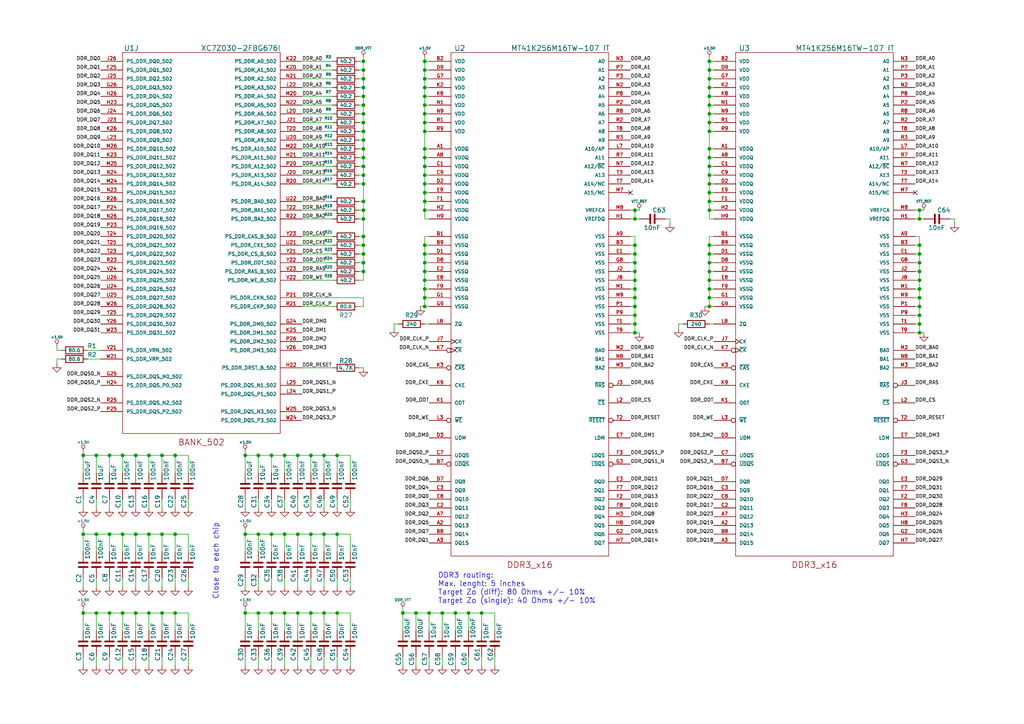
<source format=kicad_sch>
(kicad_sch (version 20231120) (generator "eeschema") (generator_version "8.0")
  (paper "A4")
  (title_block (title "CIAA-ACC DDR3 SDRAM Memories") (date "2019-08-28") (rev "V1.4") (company "COMPUTADORA INDUSTRIAL ABIERTA ARGENTINA. CIAA-ACC (HPC)") (comment 1 "Authors: See 'doc/CHANGES.txt' file.      License: See 'doc/LICENCIA_CIAA_ACC.txt' file."))
  (lib_symbols
    (symbol "CIAA_ACC:+1.5V" (power) (pin_names (offset 1.016))
      (property "Value" "+1.5V" (at 0 2.286 0))
      (symbol "+1.5V_0_0"
        (pin power_in line (at 0 0 90) (length 0) hide (name "+1.5V") (number "1"))
      )
    )
    (symbol "CIAA_ACC:C" (pin_numbers hide) (pin_names (offset 0.254))
      (property "Reference" "C" (at 0.635 2.54 0))
      (property "Value" "C" (at 0.635 -2.54 0))
      (symbol "C_1_1"
        (pin passive line (at 0 3.81 270) (length 2.794) (name "~") (number "1"))
        (pin passive line (at 0 -3.81 90) (length 2.794) (name "~") (number "2"))
      )
    )
    (symbol "CIAA_ACC:DDR_VTT" (power) (pin_names (offset 1.016))
      (property "Value" "DDR_VTT" (at 0 2.286 0))
      (symbol "DDR_VTT_0_0"
        (pin power_in line (at 0 0 90) (length 0) hide (name "DDR_VTT") (number "1"))
      )
    )
    (symbol "CIAA_ACC:GND" (power) (pin_names (offset 0))
      (property "Value" "GND" (at 0 -3.81 0))
      (symbol "GND_1_1"
        (pin power_in line (at 0 0 270) (length 0) hide (name "GND") (number "1"))
      )
    )
    (symbol "CIAA_ACC:R" (pin_numbers hide) (pin_names (offset 0))
      (property "Reference" "R" (at 2.032 0 90))
      (property "Value" "R" (at 0 0 90))
      (symbol "R_1_1"
        (pin passive line (at 0 3.81 270) (length 1.27) (name "~") (number "1"))
        (pin passive line (at 0 -3.81 90) (length 1.27) (name "~") (number "2"))
      )
    )
    (symbol "CIAA_ACC:VTT_REF" (power) (pin_names (offset 1.016))
      (property "Value" "VTT_REF" (at 0 2.286 0))
      (symbol "VTT_REF_0_0"
        (pin power_in line (at 0 0 90) (length 0) hide (name "VTT_REF") (number "1"))
      )
    )
    (symbol "DDR3_x16:DDR3_x16" (pin_names (offset 1.016))
      (property "Reference" "U" (at 0 2.54 0))
      (property "Value" "DDR3_x16" (at 0 0 0))
      (symbol "DDR3_x16_1_0"
        (text "DDR3_x16" (at 0 -83.82 0) (effects (font (size 1.778 1.778))))
      )
      (symbol "DDR3_x16_1_1"
        (pin power_in line (at -29.21 36.83 0) (length 6.35) (name "VDDQ") (number "A1"))
        (pin bidirectional line (at -29.21 -72.39 0) (length 6.35) (name "DQ13") (number "A2"))
        (pin bidirectional line (at -29.21 -77.47 0) (length 6.35) (name "DQ15") (number "A3"))
        (pin bidirectional line (at -29.21 -69.85 0) (length 6.35) (name "DQ12") (number "A7"))
        (pin power_in line (at -29.21 34.29 0) (length 6.35) (name "VDDQ") (number "A8"))
        (pin power_in line (at 29.21 11.43 180) (length 6.35) (name "VSS") (number "A9"))
        (pin power_in line (at -29.21 11.43 0) (length 6.35) (name "VSSQ") (number "B1"))
        (pin power_in line (at -29.21 62.23 0) (length 6.35) (name "VDD") (number "B2"))
        (pin power_in line (at 29.21 8.89 180) (length 6.35) (name "VSS") (number "B3"))
        (pin bidirectional inverted (at -29.21 -54.61 0) (length 6.35) (name "~{UDQS}") (number "B7"))
        (pin bidirectional line (at -29.21 -74.93 0) (length 6.35) (name "DQ14") (number "B8"))
        (pin power_in line (at -29.21 8.89 0) (length 6.35) (name "VSSQ") (number "B9"))
        (pin power_in line (at -29.21 31.75 0) (length 6.35) (name "VDDQ") (number "C1"))
        (pin bidirectional line (at -29.21 -67.31 0) (length 6.35) (name "DQ11") (number "C2"))
        (pin bidirectional line (at -29.21 -62.23 0) (length 6.35) (name "DQ9") (number "C3"))
        (pin bidirectional line (at -29.21 -52.07 0) (length 6.35) (name "UDQS") (number "C7"))
        (pin bidirectional line (at -29.21 -64.77 0) (length 6.35) (name "DQ10") (number "C8"))
        (pin power_in line (at -29.21 29.21 0) (length 6.35) (name "VDDQ") (number "C9"))
        (pin power_in line (at -29.21 6.35 0) (length 6.35) (name "VSSQ") (number "D1"))
        (pin power_in line (at -29.21 26.67 0) (length 6.35) (name "VDDQ") (number "D2"))
        (pin input line (at -29.21 -46.99 0) (length 6.35) (name "UDM") (number "D3"))
        (pin bidirectional line (at -29.21 -59.69 0) (length 6.35) (name "DQ8") (number "D7"))
        (pin power_in line (at -29.21 3.81 0) (length 6.35) (name "VSSQ") (number "D8"))
        (pin power_in line (at -29.21 59.69 0) (length 6.35) (name "VDD") (number "D9"))
        (pin power_in line (at 29.21 6.35 180) (length 6.35) (name "VSS") (number "E1"))
        (pin power_in line (at -29.21 1.27 0) (length 6.35) (name "VSSQ") (number "E2"))
        (pin bidirectional line (at 29.21 -59.69 180) (length 6.35) (name "DQ0") (number "E3"))
        (pin input line (at 29.21 -46.99 180) (length 6.35) (name "LDM") (number "E7"))
        (pin power_in line (at -29.21 -1.27 0) (length 6.35) (name "VSSQ") (number "E8"))
        (pin power_in line (at -29.21 24.13 0) (length 6.35) (name "VDDQ") (number "E9"))
        (pin power_in line (at -29.21 21.59 0) (length 6.35) (name "VDDQ") (number "F1"))
        (pin bidirectional line (at 29.21 -64.77 180) (length 6.35) (name "DQ2") (number "F2"))
        (pin bidirectional line (at 29.21 -52.07 180) (length 6.35) (name "LDQS") (number "F3"))
        (pin bidirectional line (at 29.21 -62.23 180) (length 6.35) (name "DQ1") (number "F7"))
        (pin bidirectional line (at 29.21 -67.31 180) (length 6.35) (name "DQ3") (number "F8"))
        (pin power_in line (at -29.21 -3.81 0) (length 6.35) (name "VSSQ") (number "F9"))
        (pin power_in line (at -29.21 -6.35 0) (length 6.35) (name "VSSQ") (number "G1"))
        (pin bidirectional line (at 29.21 -74.93 180) (length 6.35) (name "DQ6") (number "G2"))
        (pin bidirectional inverted (at 29.21 -54.61 180) (length 6.35) (name "~{LDQS}") (number "G3"))
        (pin power_in line (at -29.21 57.15 0) (length 6.35) (name "VDD") (number "G7"))
        (pin power_in line (at 29.21 3.81 180) (length 6.35) (name "VSS") (number "G8"))
        (pin power_in line (at -29.21 -8.89 0) (length 6.35) (name "VSSQ") (number "G9"))
        (pin input line (at 29.21 16.51 180) (length 6.35) (name "VREFDQ") (number "H1"))
        (pin power_in line (at -29.21 19.05 0) (length 6.35) (name "VDDQ") (number "H2"))
        (pin bidirectional line (at 29.21 -69.85 180) (length 6.35) (name "DQ4") (number "H3"))
        (pin bidirectional line (at 29.21 -77.47 180) (length 6.35) (name "DQ7") (number "H7"))
        (pin bidirectional line (at 29.21 -72.39 180) (length 6.35) (name "DQ5") (number "H8"))
        (pin power_in line (at -29.21 16.51 0) (length 6.35) (name "VDDQ") (number "H9"))
        (pin power_in line (at 29.21 1.27 180) (length 6.35) (name "VSS") (number "J2"))
        (pin input inverted (at 29.21 -31.75 180) (length 6.35) (name "~{RAS}") (number "J3"))
        (pin input clock (at -29.21 -19.05 0) (length 6.35) (name "CK") (number "J7"))
        (pin power_in line (at 29.21 -1.27 180) (length 6.35) (name "VSS") (number "J8"))
        (pin input line (at -29.21 -36.83 0) (length 6.35) (name "ODT") (number "K1"))
        (pin power_in line (at -29.21 54.61 0) (length 6.35) (name "VDD") (number "K2"))
        (pin input inverted (at -29.21 -26.67 0) (length 6.35) (name "~{CAS}") (number "K3"))
        (pin input inverted_clock (at -29.21 -21.59 0) (length 6.35) (name "~{CK}") (number "K7"))
        (pin power_in line (at -29.21 52.07 0) (length 6.35) (name "VDD") (number "K8"))
        (pin input line (at -29.21 -31.75 0) (length 6.35) (name "CKE") (number "K9"))
        (pin input line (at 29.21 -36.83 180) (length 6.35) (name "~{CS}") (number "L2"))
        (pin input inverted (at -29.21 -41.91 0) (length 6.35) (name "~{WE}") (number "L3"))
        (pin input line (at 29.21 36.83 180) (length 6.35) (name "A10/AP") (number "L7"))
        (pin input line (at -29.21 -13.97 0) (length 6.35) (name "ZQ") (number "L8"))
        (pin power_in line (at 29.21 -3.81 180) (length 6.35) (name "VSS") (number "M1"))
        (pin input line (at 29.21 -21.59 180) (length 6.35) (name "BA0") (number "M2"))
        (pin input line (at 29.21 -26.67 180) (length 6.35) (name "BA2") (number "M3"))
        (pin input line (at 29.21 24.13 180) (length 6.35) (name "A15/NC") (number "M7"))
        (pin input line (at 29.21 19.05 180) (length 6.35) (name "VREFCA") (number "M8"))
        (pin power_in line (at 29.21 -6.35 180) (length 6.35) (name "VSS") (number "M9"))
        (pin power_in line (at -29.21 49.53 0) (length 6.35) (name "VDD") (number "N1"))
        (pin input line (at 29.21 54.61 180) (length 6.35) (name "A3") (number "N2"))
        (pin input line (at 29.21 62.23 180) (length 6.35) (name "A0") (number "N3"))
        (pin input line (at 29.21 31.75 180) (length 6.35) (name "A12/~{BC}") (number "N7"))
        (pin input line (at 29.21 -24.13 180) (length 6.35) (name "BA1") (number "N8"))
        (pin power_in line (at -29.21 46.99 0) (length 6.35) (name "VDD") (number "N9"))
        (pin power_in line (at 29.21 -8.89 180) (length 6.35) (name "VSS") (number "P1"))
        (pin input line (at 29.21 49.53 180) (length 6.35) (name "A5") (number "P2"))
        (pin input line (at 29.21 57.15 180) (length 6.35) (name "A2") (number "P3"))
        (pin input line (at 29.21 59.69 180) (length 6.35) (name "A1") (number "P7"))
        (pin input line (at 29.21 52.07 180) (length 6.35) (name "A4") (number "P8"))
        (pin power_in line (at 29.21 -11.43 180) (length 6.35) (name "VSS") (number "P9"))
        (pin power_in line (at -29.21 44.45 0) (length 6.35) (name "VDD") (number "R1"))
        (pin input line (at 29.21 44.45 180) (length 6.35) (name "A7") (number "R2"))
        (pin input line (at 29.21 39.37 180) (length 6.35) (name "A9") (number "R3"))
        (pin input line (at 29.21 34.29 180) (length 6.35) (name "A11") (number "R7"))
        (pin input line (at 29.21 46.99 180) (length 6.35) (name "A6") (number "R8"))
        (pin power_in line (at -29.21 41.91 0) (length 6.35) (name "VDD") (number "R9"))
        (pin power_in line (at 29.21 -13.97 180) (length 6.35) (name "VSS") (number "T1"))
        (pin input inverted (at 29.21 -41.91 180) (length 6.35) (name "~{RESET}") (number "T2"))
        (pin input line (at 29.21 29.21 180) (length 6.35) (name "A13") (number "T3"))
        (pin input line (at 29.21 26.67 180) (length 6.35) (name "A14/NC") (number "T7"))
        (pin input line (at 29.21 41.91 180) (length 6.35) (name "A8") (number "T8"))
        (pin power_in line (at 29.21 -16.51 180) (length 6.35) (name "VSS") (number "T9"))
      )
    )
    (symbol "XC7Z030_FBG676:XC7Z030_FBG676" (pin_names (offset 1.016))
      (property "Reference" "U" (at 0 2.54 0))
      (property "Value" "XC7Z030_FBG676" (at 0 0 0))
      (symbol "XC7Z030_FBG676_1_0"
        (text "BANK_0" (at 0 -38.1 0) (effects (font (size 1.778 1.778))))
      )
      (symbol "XC7Z030_FBG676_1_1"
        (pin power_in line (at 29.21 3.81 180) (length 6.35) (name "GNDADC_0") (number "M13"))
        (pin power_in line (at 29.21 -19.05 180) (length 6.35) (name "VCCADC_0") (number "M14"))
        (pin input line (at 29.21 -29.21 180) (length 6.35) (name "VREFN_0") (number "N13"))
        (pin input line (at 29.21 -26.67 180) (length 6.35) (name "VP_0") (number "N14"))
        (pin input line (at 29.21 -24.13 180) (length 6.35) (name "VN_0") (number "P13"))
        (pin input line (at 29.21 -31.75 180) (length 6.35) (name "VREFP_0") (number "P14"))
        (pin input line (at 29.21 8.89 180) (length 6.35) (name "DXN_0") (number "R13"))
        (pin input line (at 29.21 6.35 180) (length 6.35) (name "DXP_0") (number "R14"))
        (pin bidirectional line (at -29.21 13.97 0) (length 6.35) (name "INIT_B_0") (number "R8"))
        (pin input line (at 29.21 13.97 180) (length 6.35) (name "CFGBVS_0") (number "T7"))
        (pin power_in line (at 29.21 -6.35 180) (length 6.35) (name "RSVDVCC3") (number "U8"))
        (pin input line (at 29.21 -11.43 180) (length 6.35) (name "TDI_0") (number "V11"))
        (pin power_in line (at 29.21 1.27 180) (length 6.35) (name "RSVDGND") (number "V13"))
        (pin power_in line (at 29.21 -21.59 180) (length 6.35) (name "VCCBATT_0") (number "V15"))
        (pin power_in line (at 29.21 -3.81 180) (length 6.35) (name "RSVDVCC2") (number "V8"))
        (pin input line (at -29.21 11.43 0) (length 6.35) (name "PROGRAM_B_0") (number "V9"))
        (pin output line (at 29.21 -13.97 180) (length 6.35) (name "TDO_0") (number "W10"))
        (pin input line (at 29.21 -16.51 180) (length 6.35) (name "TMS_0") (number "W11"))
        (pin input line (at 29.21 -8.89 180) (length 6.35) (name "TCK_0") (number "W12"))
        (pin power_in line (at 29.21 -1.27 180) (length 6.35) (name "RSVDVCC1") (number "W8"))
        (pin bidirectional line (at 29.21 11.43 180) (length 6.35) (name "DONE_0") (number "W9"))
      )
      (symbol "XC7Z030_FBG676_2_0"
        (text "BANK_12" (at 0 -36.83 0) (effects (font (size 1.778 1.778))))
      )
      (symbol "XC7Z030_FBG676_2_1"
        (pin bidirectional line (at 29.21 17.78 180) (length 6.35) (name "IO_L3N_T0_DQS_12") (number "AA10"))
        (pin bidirectional line (at 29.21 2.54 180) (length 6.35) (name "IO_L6N_T0_VREF_12") (number "AA12"))
        (pin bidirectional line (at 29.21 0 180) (length 6.35) (name "IO_L6P_T0_12") (number "AA13"))
        (pin bidirectional line (at -29.21 -17.78 0) (length 6.35) (name "IO_L22N_T3_12") (number "AA14"))
        (pin bidirectional line (at -29.21 -20.32 0) (length 6.35) (name "IO_L22P_T3_12") (number "AA15"))
        (pin bidirectional line (at -29.21 -2.54 0) (length 6.35) (name "IO_L19N_T3_VREF_12") (number "AA17"))
        (pin bidirectional line (at 29.21 12.7 180) (length 6.35) (name "IO_L4N_T0_12") (number "AB10"))
        (pin bidirectional line (at 29.21 10.16 180) (length 6.35) (name "IO_L4P_T0_12") (number "AB11"))
        (pin bidirectional line (at 29.21 20.32 180) (length 6.35) (name "IO_L2P_T0_12") (number "AB12"))
        (pin bidirectional line (at -29.21 22.86 0) (length 6.35) (name "IO_L14N_T2_SRCC_12") (number "AB14"))
        (pin bidirectional line (at -29.21 20.32 0) (length 6.35) (name "IO_L14P_T2_SRCC_12") (number "AB15"))
        (pin bidirectional line (at -29.21 -7.62 0) (length 6.35) (name "IO_L20N_T3_12") (number "AB16"))
        (pin bidirectional line (at -29.21 -10.16 0) (length 6.35) (name "IO_L20P_T3_12") (number "AB17"))
        (pin bidirectional line (at 29.21 22.86 180) (length 6.35) (name "IO_L2N_T0_12") (number "AC11"))
        (pin bidirectional line (at 29.21 -25.4 180) (length 6.35) (name "IO_L11P_T1_SRCC_12") (number "AC12"))
        (pin bidirectional line (at -29.21 30.48 0) (length 6.35) (name "IO_L12P_T1_MRCC_12") (number "AC13"))
        (pin bidirectional line (at -29.21 25.4 0) (length 6.35) (name "IO_L13P_T2_MRCC_12") (number "AC14"))
        (pin bidirectional line (at -29.21 -12.7 0) (length 6.35) (name "IO_L21N_T3_DQS_12") (number "AC16"))
        (pin bidirectional line (at -29.21 -15.24 0) (length 6.35) (name "IO_L21P_T3_DQS_12") (number "AC17"))
        (pin bidirectional line (at 29.21 -2.54 180) (length 6.35) (name "IO_L7N_T1_12") (number "AD10"))
        (pin bidirectional line (at 29.21 -22.86 180) (length 6.35) (name "IO_L11N_T1_SRCC_12") (number "AD11"))
        (pin bidirectional line (at -29.21 33.02 0) (length 6.35) (name "IO_L12N_T1_MRCC_12") (number "AD13"))
        (pin bidirectional line (at -29.21 27.94 0) (length 6.35) (name "IO_L13N_T2_MRCC_12") (number "AD14"))
        (pin bidirectional line (at -29.21 17.78 0) (length 6.35) (name "IO_L15N_T2_DQS_12") (number "AD15"))
        (pin bidirectional line (at -29.21 15.24 0) (length 6.35) (name "IO_L15P_T2_DQS_12") (number "AD16"))
        (pin bidirectional line (at 29.21 -5.08 180) (length 6.35) (name "IO_L7P_T1_12") (number "AE10"))
        (pin bidirectional line (at 29.21 -15.24 180) (length 6.35) (name "IO_L9P_T1_DQS_12") (number "AE11"))
        (pin bidirectional line (at 29.21 -10.16 180) (length 6.35) (name "IO_L8P_T1_12") (number "AE12"))
        (pin bidirectional line (at 29.21 -20.32 180) (length 6.35) (name "IO_L10P_T1_12") (number "AE13"))
        (pin bidirectional line (at -29.21 7.62 0) (length 6.35) (name "IO_L17N_T2_12") (number "AE15"))
        (pin bidirectional line (at -29.21 5.08 0) (length 6.35) (name "IO_L17P_T2_12") (number "AE16"))
        (pin bidirectional line (at -29.21 0 0) (length 6.35) (name "IO_L18P_T2_12") (number "AE17"))
        (pin bidirectional line (at 29.21 -12.7 180) (length 6.35) (name "IO_L9N_T1_DQS_12") (number "AF10"))
        (pin bidirectional line (at 29.21 -7.62 180) (length 6.35) (name "IO_L8N_T1_12") (number "AF12"))
        (pin bidirectional line (at 29.21 -17.78 180) (length 6.35) (name "IO_L10N_T1_12") (number "AF13"))
        (pin bidirectional line (at -29.21 12.7 0) (length 6.35) (name "IO_L16N_T2_12") (number "AF14"))
        (pin bidirectional line (at -29.21 10.16 0) (length 6.35) (name "IO_L16P_T2_12") (number "AF15"))
        (pin bidirectional line (at -29.21 2.54 0) (length 6.35) (name "IO_L18N_T2_12") (number "AF17"))
        (pin bidirectional line (at 29.21 5.08 180) (length 6.35) (name "IO_L5P_T0_12") (number "W13"))
        (pin bidirectional line (at 29.21 33.02 180) (length 6.35) (name "IO_0_12") (number "W14"))
        (pin bidirectional line (at -29.21 -27.94 0) (length 6.35) (name "IO_L24N_T3_12") (number "W15"))
        (pin bidirectional line (at -29.21 -30.48 0) (length 6.35) (name "IO_L24P_T3_12") (number "W16"))
        (pin bidirectional line (at 29.21 30.48 180) (length 6.35) (name "IO_25_12") (number "W17"))
        (pin bidirectional line (at 29.21 15.24 180) (length 6.35) (name "IO_L3P_T0_DQS_12") (number "Y10"))
        (pin bidirectional line (at 29.21 27.94 180) (length 6.35) (name "IO_L1N_T0_12") (number "Y11"))
        (pin bidirectional line (at 29.21 25.4 180) (length 6.35) (name "IO_L1P_T0_12") (number "Y12"))
        (pin bidirectional line (at 29.21 7.62 180) (length 6.35) (name "IO_L5N_T0_12") (number "Y13"))
        (pin bidirectional line (at -29.21 -22.86 0) (length 6.35) (name "IO_L23N_T3_12") (number "Y15"))
        (pin bidirectional line (at -29.21 -25.4 0) (length 6.35) (name "IO_L23P_T3_12") (number "Y16"))
        (pin bidirectional line (at -29.21 -5.08 0) (length 6.35) (name "IO_L19P_T3_12") (number "Y17"))
      )
      (symbol "XC7Z030_FBG676_3_0"
        (text "BANK_13" (at 0 -36.83 0) (effects (font (size 1.778 1.778))))
      )
      (symbol "XC7Z030_FBG676_3_1"
        (pin bidirectional line (at -29.21 -27.94 0) (length 6.35) (name "IO_L24N_T3_13") (number "AA18"))
        (pin bidirectional line (at -29.21 -20.32 0) (length 6.35) (name "IO_L22P_T3_13") (number "AA19"))
        (pin bidirectional line (at -29.21 -10.16 0) (length 6.35) (name "IO_L20P_T3_13") (number "AA20"))
        (pin bidirectional line (at 29.21 -20.32 180) (length 6.35) (name "IO_L10P_T1_13") (number "AA22"))
        (pin bidirectional line (at 29.21 -17.78 180) (length 6.35) (name "IO_L10N_T1_13") (number "AA23"))
        (pin bidirectional line (at 29.21 0 180) (length 6.35) (name "IO_L6P_T0_13") (number "AA24"))
        (pin bidirectional line (at 29.21 25.4 180) (length 6.35) (name "IO_L1P_T0_13") (number "AA25"))
        (pin bidirectional line (at -29.21 -17.78 0) (length 6.35) (name "IO_L22N_T3_13") (number "AB19"))
        (pin bidirectional line (at -29.21 -7.62 0) (length 6.35) (name "IO_L20N_T3_13") (number "AB20"))
        (pin bidirectional line (at 29.21 -15.24 180) (length 6.35) (name "IO_L9P_T1_DQS_13") (number "AB21"))
        (pin bidirectional line (at 29.21 -12.7 180) (length 6.35) (name "IO_L9N_T1_DQS_13") (number "AB22"))
        (pin bidirectional line (at 29.21 2.54 180) (length 6.35) (name "IO_L6N_T0_VREF_13") (number "AB24"))
        (pin bidirectional line (at 29.21 27.94 180) (length 6.35) (name "IO_L1N_T0_13") (number "AB25"))
        (pin bidirectional line (at 29.21 20.32 180) (length 6.35) (name "IO_L2P_T0_13") (number "AB26"))
        (pin bidirectional line (at -29.21 -15.24 0) (length 6.35) (name "IO_L21P_T3_DQS_13") (number "AC18"))
        (pin bidirectional line (at -29.21 -12.7 0) (length 6.35) (name "IO_L21N_T3_DQS_13") (number "AC19"))
        (pin bidirectional line (at -29.21 20.32 0) (length 6.35) (name "IO_L14P_T2_SRCC_13") (number "AC21"))
        (pin bidirectional line (at -29.21 22.86 0) (length 6.35) (name "IO_L14N_T2_SRCC_13") (number "AC22"))
        (pin bidirectional line (at -29.21 30.48 0) (length 6.35) (name "IO_L12P_T1_MRCC_13") (number "AC23"))
        (pin bidirectional line (at -29.21 33.02 0) (length 6.35) (name "IO_L12N_T1_MRCC_13") (number "AC24"))
        (pin bidirectional line (at 29.21 22.86 180) (length 6.35) (name "IO_L2N_T0_13") (number "AC26"))
        (pin bidirectional line (at -29.21 5.08 0) (length 6.35) (name "IO_L17P_T2_13") (number "AD18"))
        (pin bidirectional line (at -29.21 7.62 0) (length 6.35) (name "IO_L17N_T2_13") (number "AD19"))
        (pin bidirectional line (at -29.21 25.4 0) (length 6.35) (name "IO_L13P_T2_MRCC_13") (number "AD20"))
        (pin bidirectional line (at -29.21 27.94 0) (length 6.35) (name "IO_L13N_T2_MRCC_13") (number "AD21"))
        (pin bidirectional line (at 29.21 -25.4 180) (length 6.35) (name "IO_L11P_T1_SRCC_13") (number "AD23"))
        (pin bidirectional line (at 29.21 -22.86 180) (length 6.35) (name "IO_L11N_T1_SRCC_13") (number "AD24"))
        (pin bidirectional line (at 29.21 10.16 180) (length 6.35) (name "IO_L4P_T0_13") (number "AD25"))
        (pin bidirectional line (at 29.21 12.7 180) (length 6.35) (name "IO_L4N_T0_13") (number "AD26"))
        (pin bidirectional line (at -29.21 0 0) (length 6.35) (name "IO_L18P_T2_13") (number "AE18"))
        (pin bidirectional line (at -29.21 10.16 0) (length 6.35) (name "IO_L16P_T2_13") (number "AE20"))
        (pin bidirectional line (at -29.21 12.7 0) (length 6.35) (name "IO_L16N_T2_13") (number "AE21"))
        (pin bidirectional line (at 29.21 -5.08 180) (length 6.35) (name "IO_L7P_T1_13") (number "AE22"))
        (pin bidirectional line (at 29.21 -10.16 180) (length 6.35) (name "IO_L8P_T1_13") (number "AE23"))
        (pin bidirectional line (at 29.21 15.24 180) (length 6.35) (name "IO_L3P_T0_DQS_13") (number "AE25"))
        (pin bidirectional line (at 29.21 17.78 180) (length 6.35) (name "IO_L3N_T0_DQS_13") (number "AE26"))
        (pin bidirectional line (at -29.21 2.54 0) (length 6.35) (name "IO_L18N_T2_13") (number "AF18"))
        (pin bidirectional line (at -29.21 15.24 0) (length 6.35) (name "IO_L15P_T2_DQS_13") (number "AF19"))
        (pin bidirectional line (at -29.21 17.78 0) (length 6.35) (name "IO_L15N_T2_DQS_13") (number "AF20"))
        (pin bidirectional line (at 29.21 -2.54 180) (length 6.35) (name "IO_L7N_T1_13") (number "AF22"))
        (pin bidirectional line (at 29.21 -7.62 180) (length 6.35) (name "IO_L8N_T1_13") (number "AF23"))
        (pin bidirectional line (at 29.21 5.08 180) (length 6.35) (name "IO_L5P_T0_13") (number "AF24"))
        (pin bidirectional line (at 29.21 7.62 180) (length 6.35) (name "IO_L5N_T0_13") (number "AF25"))
        (pin bidirectional line (at 29.21 30.48 180) (length 6.35) (name "IO_25_13") (number "V18"))
        (pin bidirectional line (at 29.21 33.02 180) (length 6.35) (name "IO_0_13") (number "V19"))
        (pin bidirectional line (at -29.21 -25.4 0) (length 6.35) (name "IO_L23P_T3_13") (number "W18"))
        (pin bidirectional line (at -29.21 -22.86 0) (length 6.35) (name "IO_L23N_T3_13") (number "W19"))
        (pin bidirectional line (at -29.21 -5.08 0) (length 6.35) (name "IO_L19P_T3_13") (number "W20"))
        (pin bidirectional line (at -29.21 -30.48 0) (length 6.35) (name "IO_L24P_T3_13") (number "Y18"))
        (pin bidirectional line (at -29.21 -2.54 0) (length 6.35) (name "IO_L19N_T3_VREF_13") (number "Y20"))
      )
      (symbol "XC7Z030_FBG676_4_0"
        (text "BANK_33" (at 0 -36.83 0) (effects (font (size 1.778 1.778))))
      )
      (symbol "XC7Z030_FBG676_4_1"
        (pin bidirectional line (at 29.21 12.7 180) (length 6.35) (name "IO_L4N_T0_33") (number "C1"))
        (pin bidirectional line (at 29.21 10.16 180) (length 6.35) (name "IO_L4P_T0_33") (number "D1"))
        (pin bidirectional line (at 29.21 22.86 180) (length 6.35) (name "IO_L2N_T0_33") (number "D3"))
        (pin bidirectional line (at 29.21 20.32 180) (length 6.35) (name "IO_L2P_T0_33") (number "D4"))
        (pin bidirectional line (at 29.21 7.62 180) (length 6.35) (name "IO_L5N_T0_33") (number "E1"))
        (pin bidirectional line (at 29.21 5.08 180) (length 6.35) (name "IO_L5P_T0_33") (number "E2"))
        (pin bidirectional line (at 29.21 2.54 180) (length 6.35) (name "IO_L6N_T0_VREF_33") (number "E3"))
        (pin bidirectional line (at 29.21 17.78 180) (length 6.35) (name "IO_L3N_T0_DQS_33") (number "F2"))
        (pin bidirectional line (at 29.21 0 180) (length 6.35) (name "IO_L6P_T0_33") (number "F3"))
        (pin bidirectional line (at 29.21 27.94 180) (length 6.35) (name "IO_L1N_T0_33") (number "F4"))
        (pin bidirectional line (at 29.21 -17.78 180) (length 6.35) (name "IO_L10N_T1_33") (number "G1"))
        (pin bidirectional line (at 29.21 15.24 180) (length 6.35) (name "IO_L3P_T0_DQS_33") (number "G2"))
        (pin bidirectional line (at 29.21 25.4 180) (length 6.35) (name "IO_L1P_T0_33") (number "G4"))
        (pin bidirectional line (at 29.21 -2.54 180) (length 6.35) (name "IO_L7N_T1_33") (number "H1"))
        (pin bidirectional line (at 29.21 -20.32 180) (length 6.35) (name "IO_L10P_T1_33") (number "H2"))
        (pin bidirectional line (at 29.21 -7.62 180) (length 6.35) (name "IO_L8N_T1_33") (number "H3"))
        (pin bidirectional line (at 29.21 -10.16 180) (length 6.35) (name "IO_L8P_T1_33") (number "H4"))
        (pin bidirectional line (at 29.21 -5.08 180) (length 6.35) (name "IO_L7P_T1_33") (number "J1"))
        (pin bidirectional line (at -29.21 33.02 0) (length 6.35) (name "IO_L12N_T1_MRCC_33") (number "J3"))
        (pin bidirectional line (at -29.21 30.48 0) (length 6.35) (name "IO_L12P_T1_MRCC_33") (number "J4"))
        (pin bidirectional line (at -29.21 -7.62 0) (length 6.35) (name "IO_L20N_T3_33") (number "J5"))
        (pin bidirectional line (at -29.21 -17.78 0) (length 6.35) (name "IO_L22N_T3_33") (number "J6"))
        (pin bidirectional line (at 29.21 -12.7 180) (length 6.35) (name "IO_L9N_T1_DQS_33") (number "K1"))
        (pin bidirectional line (at 29.21 -15.24 180) (length 6.35) (name "IO_L9P_T1_DQS_33") (number "K2"))
        (pin bidirectional line (at 29.21 -22.86 180) (length 6.35) (name "IO_L11N_T1_SRCC_33") (number "K3"))
        (pin bidirectional line (at -29.21 -10.16 0) (length 6.35) (name "IO_L20P_T3_33") (number "K5"))
        (pin bidirectional line (at -29.21 -20.32 0) (length 6.35) (name "IO_L22P_T3_33") (number "K6"))
        (pin bidirectional line (at -29.21 -27.94 0) (length 6.35) (name "IO_L24N_T3_33") (number "K7"))
        (pin bidirectional line (at -29.21 -30.48 0) (length 6.35) (name "IO_L24P_T3_33") (number "K8"))
        (pin bidirectional line (at -29.21 12.7 0) (length 6.35) (name "IO_L16N_T2_33") (number "L2"))
        (pin bidirectional line (at 29.21 -25.4 180) (length 6.35) (name "IO_L11P_T1_SRCC_33") (number "L3"))
        (pin bidirectional line (at -29.21 22.86 0) (length 6.35) (name "IO_L14N_T2_SRCC_33") (number "L4"))
        (pin bidirectional line (at -29.21 20.32 0) (length 6.35) (name "IO_L14P_T2_SRCC_33") (number "L5"))
        (pin bidirectional line (at -29.21 -2.54 0) (length 6.35) (name "IO_L19N_T3_VREF_33") (number "L7"))
        (pin bidirectional line (at -29.21 -12.7 0) (length 6.35) (name "IO_L21N_T3_DQS_33") (number "L8"))
        (pin bidirectional line (at 29.21 33.02 180) (length 6.35) (name "IO_0_VRN_33") (number "L9"))
        (pin bidirectional line (at -29.21 2.54 0) (length 6.35) (name "IO_L18N_T2_33") (number "M1"))
        (pin bidirectional line (at -29.21 10.16 0) (length 6.35) (name "IO_L16P_T2_33") (number "M2"))
        (pin bidirectional line (at -29.21 7.62 0) (length 6.35) (name "IO_L17N_T2_33") (number "M4"))
        (pin bidirectional line (at -29.21 27.94 0) (length 6.35) (name "IO_L13N_T2_MRCC_33") (number "M5"))
        (pin bidirectional line (at -29.21 25.4 0) (length 6.35) (name "IO_L13P_T2_MRCC_33") (number "M6"))
        (pin bidirectional line (at -29.21 -5.08 0) (length 6.35) (name "IO_L19P_T3_33") (number "M7"))
        (pin bidirectional line (at -29.21 -15.24 0) (length 6.35) (name "IO_L21P_T3_DQS_33") (number "M8"))
        (pin bidirectional line (at -29.21 0 0) (length 6.35) (name "IO_L18P_T2_33") (number "N1"))
        (pin bidirectional line (at -29.21 17.78 0) (length 6.35) (name "IO_L15N_T2_DQS_33") (number "N2"))
        (pin bidirectional line (at -29.21 15.24 0) (length 6.35) (name "IO_L15P_T2_DQS_33") (number "N3"))
        (pin bidirectional line (at -29.21 5.08 0) (length 6.35) (name "IO_L17P_T2_33") (number "N4"))
        (pin bidirectional line (at -29.21 -22.86 0) (length 6.35) (name "IO_L23N_T3_33") (number "N6"))
        (pin bidirectional line (at -29.21 -25.4 0) (length 6.35) (name "IO_L23P_T3_33") (number "N7"))
        (pin bidirectional line (at 29.21 30.48 180) (length 6.35) (name "IO_25_VRP_33") (number "N8"))
      )
      (symbol "XC7Z030_FBG676_5_0"
        (text "BANK_34" (at 0 -39.37 0) (effects (font (size 1.778 1.778))))
      )
      (symbol "XC7Z030_FBG676_5_1"
        (pin bidirectional line (at -29.21 10.16 0) (length 6.35) (name "IO_L16N_T2_34") (number "A10"))
        (pin bidirectional line (at -29.21 -30.48 0) (length 6.35) (name "IO_L24N_T3_34") (number "A2"))
        (pin bidirectional line (at -29.21 -20.32 0) (length 6.35) (name "IO_L22N_T3_34") (number "A3"))
        (pin bidirectional line (at -29.21 -22.86 0) (length 6.35) (name "IO_L22P_T3_34") (number "A4"))
        (pin bidirectional line (at -29.21 -15.24 0) (length 6.35) (name "IO_L21N_T3_DQS_34") (number "A5"))
        (pin bidirectional line (at -29.21 0 0) (length 6.35) (name "IO_L18N_T2_34") (number "A7"))
        (pin bidirectional line (at -29.21 5.08 0) (length 6.35) (name "IO_L17N_T2_34") (number "A8"))
        (pin bidirectional line (at -29.21 2.54 0) (length 6.35) (name "IO_L17P_T2_34") (number "A9"))
        (pin bidirectional line (at -29.21 -25.4 0) (length 6.35) (name "IO_L23N_T3_34") (number "B1"))
        (pin bidirectional line (at -29.21 7.62 0) (length 6.35) (name "IO_L16P_T2_34") (number "B10"))
        (pin bidirectional line (at -29.21 -33.02 0) (length 6.35) (name "IO_L24P_T3_34") (number "B2"))
        (pin bidirectional line (at -29.21 -10.16 0) (length 6.35) (name "IO_L20N_T3_34") (number "B4"))
        (pin bidirectional line (at -29.21 -12.7 0) (length 6.35) (name "IO_L20P_T3_34") (number "B5"))
        (pin bidirectional line (at -29.21 -17.78 0) (length 6.35) (name "IO_L21P_T3_DQS_34") (number "B6"))
        (pin bidirectional line (at -29.21 -2.54 0) (length 6.35) (name "IO_L18P_T2_34") (number "B7"))
        (pin bidirectional line (at -29.21 15.24 0) (length 6.35) (name "IO_L15N_T2_DQS_34") (number "B9"))
        (pin bidirectional line (at -29.21 -27.94 0) (length 6.35) (name "IO_L23P_T3_34") (number "C2"))
        (pin bidirectional line (at -29.21 -5.08 0) (length 6.35) (name "IO_L19N_T3_VREF_34") (number "C3"))
        (pin bidirectional line (at -29.21 -7.62 0) (length 6.35) (name "IO_L19P_T3_34") (number "C4"))
        (pin bidirectional line (at -29.21 20.32 0) (length 6.35) (name "IO_L14N_T2_SRCC_34") (number "C6"))
        (pin bidirectional line (at -29.21 25.4 0) (length 6.35) (name "IO_L13N_T2_MRCC_34") (number "C7"))
        (pin bidirectional line (at -29.21 22.86 0) (length 6.35) (name "IO_L13P_T2_MRCC_34") (number "C8"))
        (pin bidirectional line (at -29.21 12.7 0) (length 6.35) (name "IO_L15P_T2_DQS_34") (number "C9"))
        (pin bidirectional line (at 29.21 -15.24 180) (length 6.35) (name "IO_L10N_T1_34") (number "D5"))
        (pin bidirectional line (at -29.21 17.78 0) (length 6.35) (name "IO_L14P_T2_SRCC_34") (number "D6"))
        (pin bidirectional line (at 29.21 -5.08 180) (length 6.35) (name "IO_L8N_T1_34") (number "D8"))
        (pin bidirectional line (at 29.21 -7.62 180) (length 6.35) (name "IO_L8P_T1_34") (number "D9"))
        (pin bidirectional line (at 29.21 0 180) (length 6.35) (name "IO_L7N_T1_34") (number "E5"))
        (pin bidirectional line (at 29.21 -17.78 180) (length 6.35) (name "IO_L10P_T1_34") (number "E6"))
        (pin bidirectional line (at 29.21 -20.32 180) (length 6.35) (name "IO_L11N_T1_SRCC_34") (number "E7"))
        (pin bidirectional line (at 29.21 -10.16 180) (length 6.35) (name "IO_L9N_T1_DQS_34") (number "E8"))
        (pin bidirectional line (at 29.21 -2.54 180) (length 6.35) (name "IO_L7P_T1_34") (number "F5"))
        (pin bidirectional line (at -29.21 30.48 0) (length 6.35) (name "IO_L12N_T1_MRCC_34") (number "F7"))
        (pin bidirectional line (at 29.21 -22.86 180) (length 6.35) (name "IO_L11P_T1_SRCC_34") (number "F8"))
        (pin bidirectional line (at 29.21 -12.7 180) (length 6.35) (name "IO_L9P_T1_DQS_34") (number "F9"))
        (pin bidirectional line (at 29.21 22.86 180) (length 6.35) (name "IO_L2N_T0_34") (number "G5"))
        (pin bidirectional line (at 29.21 20.32 180) (length 6.35) (name "IO_L2P_T0_34") (number "G6"))
        (pin bidirectional line (at -29.21 27.94 0) (length 6.35) (name "IO_L12P_T1_MRCC_34") (number "G7"))
        (pin bidirectional line (at 29.21 17.78 180) (length 6.35) (name "IO_L3N_T0_DQS_34") (number "G9"))
        (pin bidirectional line (at 29.21 27.94 180) (length 6.35) (name "IO_L1N_T0_34") (number "H11"))
        (pin bidirectional line (at 29.21 15.24 180) (length 6.35) (name "IO_L4N_T0_34") (number "H6"))
        (pin bidirectional line (at 29.21 12.7 180) (length 6.35) (name "IO_L4P_T0_34") (number "H7"))
        (pin bidirectional line (at 29.21 5.08 180) (length 6.35) (name "IO_L6N_T0_VREF_34") (number "H8"))
        (pin bidirectional line (at -29.21 33.02 0) (length 6.35) (name "IO_L3P_T0_DQS_PUDC_B_34") (number "H9"))
        (pin bidirectional line (at 29.21 7.62 180) (length 6.35) (name "IO_L5P_T0_34") (number "J10"))
        (pin bidirectional line (at 29.21 25.4 180) (length 6.35) (name "IO_L1P_T0_34") (number "J11"))
        (pin bidirectional line (at 29.21 2.54 180) (length 6.35) (name "IO_L6P_T0_34") (number "J8"))
        (pin bidirectional line (at 29.21 10.16 180) (length 6.35) (name "IO_L5N_T0_34") (number "J9"))
        (pin bidirectional line (at 29.21 30.48 180) (length 6.35) (name "IO_25_VRP_34") (number "K10"))
        (pin bidirectional line (at 29.21 33.02 180) (length 6.35) (name "IO_0_VRN_34") (number "K11"))
      )
      (symbol "XC7Z030_FBG676_6_0"
        (text "BANK_35" (at 0 -36.83 0) (effects (font (size 1.778 1.778))))
      )
      (symbol "XC7Z030_FBG676_6_1"
        (pin bidirectional line (at -29.21 -27.94 0) (length 6.35) (name "IO_L24N_T3_AD15N_35") (number "A12"))
        (pin bidirectional line (at -29.21 -30.48 0) (length 6.35) (name "IO_L24P_T3_AD15P_35") (number "A13"))
        (pin bidirectional line (at -29.21 -12.7 0) (length 6.35) (name "IO_L21N_T3_DQS_AD14N_35") (number "A14"))
        (pin bidirectional line (at -29.21 -15.24 0) (length 6.35) (name "IO_L21P_T3_DQS_AD14P_35") (number "A15"))
        (pin bidirectional line (at -29.21 2.54 0) (length 6.35) (name "IO_L18N_T2_AD13N_35") (number "A17"))
        (pin bidirectional line (at -29.21 -22.86 0) (length 6.35) (name "IO_L23N_T3_35") (number "B11"))
        (pin bidirectional line (at -29.21 -17.78 0) (length 6.35) (name "IO_L22N_T3_AD7N_35") (number "B12"))
        (pin bidirectional line (at -29.21 -7.62 0) (length 6.35) (name "IO_L20N_T3_AD6N_35") (number "B14"))
        (pin bidirectional line (at -29.21 7.62 0) (length 6.35) (name "IO_L17N_T2_AD5N_35") (number "B15"))
        (pin bidirectional line (at -29.21 5.08 0) (length 6.35) (name "IO_L17P_T2_AD5P_35") (number "B16"))
        (pin bidirectional line (at -29.21 0 0) (length 6.35) (name "IO_L18P_T2_AD13P_35") (number "B17"))
        (pin bidirectional line (at -29.21 -25.4 0) (length 6.35) (name "IO_L23P_T3_35") (number "C11"))
        (pin bidirectional line (at -29.21 -20.32 0) (length 6.35) (name "IO_L22P_T3_AD7P_35") (number "C12"))
        (pin bidirectional line (at -29.21 -2.54 0) (length 6.35) (name "IO_L19N_T3_VREF_35") (number "C13"))
        (pin bidirectional line (at -29.21 -10.16 0) (length 6.35) (name "IO_L20P_T3_AD6P_35") (number "C14"))
        (pin bidirectional line (at -29.21 17.78 0) (length 6.35) (name "IO_L15N_T2_DQS_AD12N_35") (number "C16"))
        (pin bidirectional line (at -29.21 15.24 0) (length 6.35) (name "IO_L15P_T2_DQS_AD12P_35") (number "C17"))
        (pin bidirectional line (at 29.21 22.86 180) (length 6.35) (name "IO_L2N_T0_AD8N_35") (number "D10"))
        (pin bidirectional line (at 29.21 12.7 180) (length 6.35) (name "IO_L4N_T0_35") (number "D11"))
        (pin bidirectional line (at -29.21 -5.08 0) (length 6.35) (name "IO_L19P_T3_35") (number "D13"))
        (pin bidirectional line (at -29.21 27.94 0) (length 6.35) (name "IO_L13N_T2_MRCC_35") (number "D14"))
        (pin bidirectional line (at -29.21 25.4 0) (length 6.35) (name "IO_L13P_T2_MRCC_35") (number "D15"))
        (pin bidirectional line (at -29.21 12.7 0) (length 6.35) (name "IO_L16N_T2_35") (number "D16"))
        (pin bidirectional line (at 29.21 20.32 180) (length 6.35) (name "IO_L2P_T0_AD8P_35") (number "E10"))
        (pin bidirectional line (at 29.21 10.16 180) (length 6.35) (name "IO_L4P_T0_35") (number "E11"))
        (pin bidirectional line (at 29.21 27.94 180) (length 6.35) (name "IO_L1N_T0_AD0N_35") (number "E12"))
        (pin bidirectional line (at 29.21 2.54 180) (length 6.35) (name "IO_L6N_T0_VREF_35") (number "E13"))
        (pin bidirectional line (at -29.21 22.86 0) (length 6.35) (name "IO_L14N_T2_AD4N_SRCC_35") (number "E15"))
        (pin bidirectional line (at -29.21 10.16 0) (length 6.35) (name "IO_L16P_T2_35") (number "E16"))
        (pin bidirectional line (at 29.21 17.78 180) (length 6.35) (name "IO_L3N_T0_DQS_AD1N_35") (number "F10"))
        (pin bidirectional line (at 29.21 25.4 180) (length 6.35) (name "IO_L1P_T0_AD0P_35") (number "F12"))
        (pin bidirectional line (at 29.21 0 180) (length 6.35) (name "IO_L6P_T0_35") (number "F13"))
        (pin bidirectional line (at 29.21 -22.86 180) (length 6.35) (name "IO_L11N_T1_SRCC_35") (number "F14"))
        (pin bidirectional line (at -29.21 20.32 0) (length 6.35) (name "IO_L14P_T2_AD4P_SRCC_35") (number "F15"))
        (pin bidirectional line (at 29.21 15.24 180) (length 6.35) (name "IO_L3P_T0_DQS_AD1P_35") (number "G10"))
        (pin bidirectional line (at 29.21 7.62 180) (length 6.35) (name "IO_L5N_T0_AD9N_35") (number "G11"))
        (pin bidirectional line (at 29.21 5.08 180) (length 6.35) (name "IO_L5P_T0_AD9P_35") (number "G12"))
        (pin bidirectional line (at 29.21 -25.4 180) (length 6.35) (name "IO_L11P_T1_SRCC_35") (number "G14"))
        (pin bidirectional line (at 29.21 -17.78 180) (length 6.35) (name "IO_L10N_T1_AD11N_35") (number "G15"))
        (pin bidirectional line (at 29.21 -20.32 180) (length 6.35) (name "IO_L10P_T1_AD11P_35") (number "G16"))
        (pin bidirectional line (at 29.21 -2.54 180) (length 6.35) (name "IO_L7N_T1_AD2N_35") (number "H12"))
        (pin bidirectional line (at 29.21 -5.08 180) (length 6.35) (name "IO_L7P_T1_AD2P_35") (number "H13"))
        (pin bidirectional line (at -29.21 33.02 0) (length 6.35) (name "IO_L12N_T1_MRCC_35") (number "H14"))
        (pin bidirectional line (at 29.21 33.02 180) (length 6.35) (name "IO_0_VRN_35") (number "H16"))
        (pin bidirectional line (at 29.21 -7.62 180) (length 6.35) (name "IO_L8N_T1_AD10N_35") (number "J13"))
        (pin bidirectional line (at -29.21 30.48 0) (length 6.35) (name "IO_L12P_T1_MRCC_35") (number "J14"))
        (pin bidirectional line (at 29.21 -12.7 180) (length 6.35) (name "IO_L9N_T1_DQS_AD3N_35") (number "J15"))
        (pin bidirectional line (at 29.21 30.48 180) (length 6.35) (name "IO_25_VRP_35") (number "K12"))
        (pin bidirectional line (at 29.21 -10.16 180) (length 6.35) (name "IO_L8P_T1_AD10P_35") (number "K13"))
        (pin bidirectional line (at 29.21 -15.24 180) (length 6.35) (name "IO_L9P_T1_DQS_AD3P_35") (number "K15"))
      )
      (symbol "XC7Z030_FBG676_7_0"
        (text "BANK_112" (at 0 -31.75 0) (effects (font (size 1.778 1.778))))
      )
      (symbol "XC7Z030_FBG676_7_1"
        (pin output line (at 29.21 7.62 180) (length 6.35) (name "MGTXTXN0_112") (number "AA1"))
        (pin output line (at 29.21 5.08 180) (length 6.35) (name "MGTXTXP0_112") (number "AA2"))
        (pin input line (at -29.21 15.24 0) (length 6.35) (name "MGTXRXN0_112") (number "AB3"))
        (pin input line (at -29.21 12.7 0) (length 6.35) (name "MGTXRXP0_112") (number "AB4"))
        (pin input line (at 29.21 15.24 180) (length 6.35) (name "MGTAVTTRCAL_112") (number "AB7"))
        (pin input line (at 29.21 12.7 180) (length 6.35) (name "MGTRREF_112") (number "AB8"))
        (pin output line (at 29.21 -15.24 180) (length 6.35) (name "MGTXTXN3_112") (number "R1"))
        (pin output line (at 29.21 -17.78 180) (length 6.35) (name "MGTXTXP3_112") (number "R2"))
        (pin input line (at -29.21 -15.24 0) (length 6.35) (name "MGTREFCLK0N_112") (number "R5"))
        (pin input line (at -29.21 -17.78 0) (length 6.35) (name "MGTREFCLK0P_112") (number "R6"))
        (pin input line (at -29.21 -7.62 0) (length 6.35) (name "MGTXRXN3_112") (number "T3"))
        (pin input line (at -29.21 -10.16 0) (length 6.35) (name "MGTXRXP3_112") (number "T4"))
        (pin output line (at 29.21 -7.62 180) (length 6.35) (name "MGTXTXN2_112") (number "U1"))
        (pin output line (at 29.21 -10.16 180) (length 6.35) (name "MGTXTXP2_112") (number "U2"))
        (pin input line (at 29.21 -22.86 180) (length 6.35) (name "MGTREFCLK1N_112") (number "U5"))
        (pin input line (at 29.21 -25.4 180) (length 6.35) (name "MGTREFCLK1P_112") (number "U6"))
        (pin input line (at -29.21 0 0) (length 6.35) (name "MGTXRXN2_112") (number "V3"))
        (pin input line (at -29.21 -2.54 0) (length 6.35) (name "MGTXRXP2_112") (number "V4"))
        (pin output line (at 29.21 0 180) (length 6.35) (name "MGTXTXN1_112") (number "W1"))
        (pin output line (at 29.21 -2.54 180) (length 6.35) (name "MGTXTXP1_112") (number "W2"))
        (pin input line (at -29.21 7.62 0) (length 6.35) (name "MGTXRXN1_112") (number "Y3"))
        (pin input line (at -29.21 5.08 0) (length 6.35) (name "MGTXRXP1_112") (number "Y4"))
      )
      (symbol "XC7Z030_FBG676_8_0"
        (text "BANK_500" (at 0 -16.51 0) (effects (font (size 1.778 1.778))))
      )
      (symbol "XC7Z030_FBG676_8_1"
        (pin bidirectional line (at -29.21 2.54 0) (length 6.35) (name "PS_MIO12_500") (number "A23"))
        (pin bidirectional line (at 29.21 -7.62 180) (length 6.35) (name "PS_MIO8_500") (number "A24"))
        (pin bidirectional line (at -29.21 7.62 0) (length 6.35) (name "PS_MIO10_500") (number "A25"))
        (pin input line (at -29.21 12.7 0) (length 6.35) (name "PS_CLK_500") (number "B24"))
        (pin bidirectional line (at -29.21 0 0) (length 6.35) (name "PS_MIO13_500") (number "B25"))
        (pin bidirectional line (at -29.21 5.08 0) (length 6.35) (name "PS_MIO11_500") (number "B26"))
        (pin input line (at -29.21 -10.16 0) (length 6.35) (name "PS_POR_B_500") (number "C23"))
        (pin bidirectional line (at -29.21 -5.08 0) (length 6.35) (name "PS_MIO15_500") (number "C24"))
        (pin bidirectional line (at 29.21 0 180) (length 6.35) (name "PS_MIO5_500") (number "C26"))
        (pin bidirectional line (at -29.21 -2.54 0) (length 6.35) (name "PS_MIO14_500") (number "D23"))
        (pin bidirectional line (at -29.21 10.16 0) (length 6.35) (name "PS_MIO9_500") (number "D24"))
        (pin bidirectional line (at 29.21 5.08 180) (length 6.35) (name "PS_MIO3_500") (number "D25"))
        (pin bidirectional line (at 29.21 10.16 180) (length 6.35) (name "PS_MIO1_500") (number "D26"))
        (pin bidirectional line (at 29.21 -5.08 180) (length 6.35) (name "PS_MIO7_500") (number "E23"))
        (pin bidirectional line (at 29.21 7.62 180) (length 6.35) (name "PS_MIO2_500") (number "E25"))
        (pin bidirectional line (at 29.21 12.7 180) (length 6.35) (name "PS_MIO0_500") (number "E26"))
        (pin bidirectional line (at 29.21 -2.54 180) (length 6.35) (name "PS_MIO6_500") (number "F23"))
        (pin bidirectional line (at 29.21 2.54 180) (length 6.35) (name "PS_MIO4_500") (number "F24"))
      )
      (symbol "XC7Z030_FBG676_9_0"
        (text "BANK_501" (at 0 -30.48 0) (effects (font (size 1.778 1.778))))
      )
      (symbol "XC7Z030_FBG676_9_1"
        (pin bidirectional line (at -29.21 -8.89 0) (length 6.35) (name "PS_MIO49_501") (number "A18"))
        (pin bidirectional line (at -29.21 -19.05 0) (length 6.35) (name "PS_MIO53_501") (number "A19"))
        (pin bidirectional line (at -29.21 -16.51 0) (length 6.35) (name "PS_MIO52_501") (number "A20"))
        (pin input line (at -29.21 -24.13 0) (length 6.35) (name "PS_SRST_B_501") (number "A22"))
        (pin bidirectional line (at -29.21 -3.81 0) (length 6.35) (name "PS_MIO47_501") (number "B19"))
        (pin bidirectional line (at -29.21 -13.97 0) (length 6.35) (name "PS_MIO51_501") (number "B20"))
        (pin bidirectional line (at -29.21 -6.35 0) (length 6.35) (name "PS_MIO48_501") (number "B21"))
        (pin bidirectional line (at -29.21 -11.43 0) (length 6.35) (name "PS_MIO50_501") (number "B22"))
        (pin bidirectional line (at -29.21 1.27 0) (length 6.35) (name "PS_MIO45_501") (number "C18"))
        (pin bidirectional line (at -29.21 11.43 0) (length 6.35) (name "PS_MIO41_501") (number "C19"))
        (pin bidirectional line (at -29.21 16.51 0) (length 6.35) (name "PS_MIO39_501") (number "C21"))
        (pin bidirectional line (at -29.21 13.97 0) (length 6.35) (name "PS_MIO40_501") (number "C22"))
        (pin bidirectional line (at -29.21 6.35 0) (length 6.35) (name "PS_MIO43_501") (number "D18"))
        (pin bidirectional line (at -29.21 26.67 0) (length 6.35) (name "PS_MIO35_501") (number "D19"))
        (pin bidirectional line (at -29.21 21.59 0) (length 6.35) (name "PS_MIO37_501") (number "D20"))
        (pin bidirectional line (at -29.21 19.05 0) (length 6.35) (name "PS_MIO38_501") (number "D21"))
        (pin bidirectional line (at -29.21 -1.27 0) (length 6.35) (name "PS_MIO46_501") (number "E17"))
        (pin bidirectional line (at -29.21 3.81 0) (length 6.35) (name "PS_MIO44_501") (number "E18"))
        (pin bidirectional line (at 29.21 -6.35 180) (length 6.35) (name "PS_MIO29_501") (number "E20"))
        (pin bidirectional line (at 29.21 -11.43 180) (length 6.35) (name "PS_MIO31_501") (number "E21"))
        (pin bidirectional line (at 29.21 -16.51 180) (length 6.35) (name "PS_MIO33_501") (number "E22"))
        (pin bidirectional line (at -29.21 8.89 0) (length 6.35) (name "PS_MIO42_501") (number "F17"))
        (pin bidirectional line (at 29.21 -1.27 180) (length 6.35) (name "PS_MIO27_501") (number "F18"))
        (pin bidirectional line (at 29.21 3.81 180) (length 6.35) (name "PS_MIO25_501") (number "F19"))
        (pin bidirectional line (at 29.21 8.89 180) (length 6.35) (name "PS_MIO23_501") (number "F20"))
        (pin bidirectional line (at 29.21 13.97 180) (length 6.35) (name "PS_MIO21_501") (number "F22"))
        (pin bidirectional line (at 29.21 24.13 180) (length 6.35) (name "PS_MIO17_501") (number "G17"))
        (pin bidirectional line (at 29.21 19.05 180) (length 6.35) (name "PS_MIO19_501") (number "G19"))
        (pin bidirectional line (at 29.21 21.59 180) (length 6.35) (name "PS_MIO18_501") (number "G20"))
        (pin bidirectional line (at 29.21 26.67 180) (length 6.35) (name "PS_MIO16_501") (number "G21"))
        (pin bidirectional line (at 29.21 11.43 180) (length 6.35) (name "PS_MIO22_501") (number "G22"))
        (pin bidirectional line (at 29.21 1.27 180) (length 6.35) (name "PS_MIO26_501") (number "H17"))
        (pin input line (at 29.21 -24.13 180) (length 6.35) (name "PS_MIO_VREF_501") (number "H18"))
        (pin bidirectional line (at 29.21 16.51 180) (length 6.35) (name "PS_MIO20_501") (number "H19"))
        (pin bidirectional line (at 29.21 -19.05 180) (length 6.35) (name "PS_MIO34_501") (number "J16"))
        (pin bidirectional line (at 29.21 -3.81 180) (length 6.35) (name "PS_MIO28_501") (number "J18"))
        (pin bidirectional line (at 29.21 6.35 180) (length 6.35) (name "PS_MIO24_501") (number "J19"))
        (pin bidirectional line (at -29.21 24.13 0) (length 6.35) (name "PS_MIO36_501") (number "K16"))
        (pin bidirectional line (at 29.21 -13.97 180) (length 6.35) (name "PS_MIO32_501") (number "K17"))
        (pin bidirectional line (at 29.21 -8.89 180) (length 6.35) (name "PS_MIO30_501") (number "K19"))
      )
      (symbol "XC7Z030_FBG676_10_0"
        (text "BANK_502" (at 0 -63.5 0) (effects (font (size 1.778 1.778))))
      )
      (symbol "XC7Z030_FBG676_10_1"
        (pin bidirectional line (at -29.21 44.45 0) (length 6.35) (name "PS_DDR_DQ1_502") (number "F25"))
        (pin output line (at 29.21 -29.21 180) (length 6.35) (name "PS_DDR_DM0_502") (number "G24"))
        (pin bidirectional line (at -29.21 -44.45 0) (length 6.35) (name "PS_DDR_DQS_N0_502") (number "G25"))
        (pin bidirectional line (at -29.21 39.37 0) (length 6.35) (name "PS_DDR_DQ3_502") (number "G26"))
        (pin output line (at 29.21 19.05 180) (length 6.35) (name "PS_DDR_A11_502") (number "H21"))
        (pin output line (at 29.21 -41.91 180) (length 6.35) (name "PS_DDR_DRST_B_502") (number "H22"))
        (pin bidirectional line (at -29.21 34.29 0) (length 6.35) (name "PS_DDR_DQ5_502") (number "H23"))
        (pin bidirectional line (at -29.21 -46.99 0) (length 6.35) (name "PS_DDR_DQS_P0_502") (number "H24"))
        (pin bidirectional line (at -29.21 36.83 0) (length 6.35) (name "PS_DDR_DQ4_502") (number "H26"))
        (pin output line (at 29.21 13.97 180) (length 6.35) (name "PS_DDR_A13_502") (number "J20"))
        (pin output line (at 29.21 29.21 180) (length 6.35) (name "PS_DDR_A7_502") (number "J21"))
        (pin bidirectional line (at -29.21 29.21 0) (length 6.35) (name "PS_DDR_DQ7_502") (number "J23"))
        (pin bidirectional line (at -29.21 31.75 0) (length 6.35) (name "PS_DDR_DQ6_502") (number "J24"))
        (pin bidirectional line (at -29.21 41.91 0) (length 6.35) (name "PS_DDR_DQ2_502") (number "J25"))
        (pin bidirectional line (at -29.21 46.99 0) (length 6.35) (name "PS_DDR_DQ0_502") (number "J26"))
        (pin output line (at 29.21 44.45 180) (length 6.35) (name "PS_DDR_A1_502") (number "K20"))
        (pin output line (at 29.21 46.99 180) (length 6.35) (name "PS_DDR_A0_502") (number "K22"))
        (pin bidirectional line (at -29.21 19.05 0) (length 6.35) (name "PS_DDR_DQ11_502") (number "K23"))
        (pin output line (at 29.21 -31.75 180) (length 6.35) (name "PS_DDR_DM1_502") (number "K25"))
        (pin bidirectional line (at -29.21 26.67 0) (length 6.35) (name "PS_DDR_DQ8_502") (number "K26"))
        (pin output line (at 29.21 31.75 180) (length 6.35) (name "PS_DDR_A6_502") (number "L20"))
        (pin output line (at 29.21 39.37 180) (length 6.35) (name "PS_DDR_A3_502") (number "L22"))
        (pin bidirectional line (at -29.21 24.13 0) (length 6.35) (name "PS_DDR_DQ9_502") (number "L23"))
        (pin bidirectional line (at 29.21 -49.53 180) (length 6.35) (name "PS_DDR_DQS_P1_502") (number "L24"))
        (pin bidirectional line (at 29.21 -46.99 180) (length 6.35) (name "PS_DDR_DQS_N1_502") (number "L25"))
        (pin output line (at 29.21 36.83 180) (length 6.35) (name "PS_DDR_A4_502") (number "M20"))
        (pin output line (at 29.21 21.59 180) (length 6.35) (name "PS_DDR_A10_502") (number "M22"))
        (pin bidirectional line (at -29.21 11.43 0) (length 6.35) (name "PS_DDR_DQ14_502") (number "M24"))
        (pin bidirectional line (at -29.21 16.51 0) (length 6.35) (name "PS_DDR_DQ12_502") (number "M25"))
        (pin bidirectional line (at -29.21 21.59 0) (length 6.35) (name "PS_DDR_DQ10_502") (number "M26"))
        (pin output line (at 29.21 41.91 180) (length 6.35) (name "PS_DDR_A2_502") (number "N21"))
        (pin output line (at 29.21 34.29 180) (length 6.35) (name "PS_DDR_A5_502") (number "N22"))
        (pin bidirectional line (at -29.21 8.89 0) (length 6.35) (name "PS_DDR_DQ15_502") (number "N23"))
        (pin bidirectional line (at -29.21 13.97 0) (length 6.35) (name "PS_DDR_DQ13_502") (number "N24"))
        (pin bidirectional line (at -29.21 1.27 0) (length 6.35) (name "PS_DDR_DQ18_502") (number "N26"))
        (pin output line (at 29.21 16.51 180) (length 6.35) (name "PS_DDR_A12_502") (number "P20"))
        (pin output line (at 29.21 -21.59 180) (length 6.35) (name "PS_DDR_CKN_502") (number "P21"))
        (pin bidirectional line (at -29.21 -1.27 0) (length 6.35) (name "PS_DDR_DQ19_502") (number "P23"))
        (pin bidirectional line (at -29.21 3.81 0) (length 6.35) (name "PS_DDR_DQ17_502") (number "P24"))
        (pin bidirectional line (at -29.21 -54.61 0) (length 6.35) (name "PS_DDR_DQS_P2_502") (number "P25"))
        (pin output line (at 29.21 -34.29 180) (length 6.35) (name "PS_DDR_DM2_502") (number "P26"))
        (pin output line (at 29.21 11.43 180) (length 6.35) (name "PS_DDR_A14_502") (number "R20"))
        (pin output line (at 29.21 -24.13 180) (length 6.35) (name "PS_DDR_CKP_502") (number "R21"))
        (pin output line (at 29.21 1.27 180) (length 6.35) (name "PS_DDR_BA2_502") (number "R22"))
        (pin bidirectional line (at -29.21 -11.43 0) (length 6.35) (name "PS_DDR_DQ23_502") (number "R23"))
        (pin bidirectional line (at -29.21 -52.07 0) (length 6.35) (name "PS_DDR_DQS_N2_502") (number "R25"))
        (pin bidirectional line (at -29.21 6.35 0) (length 6.35) (name "PS_DDR_DQ16_502") (number "R26"))
        (pin output line (at 29.21 26.67 180) (length 6.35) (name "PS_DDR_A8_502") (number "T20"))
        (pin output line (at 29.21 3.81 180) (length 6.35) (name "PS_DDR_BA1_502") (number "T22"))
        (pin bidirectional line (at -29.21 -8.89 0) (length 6.35) (name "PS_DDR_DQ22_502") (number "T23"))
        (pin bidirectional line (at -29.21 -3.81 0) (length 6.35) (name "PS_DDR_DQ20_502") (number "T24"))
        (pin bidirectional line (at -29.21 -6.35 0) (length 6.35) (name "PS_DDR_DQ21_502") (number "T25"))
        (pin output line (at 29.21 24.13 180) (length 6.35) (name "PS_DDR_A9_502") (number "U20"))
        (pin output line (at 29.21 -6.35 180) (length 6.35) (name "PS_DDR_CKE_502") (number "U21"))
        (pin output line (at 29.21 6.35 180) (length 6.35) (name "PS_DDR_BA0_502") (number "U22"))
        (pin bidirectional line (at -29.21 -19.05 0) (length 6.35) (name "PS_DDR_DQ26_502") (number "U24"))
        (pin bidirectional line (at -29.21 -21.59 0) (length 6.35) (name "PS_DDR_DQ27_502") (number "U25"))
        (pin bidirectional line (at -29.21 -16.51 0) (length 6.35) (name "PS_DDR_DQ25_502") (number "U26"))
        (pin output line (at -29.21 -36.83 0) (length 6.35) (name "PS_DDR_VRN_502") (number "V21"))
        (pin output line (at 29.21 -16.51 180) (length 6.35) (name "PS_DDR_WE_B_502") (number "V22"))
        (pin output line (at 29.21 -13.97 180) (length 6.35) (name "PS_DDR_RAS_B_502") (number "V23"))
        (pin bidirectional line (at -29.21 -13.97 0) (length 6.35) (name "PS_DDR_DQ24_502") (number "V24"))
        (pin output line (at 29.21 -36.83 180) (length 6.35) (name "PS_DDR_DM3_502") (number "V26"))
        (pin output line (at -29.21 -39.37 0) (length 6.35) (name "PS_DDR_VRP_502") (number "W21"))
        (pin bidirectional line (at -29.21 -31.75 0) (length 6.35) (name "PS_DDR_DQ31_502") (number "W23"))
        (pin bidirectional line (at 29.21 -57.15 180) (length 6.35) (name "PS_DDR_DQS_P3_502") (number "W24"))
        (pin bidirectional line (at 29.21 -54.61 180) (length 6.35) (name "PS_DDR_DQS_N3_502") (number "W25"))
        (pin bidirectional line (at -29.21 -24.13 0) (length 6.35) (name "PS_DDR_DQ28_502") (number "W26"))
        (pin output line (at 29.21 -8.89 180) (length 6.35) (name "PS_DDR_CS_B_502") (number "Y21"))
        (pin output line (at 29.21 -11.43 180) (length 6.35) (name "PS_DDR_ODT_502") (number "Y22"))
        (pin output line (at 29.21 -3.81 180) (length 6.35) (name "PS_DDR_CAS_B_502") (number "Y23"))
        (pin bidirectional line (at -29.21 -26.67 0) (length 6.35) (name "PS_DDR_DQ29_502") (number "Y25"))
        (pin bidirectional line (at -29.21 -29.21 0) (length 6.35) (name "PS_DDR_DQ30_502") (number "Y26"))
      )
      (symbol "XC7Z030_FBG676_11_0"
        (text "CORE_POWER" (at 0 -34.29 0) (effects (font (size 1.778 1.778))))
      )
      (symbol "XC7Z030_FBG676_11_1"
        (pin power_in line (at 29.21 7.62 180) (length 6.35) (name "VCCINT") (number "L11"))
        (pin power_in line (at 29.21 5.08 180) (length 6.35) (name "VCCINT") (number "L13"))
        (pin power_in line (at 29.21 2.54 180) (length 6.35) (name "VCCINT") (number "L15"))
        (pin power_in line (at -29.21 -10.16 0) (length 6.35) (name "VCCPINT") (number "L17"))
        (pin power_in line (at -29.21 2.54 0) (length 6.35) (name "VCCPAUX") (number "L19"))
        (pin power_in line (at -29.21 25.4 0) (length 6.35) (name "VCCAUX_IO_G0") (number "M10"))
        (pin power_in line (at 29.21 0 180) (length 6.35) (name "VCCINT") (number "M12"))
        (pin power_in line (at -29.21 15.24 0) (length 6.35) (name "VCCBRAM") (number "M16"))
        (pin power_in line (at -29.21 -27.94 0) (length 6.35) (name "VCCPLL") (number "M18"))
        (pin power_in line (at 29.21 -2.54 180) (length 6.35) (name "VCCINT") (number "N11"))
        (pin power_in line (at 29.21 -5.08 180) (length 6.35) (name "VCCINT") (number "N15"))
        (pin power_in line (at -29.21 -12.7 0) (length 6.35) (name "VCCPINT") (number "N17"))
        (pin power_in line (at -29.21 0 0) (length 6.35) (name "VCCPAUX") (number "N19"))
        (pin power_in line (at 29.21 25.4 180) (length 6.35) (name "VCCAUX") (number "N9"))
        (pin power_in line (at -29.21 22.86 0) (length 6.35) (name "VCCAUX_IO_G0") (number "P10"))
        (pin power_in line (at 29.21 -7.62 180) (length 6.35) (name "VCCINT") (number "P12"))
        (pin power_in line (at -29.21 12.7 0) (length 6.35) (name "VCCBRAM") (number "P16"))
        (pin power_in line (at -29.21 -15.24 0) (length 6.35) (name "VCCPINT") (number "P18"))
        (pin power_in line (at 29.21 22.86 180) (length 6.35) (name "VCCAUX") (number "P8"))
        (pin power_in line (at 29.21 -10.16 180) (length 6.35) (name "VCCINT") (number "R11"))
        (pin power_in line (at 29.21 -12.7 180) (length 6.35) (name "VCCINT") (number "R15"))
        (pin power_in line (at -29.21 -17.78 0) (length 6.35) (name "VCCPINT") (number "R17"))
        (pin power_in line (at -29.21 -2.54 0) (length 6.35) (name "VCCPAUX") (number "R19"))
        (pin power_in line (at 29.21 20.32 180) (length 6.35) (name "VCCAUX") (number "R9"))
        (pin power_in line (at -29.21 20.32 0) (length 6.35) (name "VCCAUX_IO_G0") (number "T10"))
        (pin power_in line (at 29.21 -15.24 180) (length 6.35) (name "VCCINT") (number "T12"))
        (pin power_in line (at 29.21 -17.78 180) (length 6.35) (name "VCCINT") (number "T14"))
        (pin power_in line (at -29.21 10.16 0) (length 6.35) (name "VCCBRAM") (number "T16"))
        (pin power_in line (at -29.21 -20.32 0) (length 6.35) (name "VCCPINT") (number "T18"))
        (pin power_in line (at 29.21 17.78 180) (length 6.35) (name "VCCAUX") (number "T8"))
        (pin power_in line (at 29.21 -20.32 180) (length 6.35) (name "VCCINT") (number "U11"))
        (pin power_in line (at 29.21 -22.86 180) (length 6.35) (name "VCCINT") (number "U13"))
        (pin power_in line (at 29.21 -25.4 180) (length 6.35) (name "VCCINT") (number "U15"))
        (pin power_in line (at -29.21 -22.86 0) (length 6.35) (name "VCCPINT") (number "U17"))
        (pin power_in line (at -29.21 -5.08 0) (length 6.35) (name "VCCPAUX") (number "U19"))
        (pin power_in line (at 29.21 15.24 180) (length 6.35) (name "VCCAUX") (number "U9"))
        (pin power_in line (at 29.21 12.7 180) (length 6.35) (name "VCCAUX") (number "V10"))
        (pin power_in line (at -29.21 7.62 0) (length 6.35) (name "VCCBRAM") (number "V16"))
      )
      (symbol "XC7Z030_FBG676_12_0"
        (text "GROUND" (at 0 -80.01 0) (effects (font (size 1.778 1.778))))
      )
      (symbol "XC7Z030_FBG676_12_1"
        (pin power_in line (at 29.21 78.74 180) (length 6.35) (name "GND") (number "A1"))
        (pin power_in line (at 29.21 76.2 180) (length 6.35) (name "GND") (number "A11"))
        (pin power_in line (at 29.21 73.66 180) (length 6.35) (name "GND") (number "A21"))
        (pin power_in line (at 29.21 63.5 180) (length 6.35) (name "GND") (number "AA11"))
        (pin power_in line (at 29.21 60.96 180) (length 6.35) (name "GND") (number "AA21"))
        (pin power_in line (at 29.21 71.12 180) (length 6.35) (name "GND") (number "AA3"))
        (pin power_in line (at 29.21 68.58 180) (length 6.35) (name "GND") (number "AA7"))
        (pin power_in line (at 29.21 66.04 180) (length 6.35) (name "GND") (number "AA9"))
        (pin power_in line (at 29.21 58.42 180) (length 6.35) (name "GND") (number "AB1"))
        (pin power_in line (at 29.21 50.8 180) (length 6.35) (name "GND") (number "AB18"))
        (pin power_in line (at 29.21 55.88 180) (length 6.35) (name "GND") (number "AB5"))
        (pin power_in line (at 29.21 53.34 180) (length 6.35) (name "GND") (number "AB9"))
        (pin power_in line (at 29.21 40.64 180) (length 6.35) (name "GND") (number "AC15"))
        (pin power_in line (at 29.21 38.1 180) (length 6.35) (name "GND") (number "AC25"))
        (pin power_in line (at 29.21 48.26 180) (length 6.35) (name "GND") (number "AC3"))
        (pin power_in line (at 29.21 45.72 180) (length 6.35) (name "GND") (number "AC7"))
        (pin power_in line (at 29.21 43.18 180) (length 6.35) (name "GND") (number "AC9"))
        (pin power_in line (at 29.21 35.56 180) (length 6.35) (name "GND") (number "AD1"))
        (pin power_in line (at 29.21 27.94 180) (length 6.35) (name "GND") (number "AD12"))
        (pin power_in line (at 29.21 25.4 180) (length 6.35) (name "GND") (number "AD22"))
        (pin power_in line (at 29.21 33.02 180) (length 6.35) (name "GND") (number "AD5"))
        (pin power_in line (at 29.21 30.48 180) (length 6.35) (name "GND") (number "AD9"))
        (pin power_in line (at 29.21 15.24 180) (length 6.35) (name "GND") (number "AE19"))
        (pin power_in line (at 29.21 22.86 180) (length 6.35) (name "GND") (number "AE3"))
        (pin power_in line (at 29.21 20.32 180) (length 6.35) (name "GND") (number "AE7"))
        (pin power_in line (at 29.21 17.78 180) (length 6.35) (name "GND") (number "AE9"))
        (pin power_in line (at 29.21 12.7 180) (length 6.35) (name "GND") (number "AF1"))
        (pin power_in line (at 29.21 5.08 180) (length 6.35) (name "GND") (number "AF16"))
        (pin power_in line (at 29.21 2.54 180) (length 6.35) (name "GND") (number "AF26"))
        (pin power_in line (at 29.21 10.16 180) (length 6.35) (name "GND") (number "AF5"))
        (pin power_in line (at 29.21 7.62 180) (length 6.35) (name "GND") (number "AF9"))
        (pin power_in line (at 29.21 -2.54 180) (length 6.35) (name "GND") (number "B18"))
        (pin power_in line (at 29.21 0 180) (length 6.35) (name "GND") (number "B8"))
        (pin power_in line (at 29.21 -7.62 180) (length 6.35) (name "GND") (number "C15"))
        (pin power_in line (at 29.21 -10.16 180) (length 6.35) (name "GND") (number "C25"))
        (pin power_in line (at 29.21 -5.08 180) (length 6.35) (name "GND") (number "C5"))
        (pin power_in line (at 29.21 -15.24 180) (length 6.35) (name "GND") (number "D12"))
        (pin power_in line (at 29.21 -12.7 180) (length 6.35) (name "GND") (number "D2"))
        (pin power_in line (at 29.21 -17.78 180) (length 6.35) (name "GND") (number "D22"))
        (pin power_in line (at 29.21 -22.86 180) (length 6.35) (name "GND") (number "E19"))
        (pin power_in line (at 29.21 -20.32 180) (length 6.35) (name "GND") (number "E9"))
        (pin power_in line (at 29.21 -27.94 180) (length 6.35) (name "GND") (number "F16"))
        (pin power_in line (at 29.21 -30.48 180) (length 6.35) (name "GND") (number "F26"))
        (pin power_in line (at 29.21 -25.4 180) (length 6.35) (name "GND") (number "F6"))
        (pin power_in line (at 29.21 -35.56 180) (length 6.35) (name "GND") (number "G13"))
        (pin power_in line (at 29.21 -38.1 180) (length 6.35) (name "GND") (number "G23"))
        (pin power_in line (at 29.21 -33.02 180) (length 6.35) (name "GND") (number "G3"))
        (pin power_in line (at 29.21 -40.64 180) (length 6.35) (name "GND") (number "H10"))
        (pin power_in line (at 29.21 -43.18 180) (length 6.35) (name "GND") (number "H20"))
        (pin power_in line (at 29.21 -48.26 180) (length 6.35) (name "GND") (number "J17"))
        (pin power_in line (at 29.21 -45.72 180) (length 6.35) (name "GND") (number "J7"))
        (pin power_in line (at 29.21 -53.34 180) (length 6.35) (name "GND") (number "K14"))
        (pin power_in line (at 29.21 -55.88 180) (length 6.35) (name "GND") (number "K24"))
        (pin power_in line (at 29.21 -50.8 180) (length 6.35) (name "GND") (number "K4"))
        (pin power_in line (at 29.21 -58.42 180) (length 6.35) (name "GND") (number "L1"))
        (pin power_in line (at 29.21 -60.96 180) (length 6.35) (name "GND") (number "L10"))
        (pin power_in line (at 29.21 -63.5 180) (length 6.35) (name "GND") (number "L12"))
        (pin power_in line (at 29.21 -66.04 180) (length 6.35) (name "GND") (number "L14"))
        (pin power_in line (at 29.21 -68.58 180) (length 6.35) (name "GND") (number "L16"))
        (pin power_in line (at 29.21 -71.12 180) (length 6.35) (name "GND") (number "L18"))
        (pin power_in line (at 29.21 -73.66 180) (length 6.35) (name "GND") (number "L21"))
        (pin power_in line (at -29.21 76.2 0) (length 6.35) (name "GND") (number "M11"))
        (pin power_in line (at -29.21 73.66 0) (length 6.35) (name "GND") (number "M15"))
        (pin power_in line (at -29.21 71.12 0) (length 6.35) (name "GND") (number "M17"))
        (pin power_in line (at -29.21 68.58 0) (length 6.35) (name "GND") (number "M19"))
        (pin power_in line (at -29.21 78.74 0) (length 6.35) (name "GND") (number "M9"))
        (pin power_in line (at -29.21 63.5 0) (length 6.35) (name "GND") (number "N10"))
        (pin power_in line (at -29.21 60.96 0) (length 6.35) (name "GND") (number "N12"))
        (pin power_in line (at -29.21 58.42 0) (length 6.35) (name "GND") (number "N16"))
        (pin power_in line (at -29.21 55.88 0) (length 6.35) (name "GND") (number "N18"))
        (pin power_in line (at -29.21 53.34 0) (length 6.35) (name "GND") (number "N25"))
        (pin power_in line (at -29.21 66.04 0) (length 6.35) (name "GND") (number "N5"))
        (pin power_in line (at -29.21 50.8 0) (length 6.35) (name "GND") (number "P1"))
        (pin power_in line (at -29.21 30.48 0) (length 6.35) (name "GND") (number "P11"))
        (pin power_in line (at -29.21 27.94 0) (length 6.35) (name "GND") (number "P15"))
        (pin power_in line (at -29.21 25.4 0) (length 6.35) (name "GND") (number "P17"))
        (pin power_in line (at -29.21 22.86 0) (length 6.35) (name "GND") (number "P19"))
        (pin power_in line (at -29.21 48.26 0) (length 6.35) (name "GND") (number "P2"))
        (pin power_in line (at -29.21 20.32 0) (length 6.35) (name "GND") (number "P22"))
        (pin power_in line (at -29.21 45.72 0) (length 6.35) (name "GND") (number "P3"))
        (pin power_in line (at -29.21 43.18 0) (length 6.35) (name "GND") (number "P4"))
        (pin power_in line (at -29.21 40.64 0) (length 6.35) (name "GND") (number "P5"))
        (pin power_in line (at -29.21 38.1 0) (length 6.35) (name "GND") (number "P6"))
        (pin power_in line (at -29.21 35.56 0) (length 6.35) (name "GND") (number "P7"))
        (pin power_in line (at -29.21 33.02 0) (length 6.35) (name "GND") (number "P9"))
        (pin power_in line (at -29.21 12.7 0) (length 6.35) (name "GND") (number "R10"))
        (pin power_in line (at -29.21 10.16 0) (length 6.35) (name "GND") (number "R12"))
        (pin power_in line (at -29.21 7.62 0) (length 6.35) (name "GND") (number "R16"))
        (pin power_in line (at -29.21 5.08 0) (length 6.35) (name "GND") (number "R18"))
        (pin power_in line (at -29.21 17.78 0) (length 6.35) (name "GND") (number "R3"))
        (pin power_in line (at -29.21 15.24 0) (length 6.35) (name "GND") (number "R7"))
        (pin power_in line (at -29.21 2.54 0) (length 6.35) (name "GND") (number "T1"))
        (pin power_in line (at -29.21 -5.08 0) (length 6.35) (name "GND") (number "T11"))
        (pin power_in line (at -29.21 -7.62 0) (length 6.35) (name "GND") (number "T13"))
        (pin power_in line (at -29.21 -10.16 0) (length 6.35) (name "GND") (number "T15"))
        (pin power_in line (at -29.21 -12.7 0) (length 6.35) (name "GND") (number "T17"))
        (pin power_in line (at -29.21 -15.24 0) (length 6.35) (name "GND") (number "T19"))
        (pin power_in line (at -29.21 -17.78 0) (length 6.35) (name "GND") (number "T26"))
        (pin power_in line (at -29.21 0 0) (length 6.35) (name "GND") (number "T5"))
        (pin power_in line (at -29.21 -2.54 0) (length 6.35) (name "GND") (number "T9"))
        (pin power_in line (at -29.21 -25.4 0) (length 6.35) (name "GND") (number "U10"))
        (pin power_in line (at -29.21 -27.94 0) (length 6.35) (name "GND") (number "U12"))
        (pin power_in line (at -29.21 -30.48 0) (length 6.35) (name "GND") (number "U14"))
        (pin power_in line (at -29.21 -33.02 0) (length 6.35) (name "GND") (number "U16"))
        (pin power_in line (at -29.21 -35.56 0) (length 6.35) (name "GND") (number "U18"))
        (pin power_in line (at -29.21 -38.1 0) (length 6.35) (name "GND") (number "U23"))
        (pin power_in line (at -29.21 -20.32 0) (length 6.35) (name "GND") (number "U3"))
        (pin power_in line (at -29.21 -22.86 0) (length 6.35) (name "GND") (number "U7"))
        (pin power_in line (at -29.21 -40.64 0) (length 6.35) (name "GND") (number "V1"))
        (pin power_in line (at -29.21 -48.26 0) (length 6.35) (name "GND") (number "V17"))
        (pin power_in line (at -29.21 -50.8 0) (length 6.35) (name "GND") (number "V20"))
        (pin power_in line (at -29.21 -43.18 0) (length 6.35) (name "GND") (number "V5"))
        (pin power_in line (at -29.21 -45.72 0) (length 6.35) (name "GND") (number "V7"))
        (pin power_in line (at -29.21 -53.34 0) (length 6.35) (name "GND") (number "W3"))
        (pin power_in line (at -29.21 -55.88 0) (length 6.35) (name "GND") (number "W7"))
        (pin power_in line (at -29.21 -58.42 0) (length 6.35) (name "GND") (number "Y1"))
        (pin power_in line (at -29.21 -71.12 0) (length 6.35) (name "GND") (number "Y14"))
        (pin power_in line (at -29.21 -73.66 0) (length 6.35) (name "GND") (number "Y24"))
        (pin power_in line (at -29.21 -60.96 0) (length 6.35) (name "GND") (number "Y5"))
        (pin power_in line (at -29.21 -63.5 0) (length 6.35) (name "GND") (number "Y7"))
        (pin power_in line (at -29.21 -66.04 0) (length 6.35) (name "GND") (number "Y8"))
        (pin power_in line (at -29.21 -68.58 0) (length 6.35) (name "GND") (number "Y9"))
      )
      (symbol "XC7Z030_FBG676_13_0"
        (text "GTX_POWER" (at 0 -20.32 0) (effects (font (size 1.778 1.778))))
      )
      (symbol "XC7Z030_FBG676_13_1"
        (pin power_in line (at 29.21 13.97 180) (length 6.35) (name "MGTAVCC") (number "AA4"))
        (pin power_in line (at 29.21 11.43 180) (length 6.35) (name "MGTAVCC") (number "AA8"))
        (pin power_in line (at -29.21 13.97 0) (length 6.35) (name "MGTAVTT") (number "AB2"))
        (pin power_in line (at 29.21 8.89 180) (length 6.35) (name "MGTAVCC") (number "AB6"))
        (pin power_in line (at -29.21 11.43 0) (length 6.35) (name "MGTAVTT") (number "AC4"))
        (pin power_in line (at 29.21 6.35 180) (length 6.35) (name "MGTAVCC") (number "AC8"))
        (pin power_in line (at -29.21 8.89 0) (length 6.35) (name "MGTAVTT") (number "AD2"))
        (pin power_in line (at 29.21 3.81 180) (length 6.35) (name "MGTAVCC") (number "AD6"))
        (pin power_in line (at -29.21 6.35 0) (length 6.35) (name "MGTAVTT") (number "AE4"))
        (pin power_in line (at 29.21 1.27 180) (length 6.35) (name "MGTAVCC") (number "AE8"))
        (pin power_in line (at -29.21 3.81 0) (length 6.35) (name "MGTAVTT") (number "AF2"))
        (pin power_in line (at -29.21 1.27 0) (length 6.35) (name "MGTAVTT") (number "AF6"))
        (pin power_in line (at 29.21 -1.27 180) (length 6.35) (name "MGTAVCC") (number "R4"))
        (pin power_in line (at -29.21 -1.27 0) (length 6.35) (name "MGTAVTT") (number "T2"))
        (pin power_in line (at 29.21 -3.81 180) (length 6.35) (name "MGTAVCC") (number "T6"))
        (pin power_in line (at 29.21 -6.35 180) (length 6.35) (name "MGTAVCC") (number "U4"))
        (pin power_in line (at -29.21 -3.81 0) (length 6.35) (name "MGTAVTT") (number "V2"))
        (pin power_in line (at 29.21 -13.97 180) (length 6.35) (name "MGTVCCAUX") (number "V6"))
        (pin power_in line (at -29.21 -6.35 0) (length 6.35) (name "MGTAVTT") (number "W4"))
        (pin power_in line (at -29.21 -8.89 0) (length 6.35) (name "MGTAVTT") (number "Y2"))
        (pin power_in line (at 29.21 -8.89 180) (length 6.35) (name "MGTAVCC") (number "Y6"))
      )
      (symbol "XC7Z030_FBG676_14_0"
        (text "POWER" (at 0 -49.53 0) (effects (font (size 1.778 1.778))))
      )
      (symbol "XC7Z030_FBG676_14_1"
        (pin power_in line (at 29.21 -10.16 180) (length 6.35) (name "VCCO_35") (number "A16"))
        (pin power_in line (at 29.21 -27.94 180) (length 6.35) (name "VCCO_MIO0_500") (number "A26"))
        (pin power_in line (at -29.21 7.62 0) (length 6.35) (name "VCCO_34") (number "A6"))
        (pin power_in line (at 29.21 25.4 180) (length 6.35) (name "VCCO_12") (number "AA16"))
        (pin power_in line (at -29.21 25.4 0) (length 6.35) (name "VCCO_13") (number "AA26"))
        (pin power_in line (at 29.21 22.86 180) (length 6.35) (name "VCCO_12") (number "AB13"))
        (pin power_in line (at -29.21 22.86 0) (length 6.35) (name "VCCO_13") (number "AB23"))
        (pin power_in line (at 29.21 20.32 180) (length 6.35) (name "VCCO_12") (number "AC10"))
        (pin power_in line (at -29.21 20.32 0) (length 6.35) (name "VCCO_13") (number "AC20"))
        (pin power_in line (at 29.21 17.78 180) (length 6.35) (name "VCCO_12") (number "AD17"))
        (pin power_in line (at 29.21 15.24 180) (length 6.35) (name "VCCO_12") (number "AE14"))
        (pin power_in line (at -29.21 17.78 0) (length 6.35) (name "VCCO_13") (number "AE24"))
        (pin power_in line (at 29.21 12.7 180) (length 6.35) (name "VCCO_12") (number "AF11"))
        (pin power_in line (at -29.21 15.24 0) (length 6.35) (name "VCCO_13") (number "AF21"))
        (pin power_in line (at 29.21 -12.7 180) (length 6.35) (name "VCCO_35") (number "B13"))
        (pin power_in line (at 29.21 -30.48 180) (length 6.35) (name "VCCO_MIO0_500") (number "B23"))
        (pin power_in line (at -29.21 5.08 0) (length 6.35) (name "VCCO_34") (number "B3"))
        (pin power_in line (at -29.21 2.54 0) (length 6.35) (name "VCCO_34") (number "C10"))
        (pin power_in line (at -29.21 -35.56 0) (length 6.35) (name "VCCO_MIO1_501") (number "C20"))
        (pin power_in line (at -29.21 -38.1 0) (length 6.35) (name "VCCO_MIO1_501") (number "D17"))
        (pin power_in line (at -29.21 0 0) (length 6.35) (name "VCCO_34") (number "D7"))
        (pin power_in line (at 29.21 -15.24 180) (length 6.35) (name "VCCO_35") (number "E14"))
        (pin power_in line (at 29.21 -33.02 180) (length 6.35) (name "VCCO_MIO0_500") (number "E24"))
        (pin power_in line (at 29.21 7.62 180) (length 6.35) (name "VCCO_33") (number "E4"))
        (pin power_in line (at 29.21 5.08 180) (length 6.35) (name "VCCO_33") (number "F1"))
        (pin power_in line (at 29.21 -17.78 180) (length 6.35) (name "VCCO_35") (number "F11"))
        (pin power_in line (at -29.21 -40.64 0) (length 6.35) (name "VCCO_MIO1_501") (number "F21"))
        (pin power_in line (at -29.21 -43.18 0) (length 6.35) (name "VCCO_MIO1_501") (number "G18"))
        (pin power_in line (at -29.21 -2.54 0) (length 6.35) (name "VCCO_34") (number "G8"))
        (pin power_in line (at 29.21 -20.32 180) (length 6.35) (name "VCCO_35") (number "H15"))
        (pin power_in line (at -29.21 -10.16 0) (length 6.35) (name "VCCO_DDR_502") (number "H25"))
        (pin power_in line (at 29.21 2.54 180) (length 6.35) (name "VCCO_33") (number "H5"))
        (pin power_in line (at 29.21 -22.86 180) (length 6.35) (name "VCCO_35") (number "J12"))
        (pin power_in line (at 29.21 0 180) (length 6.35) (name "VCCO_33") (number "J2"))
        (pin power_in line (at -29.21 -12.7 0) (length 6.35) (name "VCCO_DDR_502") (number "J22"))
        (pin power_in line (at -29.21 -45.72 0) (length 6.35) (name "VCCO_MIO1_501") (number "K18"))
        (pin power_in line (at 29.21 33.02 180) (length 6.35) (name "PS_DDR_VREF0_502") (number "K21"))
        (pin power_in line (at -29.21 -5.08 0) (length 6.35) (name "VCCO_34") (number "K9"))
        (pin power_in line (at -29.21 -15.24 0) (length 6.35) (name "VCCO_DDR_502") (number "L26"))
        (pin power_in line (at 29.21 -2.54 180) (length 6.35) (name "VCCO_33") (number "L6"))
        (pin power_in line (at 29.21 30.48 180) (length 6.35) (name "PS_DDR_VREF1_502") (number "M21"))
        (pin power_in line (at -29.21 -17.78 0) (length 6.35) (name "VCCO_DDR_502") (number "M23"))
        (pin power_in line (at 29.21 -5.08 180) (length 6.35) (name "VCCO_33") (number "M3"))
        (pin power_in line (at -29.21 -20.32 0) (length 6.35) (name "VCCO_DDR_502") (number "N20"))
        (pin power_in line (at -29.21 -22.86 0) (length 6.35) (name "VCCO_DDR_502") (number "R24"))
        (pin power_in line (at -29.21 -25.4 0) (length 6.35) (name "VCCO_DDR_502") (number "T21"))
        (pin power_in line (at -29.21 33.02 0) (length 6.35) (name "VCCO_0") (number "V12"))
        (pin power_in line (at -29.21 30.48 0) (length 6.35) (name "VCCO_0") (number "V14"))
        (pin power_in line (at -29.21 -27.94 0) (length 6.35) (name "VCCO_DDR_502") (number "V25"))
        (pin power_in line (at -29.21 -30.48 0) (length 6.35) (name "VCCO_DDR_502") (number "W22"))
        (pin power_in line (at -29.21 12.7 0) (length 6.35) (name "VCCO_13") (number "Y19"))
      )
    )
  )
  (junction (at 266.7 71.12))
  (junction (at 105.41 68.58))
  (junction (at 135.89 177.8))
  (junction (at 205.74 27.94))
  (junction (at 105.41 60.96))
  (junction (at 86.36 132.08))
  (junction (at 90.17 177.8))
  (junction (at 205.74 50.8))
  (junction (at 27.94 132.08))
  (junction (at 82.55 132.08))
  (junction (at 105.41 45.72))
  (junction (at 205.74 53.34))
  (junction (at 205.74 33.02))
  (junction (at 184.15 88.9))
  (junction (at 97.79 154.94))
  (junction (at 123.19 43.18))
  (junction (at 105.41 30.48))
  (junction (at 123.19 25.4))
  (junction (at 184.15 81.28))
  (junction (at 266.7 93.98))
  (junction (at 74.93 177.8))
  (junction (at 266.7 76.2))
  (junction (at 50.8 154.94))
  (junction (at 205.74 30.48))
  (junction (at 205.74 73.66))
  (junction (at 184.15 86.36))
  (junction (at 184.15 83.82))
  (junction (at 205.74 45.72))
  (junction (at 205.74 55.88))
  (junction (at 123.19 35.56))
  (junction (at 123.19 45.72))
  (junction (at 123.19 20.32))
  (junction (at 105.41 43.18))
  (junction (at 86.36 177.8))
  (junction (at 123.19 53.34))
  (junction (at 27.94 177.8))
  (junction (at 82.55 154.94))
  (junction (at 205.74 76.2))
  (junction (at 105.41 58.42))
  (junction (at 105.41 73.66))
  (junction (at 105.41 35.56))
  (junction (at 184.15 93.98))
  (junction (at 24.13 132.08))
  (junction (at 78.74 177.8))
  (junction (at 46.99 132.08))
  (junction (at 123.19 73.66))
  (junction (at 205.74 48.26))
  (junction (at 123.19 22.86))
  (junction (at 24.13 177.8))
  (junction (at 50.8 177.8))
  (junction (at 205.74 43.18))
  (junction (at 123.19 17.78))
  (junction (at 205.74 20.32))
  (junction (at 93.98 154.94))
  (junction (at 74.93 132.08))
  (junction (at 71.12 154.94))
  (junction (at 105.41 20.32))
  (junction (at 35.56 154.94))
  (junction (at 27.94 154.94))
  (junction (at 184.15 76.2))
  (junction (at 205.74 25.4))
  (junction (at 31.75 132.08))
  (junction (at 205.74 22.86))
  (junction (at 105.41 40.64))
  (junction (at 124.46 177.8))
  (junction (at 205.74 86.36))
  (junction (at 184.15 96.52))
  (junction (at 39.37 154.94))
  (junction (at 123.19 30.48))
  (junction (at 266.7 86.36))
  (junction (at 184.15 60.96))
  (junction (at 123.19 88.9))
  (junction (at 123.19 81.28))
  (junction (at 123.19 38.1))
  (junction (at 105.41 22.86))
  (junction (at 266.7 73.66))
  (junction (at 120.65 177.8))
  (junction (at 24.13 154.94))
  (junction (at 266.7 96.52))
  (junction (at 105.41 25.4))
  (junction (at 31.75 177.8))
  (junction (at 205.74 17.78))
  (junction (at 123.19 71.12))
  (junction (at 43.18 132.08))
  (junction (at 46.99 177.8))
  (junction (at 205.74 38.1))
  (junction (at 105.41 17.78))
  (junction (at 205.74 83.82))
  (junction (at 39.37 177.8))
  (junction (at 123.19 50.8))
  (junction (at 105.41 48.26))
  (junction (at 105.41 76.2))
  (junction (at 123.19 33.02))
  (junction (at 205.74 78.74))
  (junction (at 97.79 132.08))
  (junction (at 205.74 58.42))
  (junction (at 123.19 60.96))
  (junction (at 90.17 132.08))
  (junction (at 123.19 86.36))
  (junction (at 266.7 81.28))
  (junction (at 78.74 154.94))
  (junction (at 105.41 38.1))
  (junction (at 82.55 177.8))
  (junction (at 266.7 88.9))
  (junction (at 105.41 78.74))
  (junction (at 266.7 78.74))
  (junction (at 93.98 177.8))
  (junction (at 266.7 91.44))
  (junction (at 184.15 78.74))
  (junction (at 105.41 33.02))
  (junction (at 123.19 83.82))
  (junction (at 205.74 88.9))
  (junction (at 105.41 63.5))
  (junction (at 184.15 63.5))
  (junction (at 123.19 48.26))
  (junction (at 205.74 60.96))
  (junction (at 266.7 60.96))
  (junction (at 50.8 132.08))
  (junction (at 31.75 154.94))
  (junction (at 74.93 154.94))
  (junction (at 266.7 83.82))
  (junction (at 35.56 132.08))
  (junction (at 105.41 53.34))
  (junction (at 105.41 50.8))
  (junction (at 123.19 78.74))
  (junction (at 43.18 177.8))
  (junction (at 184.15 73.66))
  (junction (at 205.74 71.12))
  (junction (at 139.7 177.8))
  (junction (at 105.41 27.94))
  (junction (at 123.19 76.2))
  (junction (at 90.17 154.94))
  (junction (at 123.19 58.42))
  (junction (at 46.99 154.94))
  (junction (at 86.36 154.94))
  (junction (at 105.41 71.12))
  (junction (at 128.27 177.8))
  (junction (at 97.79 177.8))
  (junction (at 184.15 71.12))
  (junction (at 123.19 55.88))
  (junction (at 205.74 35.56))
  (junction (at 132.08 177.8))
  (junction (at 266.7 63.5))
  (junction (at 39.37 132.08))
  (junction (at 184.15 91.44))
  (junction (at 71.12 132.08))
  (junction (at 205.74 81.28))
  (junction (at 43.18 154.94))
  (junction (at 35.56 177.8))
  (junction (at 93.98 132.08))
  (junction (at 123.19 27.94))
  (junction (at 78.74 132.08))
  (junction (at 71.12 177.8))
  (junction (at 116.84 177.8))
  (no_connect (at 182.88 55.88))
  (no_connect (at 265.43 55.88))
  (wire (pts (xy 71.12 177.8) (xy 74.93 177.8)))
  (wire (pts (xy 90.17 132.08) (xy 93.98 132.08)))
  (wire (pts (xy 24.13 154.94) (xy 24.13 160.02)))
  (wire (pts (xy 104.14 30.48) (xy 105.41 30.48)))
  (wire (pts (xy 132.08 190.5) (xy 132.08 193.04)))
  (wire (pts (xy 71.12 132.08) (xy 71.12 137.16)))
  (wire (pts (xy 97.79 144.78) (xy 97.79 147.32)))
  (wire (pts (xy 96.52 40.64) (xy 87.63 40.64)))
  (wire (pts (xy 96.52 71.12) (xy 87.63 71.12)))
  (wire (pts (xy 24.13 130.81) (xy 24.13 132.08)))
  (wire (pts (xy 265.43 91.44) (xy 266.7 91.44)))
  (wire (pts (xy 182.88 76.2) (xy 184.15 76.2)))
  (wire (pts (xy 123.19 45.72) (xy 123.19 43.18)))
  (wire (pts (xy 205.74 71.12) (xy 207.01 71.12)))
  (wire (pts (xy 205.74 20.32) (xy 205.74 17.78)))
  (wire (pts (xy 124.46 27.94) (xy 123.19 27.94)))
  (wire (pts (xy 120.65 182.88) (xy 120.65 177.8)))
  (wire (pts (xy 87.63 88.9) (xy 96.52 88.9)))
  (wire (pts (xy 86.36 132.08) (xy 90.17 132.08)))
  (wire (pts (xy 207.01 35.56) (xy 205.74 35.56)))
  (wire (pts (xy 205.74 83.82) (xy 207.01 83.82)))
  (wire (pts (xy 205.74 88.9) (xy 207.01 88.9)))
  (wire (pts (xy 105.41 73.66) (xy 105.41 76.2)))
  (wire (pts (xy 35.56 137.16) (xy 35.56 132.08)))
  (wire (pts (xy 123.19 60.96) (xy 123.19 58.42)))
  (wire (pts (xy 104.14 40.64) (xy 105.41 40.64)))
  (wire (pts (xy 184.15 60.96) (xy 185.42 60.96)))
  (wire (pts (xy 124.46 60.96) (xy 123.19 60.96)))
  (wire (pts (xy 24.13 177.8) (xy 24.13 182.88)))
  (wire (pts (xy 17.78 104.14) (xy 16.51 104.14)))
  (wire (pts (xy 27.94 137.16) (xy 27.94 132.08)))
  (wire (pts (xy 124.46 30.48) (xy 123.19 30.48)))
  (wire (pts (xy 135.89 190.5) (xy 135.89 193.04)))
  (wire (pts (xy 25.4 101.6) (xy 29.21 101.6)))
  (wire (pts (xy 123.19 86.36) (xy 123.19 83.82)))
  (wire (pts (xy 46.99 167.64) (xy 46.99 170.18)))
  (wire (pts (xy 74.93 137.16) (xy 74.93 132.08)))
  (wire (pts (xy 71.12 130.81) (xy 71.12 132.08)))
  (wire (pts (xy 31.75 182.88) (xy 31.75 177.8)))
  (wire (pts (xy 207.01 58.42) (xy 205.74 58.42)))
  (wire (pts (xy 46.99 177.8) (xy 50.8 177.8)))
  (wire (pts (xy 205.74 38.1) (xy 205.74 35.56)))
  (wire (pts (xy 265.43 93.98) (xy 266.7 93.98)))
  (wire (pts (xy 104.14 38.1) (xy 105.41 38.1)))
  (wire (pts (xy 93.98 132.08) (xy 97.79 132.08)))
  (wire (pts (xy 207.01 50.8) (xy 205.74 50.8)))
  (wire (pts (xy 116.84 176.53) (xy 116.84 177.8)))
  (wire (pts (xy 24.13 177.8) (xy 27.94 177.8)))
  (wire (pts (xy 87.63 68.58) (xy 96.52 68.58)))
  (wire (pts (xy 90.17 167.64) (xy 90.17 170.18)))
  (wire (pts (xy 97.79 177.8) (xy 101.6 177.8)))
  (wire (pts (xy 104.14 35.56) (xy 105.41 35.56)))
  (wire (pts (xy 82.55 132.08) (xy 86.36 132.08)))
  (wire (pts (xy 123.19 48.26) (xy 123.19 45.72)))
  (wire (pts (xy 16.51 104.14) (xy 16.51 105.41)))
  (wire (pts (xy 96.52 43.18) (xy 87.63 43.18)))
  (wire (pts (xy 90.17 137.16) (xy 90.17 132.08)))
  (wire (pts (xy 93.98 154.94) (xy 97.79 154.94)))
  (wire (pts (xy 207.01 22.86) (xy 205.74 22.86)))
  (wire (pts (xy 266.7 60.96) (xy 267.97 60.96)))
  (wire (pts (xy 82.55 137.16) (xy 82.55 132.08)))
  (wire (pts (xy 101.6 167.64) (xy 101.6 170.18)))
  (wire (pts (xy 96.52 22.86) (xy 87.63 22.86)))
  (wire (pts (xy 207.01 20.32) (xy 205.74 20.32)))
  (wire (pts (xy 123.19 76.2) (xy 124.46 76.2)))
  (wire (pts (xy 124.46 45.72) (xy 123.19 45.72)))
  (wire (pts (xy 39.37 177.8) (xy 43.18 177.8)))
  (wire (pts (xy 267.97 63.5) (xy 266.7 63.5)))
  (wire (pts (xy 97.79 177.8) (xy 97.79 182.88)))
  (wire (pts (xy 124.46 20.32) (xy 123.19 20.32)))
  (wire (pts (xy 78.74 182.88) (xy 78.74 177.8)))
  (wire (pts (xy 266.7 88.9) (xy 266.7 86.36)))
  (wire (pts (xy 105.41 71.12) (xy 105.41 73.66)))
  (wire (pts (xy 86.36 160.02) (xy 86.36 154.94)))
  (wire (pts (xy 24.13 144.78) (xy 24.13 147.32)))
  (wire (pts (xy 104.14 33.02) (xy 105.41 33.02)))
  (wire (pts (xy 74.93 177.8) (xy 78.74 177.8)))
  (wire (pts (xy 31.75 154.94) (xy 35.56 154.94)))
  (wire (pts (xy 135.89 182.88) (xy 135.89 177.8)))
  (wire (pts (xy 90.17 160.02) (xy 90.17 154.94)))
  (wire (pts (xy 105.41 58.42) (xy 105.41 60.96)))
  (wire (pts (xy 93.98 167.64) (xy 93.98 170.18)))
  (wire (pts (xy 17.78 101.6) (xy 16.51 101.6)))
  (wire (pts (xy 205.74 43.18) (xy 205.74 38.1)))
  (wire (pts (xy 97.79 132.08) (xy 101.6 132.08)))
  (wire (pts (xy 205.74 35.56) (xy 205.74 33.02)))
  (wire (pts (xy 123.19 78.74) (xy 124.46 78.74)))
  (wire (pts (xy 39.37 132.08) (xy 43.18 132.08)))
  (wire (pts (xy 123.19 88.9) (xy 124.46 88.9)))
  (wire (pts (xy 139.7 177.8) (xy 143.51 177.8)))
  (wire (pts (xy 265.43 73.66) (xy 266.7 73.66)))
  (wire (pts (xy 123.19 55.88) (xy 123.19 53.34)))
  (wire (pts (xy 205.74 78.74) (xy 205.74 76.2)))
  (wire (pts (xy 266.7 96.52) (xy 267.97 96.52)))
  (wire (pts (xy 82.55 190.5) (xy 82.55 193.04)))
  (wire (pts (xy 207.01 45.72) (xy 205.74 45.72)))
  (wire (pts (xy 74.93 182.88) (xy 74.93 177.8)))
  (wire (pts (xy 205.74 58.42) (xy 205.74 55.88)))
  (wire (pts (xy 90.17 144.78) (xy 90.17 147.32)))
  (wire (pts (xy 96.52 81.28) (xy 87.63 81.28)))
  (wire (pts (xy 132.08 177.8) (xy 135.89 177.8)))
  (wire (pts (xy 97.79 154.94) (xy 101.6 154.94)))
  (wire (pts (xy 46.99 190.5) (xy 46.99 193.04)))
  (wire (pts (xy 96.52 76.2) (xy 87.63 76.2)))
  (wire (pts (xy 182.88 83.82) (xy 184.15 83.82)))
  (wire (pts (xy 194.31 63.5) (xy 193.04 63.5)))
  (wire (pts (xy 266.7 93.98) (xy 266.7 91.44)))
  (wire (pts (xy 104.14 27.94) (xy 105.41 27.94)))
  (wire (pts (xy 43.18 132.08) (xy 46.99 132.08)))
  (wire (pts (xy 205.74 22.86) (xy 205.74 20.32)))
  (wire (pts (xy 205.74 73.66) (xy 205.74 71.12)))
  (wire (pts (xy 123.19 33.02) (xy 123.19 30.48)))
  (wire (pts (xy 39.37 190.5) (xy 39.37 193.04)))
  (wire (pts (xy 184.15 68.58) (xy 182.88 68.58)))
  (wire (pts (xy 128.27 190.5) (xy 128.27 193.04)))
  (wire (pts (xy 266.7 91.44) (xy 266.7 88.9)))
  (wire (pts (xy 265.43 76.2) (xy 266.7 76.2)))
  (wire (pts (xy 182.88 96.52) (xy 184.15 96.52)))
  (wire (pts (xy 205.74 78.74) (xy 207.01 78.74)))
  (wire (pts (xy 86.36 177.8) (xy 90.17 177.8)))
  (wire (pts (xy 50.8 132.08) (xy 54.61 132.08)))
  (wire (pts (xy 124.46 22.86) (xy 123.19 22.86)))
  (wire (pts (xy 123.19 71.12) (xy 123.19 68.58)))
  (wire (pts (xy 87.63 58.42) (xy 96.52 58.42)))
  (wire (pts (xy 123.19 81.28) (xy 123.19 78.74)))
  (wire (pts (xy 128.27 177.8) (xy 132.08 177.8)))
  (wire (pts (xy 105.41 16.51) (xy 105.41 17.78)))
  (wire (pts (xy 39.37 154.94) (xy 43.18 154.94)))
  (wire (pts (xy 182.88 88.9) (xy 184.15 88.9)))
  (wire (pts (xy 97.79 154.94) (xy 97.79 160.02)))
  (wire (pts (xy 205.74 86.36) (xy 207.01 86.36)))
  (wire (pts (xy 184.15 86.36) (xy 184.15 83.82)))
  (wire (pts (xy 182.88 78.74) (xy 184.15 78.74)))
  (wire (pts (xy 124.46 25.4) (xy 123.19 25.4)))
  (wire (pts (xy 35.56 177.8) (xy 39.37 177.8)))
  (wire (pts (xy 196.85 93.98) (xy 198.12 93.98)))
  (wire (pts (xy 132.08 182.88) (xy 132.08 177.8)))
  (wire (pts (xy 105.41 53.34) (xy 104.14 53.34)))
  (wire (pts (xy 31.75 167.64) (xy 31.75 170.18)))
  (wire (pts (xy 205.74 83.82) (xy 205.74 81.28)))
  (wire (pts (xy 124.46 43.18) (xy 123.19 43.18)))
  (wire (pts (xy 46.99 160.02) (xy 46.99 154.94)))
  (wire (pts (xy 90.17 190.5) (xy 90.17 193.04)))
  (wire (pts (xy 205.74 63.5) (xy 205.74 60.96)))
  (wire (pts (xy 105.41 33.02) (xy 105.41 35.56)))
  (wire (pts (xy 50.8 177.8) (xy 54.61 177.8)))
  (wire (pts (xy 31.75 190.5) (xy 31.75 193.04)))
  (wire (pts (xy 123.19 50.8) (xy 123.19 48.26)))
  (wire (pts (xy 123.19 68.58) (xy 124.46 68.58)))
  (wire (pts (xy 86.36 154.94) (xy 90.17 154.94)))
  (wire (pts (xy 139.7 182.88) (xy 139.7 177.8)))
  (wire (pts (xy 96.52 106.68) (xy 87.63 106.68)))
  (wire (pts (xy 78.74 167.64) (xy 78.74 170.18)))
  (wire (pts (xy 105.41 60.96) (xy 105.41 63.5)))
  (wire (pts (xy 31.75 177.8) (xy 35.56 177.8)))
  (wire (pts (xy 265.43 78.74) (xy 266.7 78.74)))
  (wire (pts (xy 96.52 50.8) (xy 87.63 50.8)))
  (wire (pts (xy 123.19 93.98) (xy 124.46 93.98)))
  (wire (pts (xy 207.01 53.34) (xy 205.74 53.34)))
  (wire (pts (xy 123.19 83.82) (xy 124.46 83.82)))
  (wire (pts (xy 116.84 190.5) (xy 116.84 193.04)))
  (wire (pts (xy 205.74 76.2) (xy 205.74 73.66)))
  (wire (pts (xy 266.7 86.36) (xy 266.7 83.82)))
  (wire (pts (xy 105.41 53.34) (xy 105.41 58.42)))
  (wire (pts (xy 104.14 60.96) (xy 105.41 60.96)))
  (wire (pts (xy 96.52 78.74) (xy 87.63 78.74)))
  (wire (pts (xy 39.37 144.78) (xy 39.37 147.32)))
  (wire (pts (xy 43.18 167.64) (xy 43.18 170.18)))
  (wire (pts (xy 96.52 48.26) (xy 87.63 48.26)))
  (wire (pts (xy 86.36 137.16) (xy 86.36 132.08)))
  (wire (pts (xy 205.74 55.88) (xy 205.74 53.34)))
  (wire (pts (xy 105.41 30.48) (xy 105.41 33.02)))
  (wire (pts (xy 82.55 144.78) (xy 82.55 147.32)))
  (wire (pts (xy 184.15 76.2) (xy 184.15 73.66)))
  (wire (pts (xy 24.13 193.04) (xy 24.13 190.5)))
  (wire (pts (xy 124.46 33.02) (xy 123.19 33.02)))
  (wire (pts (xy 78.74 132.08) (xy 82.55 132.08)))
  (wire (pts (xy 97.79 190.5) (xy 97.79 193.04)))
  (wire (pts (xy 123.19 38.1) (xy 123.19 35.56)))
  (wire (pts (xy 207.01 30.48) (xy 205.74 30.48)))
  (wire (pts (xy 205.74 81.28) (xy 207.01 81.28)))
  (wire (pts (xy 124.46 38.1) (xy 123.19 38.1)))
  (wire (pts (xy 139.7 190.5) (xy 139.7 193.04)))
  (wire (pts (xy 276.86 63.5) (xy 275.59 63.5)))
  (wire (pts (xy 31.75 144.78) (xy 31.75 147.32)))
  (wire (pts (xy 101.6 190.5) (xy 101.6 193.04)))
  (wire (pts (xy 105.41 106.68) (xy 104.14 106.68)))
  (wire (pts (xy 78.74 144.78) (xy 78.74 147.32)))
  (wire (pts (xy 104.14 48.26) (xy 105.41 48.26)))
  (wire (pts (xy 96.52 20.32) (xy 87.63 20.32)))
  (wire (pts (xy 184.15 91.44) (xy 184.15 88.9)))
  (wire (pts (xy 50.8 154.94) (xy 50.8 160.02)))
  (wire (pts (xy 46.99 132.08) (xy 50.8 132.08)))
  (wire (pts (xy 90.17 182.88) (xy 90.17 177.8)))
  (wire (pts (xy 71.12 144.78) (xy 71.12 147.32)))
  (wire (pts (xy 105.41 68.58) (xy 105.41 71.12)))
  (wire (pts (xy 50.8 132.08) (xy 50.8 137.16)))
  (wire (pts (xy 266.7 81.28) (xy 266.7 78.74)))
  (wire (pts (xy 50.8 144.78) (xy 50.8 147.32)))
  (wire (pts (xy 128.27 182.88) (xy 128.27 177.8)))
  (wire (pts (xy 124.46 17.78) (xy 123.19 17.78)))
  (wire (pts (xy 104.14 58.42) (xy 105.41 58.42)))
  (wire (pts (xy 266.7 76.2) (xy 266.7 73.66)))
  (wire (pts (xy 265.43 96.52) (xy 266.7 96.52)))
  (wire (pts (xy 182.88 93.98) (xy 184.15 93.98)))
  (wire (pts (xy 182.88 81.28) (xy 184.15 81.28)))
  (wire (pts (xy 43.18 137.16) (xy 43.18 132.08)))
  (wire (pts (xy 96.52 33.02) (xy 87.63 33.02)))
  (wire (pts (xy 46.99 137.16) (xy 46.99 132.08)))
  (wire (pts (xy 207.01 27.94) (xy 205.74 27.94)))
  (wire (pts (xy 123.19 27.94) (xy 123.19 25.4)))
  (wire (pts (xy 87.63 60.96) (xy 96.52 60.96)))
  (wire (pts (xy 182.88 86.36) (xy 184.15 86.36)))
  (wire (pts (xy 71.12 132.08) (xy 74.93 132.08)))
  (wire (pts (xy 46.99 154.94) (xy 50.8 154.94)))
  (wire (pts (xy 123.19 25.4) (xy 123.19 22.86)))
  (wire (pts (xy 87.63 63.5) (xy 96.52 63.5)))
  (wire (pts (xy 54.61 167.64) (xy 54.61 170.18)))
  (wire (pts (xy 101.6 177.8) (xy 101.6 182.88)))
  (wire (pts (xy 123.19 58.42) (xy 123.19 55.88)))
  (wire (pts (xy 105.41 81.28) (xy 104.14 81.28)))
  (wire (pts (xy 101.6 154.94) (xy 101.6 160.02)))
  (wire (pts (xy 114.3 93.98) (xy 114.3 95.25)))
  (wire (pts (xy 96.52 53.34) (xy 87.63 53.34)))
  (wire (pts (xy 71.12 154.94) (xy 74.93 154.94)))
  (wire (pts (xy 184.15 60.96) (xy 184.15 63.5)))
  (wire (pts (xy 86.36 144.78) (xy 86.36 147.32)))
  (wire (pts (xy 82.55 182.88) (xy 82.55 177.8)))
  (wire (pts (xy 35.56 167.64) (xy 35.56 170.18)))
  (wire (pts (xy 31.75 132.08) (xy 35.56 132.08)))
  (wire (pts (xy 124.46 55.88) (xy 123.19 55.88)))
  (wire (pts (xy 205.74 48.26) (xy 205.74 45.72)))
  (wire (pts (xy 204.47 88.9) (xy 205.74 88.9)))
  (wire (pts (xy 105.41 78.74) (xy 105.41 81.28)))
  (wire (pts (xy 71.12 193.04) (xy 71.12 190.5)))
  (wire (pts (xy 123.19 17.78) (xy 123.19 16.51)))
  (wire (pts (xy 74.93 167.64) (xy 74.93 170.18)))
  (wire (pts (xy 120.65 190.5) (xy 120.65 193.04)))
  (wire (pts (xy 27.94 144.78) (xy 27.94 147.32)))
  (wire (pts (xy 124.46 35.56) (xy 123.19 35.56)))
  (wire (pts (xy 97.79 132.08) (xy 97.79 137.16)))
  (wire (pts (xy 27.94 182.88) (xy 27.94 177.8)))
  (wire (pts (xy 104.14 25.4) (xy 105.41 25.4)))
  (wire (pts (xy 182.88 91.44) (xy 184.15 91.44)))
  (wire (pts (xy 43.18 177.8) (xy 46.99 177.8)))
  (wire (pts (xy 104.14 50.8) (xy 105.41 50.8)))
  (wire (pts (xy 87.63 17.78) (xy 96.52 17.78)))
  (wire (pts (xy 71.12 154.94) (xy 71.12 160.02)))
  (wire (pts (xy 207.01 25.4) (xy 205.74 25.4)))
  (wire (pts (xy 184.15 83.82) (xy 184.15 81.28)))
  (wire (pts (xy 82.55 160.02) (xy 82.55 154.94)))
  (wire (pts (xy 205.74 93.98) (xy 207.01 93.98)))
  (wire (pts (xy 105.41 38.1) (xy 105.41 40.64)))
  (wire (pts (xy 184.15 96.52) (xy 184.15 93.98)))
  (wire (pts (xy 123.19 78.74) (xy 123.19 76.2)))
  (wire (pts (xy 207.01 17.78) (xy 205.74 17.78)))
  (wire (pts (xy 71.12 153.67) (xy 71.12 154.94)))
  (wire (pts (xy 86.36 182.88) (xy 86.36 177.8)))
  (wire (pts (xy 205.74 86.36) (xy 205.74 83.82)))
  (wire (pts (xy 207.01 55.88) (xy 205.74 55.88)))
  (wire (pts (xy 184.15 81.28) (xy 184.15 78.74)))
  (wire (pts (xy 184.15 71.12) (xy 184.15 68.58)))
  (wire (pts (xy 266.7 73.66) (xy 266.7 71.12)))
  (wire (pts (xy 71.12 177.8) (xy 71.12 182.88)))
  (wire (pts (xy 101.6 147.32) (xy 101.6 144.78)))
  (wire (pts (xy 54.61 154.94) (xy 54.61 160.02)))
  (wire (pts (xy 27.94 160.02) (xy 27.94 154.94)))
  (wire (pts (xy 43.18 190.5) (xy 43.18 193.04)))
  (wire (pts (xy 86.36 190.5) (xy 86.36 193.04)))
  (wire (pts (xy 96.52 30.48) (xy 87.63 30.48)))
  (wire (pts (xy 182.88 71.12) (xy 184.15 71.12)))
  (wire (pts (xy 205.74 88.9) (xy 205.74 86.36)))
  (wire (pts (xy 124.46 48.26) (xy 123.19 48.26)))
  (wire (pts (xy 265.43 86.36) (xy 266.7 86.36)))
  (wire (pts (xy 96.52 38.1) (xy 87.63 38.1)))
  (wire (pts (xy 124.46 190.5) (xy 124.46 193.04)))
  (wire (pts (xy 120.65 177.8) (xy 124.46 177.8)))
  (wire (pts (xy 31.75 137.16) (xy 31.75 132.08)))
  (wire (pts (xy 266.7 78.74) (xy 266.7 76.2)))
  (wire (pts (xy 105.41 22.86) (xy 105.41 25.4)))
  (wire (pts (xy 105.41 45.72) (xy 105.41 48.26)))
  (wire (pts (xy 105.41 76.2) (xy 105.41 78.74)))
  (wire (pts (xy 105.41 88.9) (xy 104.14 88.9)))
  (wire (pts (xy 39.37 182.88) (xy 39.37 177.8)))
  (wire (pts (xy 96.52 35.56) (xy 87.63 35.56)))
  (wire (pts (xy 105.41 43.18) (xy 105.41 45.72)))
  (wire (pts (xy 97.79 167.64) (xy 97.79 170.18)))
  (wire (pts (xy 78.74 160.02) (xy 78.74 154.94)))
  (wire (pts (xy 74.93 154.94) (xy 78.74 154.94)))
  (wire (pts (xy 24.13 154.94) (xy 27.94 154.94)))
  (wire (pts (xy 105.41 27.94) (xy 105.41 30.48)))
  (wire (pts (xy 71.12 170.18) (xy 71.12 167.64)))
  (wire (pts (xy 116.84 177.8) (xy 116.84 182.88)))
  (wire (pts (xy 93.98 190.5) (xy 93.98 193.04)))
  (wire (pts (xy 123.19 53.34) (xy 123.19 50.8)))
  (wire (pts (xy 265.43 88.9) (xy 266.7 88.9)))
  (wire (pts (xy 205.74 76.2) (xy 207.01 76.2)))
  (wire (pts (xy 105.41 17.78) (xy 105.41 20.32)))
  (wire (pts (xy 266.7 96.52) (xy 266.7 93.98)))
  (wire (pts (xy 265.43 71.12) (xy 266.7 71.12)))
  (wire (pts (xy 96.52 27.94) (xy 87.63 27.94)))
  (wire (pts (xy 50.8 177.8) (xy 50.8 182.88)))
  (wire (pts (xy 266.7 60.96) (xy 266.7 63.5)))
  (wire (pts (xy 123.19 63.5) (xy 123.19 60.96)))
  (wire (pts (xy 25.4 104.14) (xy 29.21 104.14)))
  (wire (pts (xy 135.89 177.8) (xy 139.7 177.8)))
  (wire (pts (xy 104.14 73.66) (xy 105.41 73.66)))
  (wire (pts (xy 96.52 73.66) (xy 87.63 73.66)))
  (wire (pts (xy 105.41 63.5) (xy 105.41 68.58)))
  (wire (pts (xy 182.88 60.96) (xy 184.15 60.96)))
  (wire (pts (xy 24.13 132.08) (xy 27.94 132.08)))
  (wire (pts (xy 35.56 144.78) (xy 35.56 147.32)))
  (wire (pts (xy 143.51 190.5) (xy 143.51 193.04)))
  (wire (pts (xy 205.74 71.12) (xy 205.74 68.58)))
  (wire (pts (xy 205.74 45.72) (xy 205.74 43.18)))
  (wire (pts (xy 35.56 160.02) (xy 35.56 154.94)))
  (wire (pts (xy 54.61 177.8) (xy 54.61 182.88)))
  (wire (pts (xy 54.61 190.5) (xy 54.61 193.04)))
  (wire (pts (xy 121.92 88.9) (xy 123.19 88.9)))
  (wire (pts (xy 78.74 137.16) (xy 78.74 132.08)))
  (wire (pts (xy 205.74 60.96) (xy 205.74 58.42)))
  (wire (pts (xy 82.55 177.8) (xy 86.36 177.8)))
  (wire (pts (xy 265.43 83.82) (xy 266.7 83.82)))
  (wire (pts (xy 96.52 25.4) (xy 87.63 25.4)))
  (wire (pts (xy 93.98 177.8) (xy 97.79 177.8)))
  (wire (pts (xy 78.74 190.5) (xy 78.74 193.04)))
  (wire (pts (xy 50.8 154.94) (xy 54.61 154.94)))
  (wire (pts (xy 124.46 177.8) (xy 128.27 177.8)))
  (wire (pts (xy 27.94 177.8) (xy 31.75 177.8)))
  (wire (pts (xy 123.19 43.18) (xy 123.19 38.1)))
  (wire (pts (xy 105.41 48.26) (xy 105.41 50.8)))
  (wire (pts (xy 74.93 160.02) (xy 74.93 154.94)))
  (wire (pts (xy 123.19 30.48) (xy 123.19 27.94)))
  (wire (pts (xy 105.41 35.56) (xy 105.41 38.1)))
  (wire (pts (xy 93.98 182.88) (xy 93.98 177.8)))
  (wire (pts (xy 205.74 25.4) (xy 205.74 22.86)))
  (wire (pts (xy 43.18 182.88) (xy 43.18 177.8)))
  (wire (pts (xy 96.52 45.72) (xy 87.63 45.72)))
  (wire (pts (xy 86.36 167.64) (xy 86.36 170.18)))
  (wire (pts (xy 185.42 63.5) (xy 184.15 63.5)))
  (wire (pts (xy 207.01 33.02) (xy 205.74 33.02)))
  (wire (pts (xy 123.19 76.2) (xy 123.19 73.66)))
  (wire (pts (xy 24.13 153.67) (xy 24.13 154.94)))
  (wire (pts (xy 27.94 132.08) (xy 31.75 132.08)))
  (wire (pts (xy 43.18 154.94) (xy 46.99 154.94)))
  (wire (pts (xy 123.19 83.82) (xy 123.19 81.28)))
  (wire (pts (xy 35.56 132.08) (xy 39.37 132.08)))
  (wire (pts (xy 27.94 190.5) (xy 27.94 193.04)))
  (wire (pts (xy 39.37 167.64) (xy 39.37 170.18)))
  (wire (pts (xy 194.31 63.5) (xy 194.31 64.77)))
  (wire (pts (xy 104.14 78.74) (xy 105.41 78.74)))
  (wire (pts (xy 205.74 30.48) (xy 205.74 27.94)))
  (wire (pts (xy 266.7 68.58) (xy 265.43 68.58)))
  (wire (pts (xy 276.86 63.5) (xy 276.86 64.77)))
  (wire (pts (xy 184.15 63.5) (xy 182.88 63.5)))
  (wire (pts (xy 205.74 73.66) (xy 207.01 73.66)))
  (wire (pts (xy 104.14 45.72) (xy 105.41 45.72)))
  (wire (pts (xy 123.19 73.66) (xy 123.19 71.12)))
  (wire (pts (xy 124.46 58.42) (xy 123.19 58.42)))
  (wire (pts (xy 24.13 176.53) (xy 24.13 177.8)))
  (wire (pts (xy 124.46 63.5) (xy 123.19 63.5)))
  (wire (pts (xy 182.88 73.66) (xy 184.15 73.66)))
  (wire (pts (xy 207.01 48.26) (xy 205.74 48.26)))
  (wire (pts (xy 35.56 154.94) (xy 39.37 154.94)))
  (wire (pts (xy 27.94 154.94) (xy 31.75 154.94)))
  (wire (pts (xy 184.15 93.98) (xy 184.15 91.44)))
  (wire (pts (xy 24.13 132.08) (xy 24.13 137.16)))
  (wire (pts (xy 82.55 167.64) (xy 82.55 170.18)))
  (wire (pts (xy 124.46 53.34) (xy 123.19 53.34)))
  (wire (pts (xy 27.94 167.64) (xy 27.94 170.18)))
  (wire (pts (xy 205.74 50.8) (xy 205.74 48.26)))
  (wire (pts (xy 54.61 147.32) (xy 54.61 144.78)))
  (wire (pts (xy 184.15 88.9) (xy 184.15 86.36)))
  (wire (pts (xy 35.56 190.5) (xy 35.56 193.04)))
  (wire (pts (xy 207.01 38.1) (xy 205.74 38.1)))
  (wire (pts (xy 143.51 177.8) (xy 143.51 182.88)))
  (wire (pts (xy 74.93 144.78) (xy 74.93 147.32)))
  (wire (pts (xy 24.13 170.18) (xy 24.13 167.64)))
  (wire (pts (xy 115.57 93.98) (xy 114.3 93.98)))
  (wire (pts (xy 265.43 60.96) (xy 266.7 60.96)))
  (wire (pts (xy 205.74 81.28) (xy 205.74 78.74)))
  (wire (pts (xy 104.14 63.5) (xy 105.41 63.5)))
  (wire (pts (xy 16.51 101.6) (xy 16.51 100.33)))
  (wire (pts (xy 123.19 86.36) (xy 124.46 86.36)))
  (wire (pts (xy 101.6 132.08) (xy 101.6 137.16)))
  (wire (pts (xy 90.17 177.8) (xy 93.98 177.8)))
  (wire (pts (xy 266.7 63.5) (xy 265.43 63.5)))
  (wire (pts (xy 205.74 27.94) (xy 205.74 25.4)))
  (wire (pts (xy 205.74 33.02) (xy 205.74 30.48)))
  (wire (pts (xy 184.15 78.74) (xy 184.15 76.2)))
  (wire (pts (xy 71.12 176.53) (xy 71.12 177.8)))
  (wire (pts (xy 78.74 177.8) (xy 82.55 177.8)))
  (wire (pts (xy 93.98 137.16) (xy 93.98 132.08)))
  (wire (pts (xy 105.41 40.64) (xy 105.41 43.18)))
  (wire (pts (xy 104.14 20.32) (xy 105.41 20.32)))
  (wire (pts (xy 205.74 68.58) (xy 207.01 68.58)))
  (wire (pts (xy 87.63 86.36) (xy 105.41 86.36)))
  (wire (pts (xy 266.7 71.12) (xy 266.7 68.58)))
  (wire (pts (xy 104.14 68.58) (xy 105.41 68.58)))
  (wire (pts (xy 43.18 160.02) (xy 43.18 154.94)))
  (wire (pts (xy 54.61 132.08) (xy 54.61 137.16)))
  (wire (pts (xy 184.15 96.52) (xy 185.42 96.52)))
  (wire (pts (xy 39.37 160.02) (xy 39.37 154.94)))
  (wire (pts (xy 104.14 17.78) (xy 105.41 17.78)))
  (wire (pts (xy 105.41 86.36) (xy 105.41 88.9)))
  (wire (pts (xy 123.19 35.56) (xy 123.19 33.02)))
  (wire (pts (xy 265.43 81.28) (xy 266.7 81.28)))
  (wire (pts (xy 123.19 71.12) (xy 124.46 71.12)))
  (wire (pts (xy 207.01 43.18) (xy 205.74 43.18)))
  (wire (pts (xy 46.99 144.78) (xy 46.99 147.32)))
  (wire (pts (xy 35.56 182.88) (xy 35.56 177.8)))
  (wire (pts (xy 123.19 88.9) (xy 123.19 86.36)))
  (wire (pts (xy 78.74 154.94) (xy 82.55 154.94)))
  (wire (pts (xy 205.74 17.78) (xy 205.74 16.51)))
  (wire (pts (xy 74.93 132.08) (xy 78.74 132.08)))
  (wire (pts (xy 105.41 50.8) (xy 105.41 53.34)))
  (wire (pts (xy 123.19 20.32) (xy 123.19 17.78)))
  (wire (pts (xy 116.84 177.8) (xy 120.65 177.8)))
  (wire (pts (xy 90.17 154.94) (xy 93.98 154.94)))
  (wire (pts (xy 104.14 22.86) (xy 105.41 22.86)))
  (wire (pts (xy 124.46 182.88) (xy 124.46 177.8)))
  (wire (pts (xy 105.41 25.4) (xy 105.41 27.94)))
  (wire (pts (xy 123.19 73.66) (xy 124.46 73.66)))
  (wire (pts (xy 266.7 83.82) (xy 266.7 81.28)))
  (wire (pts (xy 93.98 160.02) (xy 93.98 154.94)))
  (wire (pts (xy 74.93 190.5) (xy 74.93 193.04)))
  (wire (pts (xy 50.8 190.5) (xy 50.8 193.04)))
  (wire (pts (xy 205.74 53.34) (xy 205.74 50.8)))
  (wire (pts (xy 43.18 144.78) (xy 43.18 147.32)))
  (wire (pts (xy 46.99 182.88) (xy 46.99 177.8)))
  (wire (pts (xy 124.46 50.8) (xy 123.19 50.8)))
  (wire (pts (xy 207.01 60.96) (xy 205.74 60.96)))
  (wire (pts (xy 123.19 81.28) (xy 124.46 81.28)))
  (wire (pts (xy 50.8 167.64) (xy 50.8 170.18)))
  (wire (pts (xy 31.75 160.02) (xy 31.75 154.94)))
  (wire (pts (xy 207.01 63.5) (xy 205.74 63.5)))
  (wire (pts (xy 123.19 22.86) (xy 123.19 20.32)))
  (wire (pts (xy 105.41 20.32) (xy 105.41 22.86)))
  (wire (pts (xy 93.98 144.78) (xy 93.98 147.32)))
  (wire (pts (xy 184.15 73.66) (xy 184.15 71.12)))
  (wire (pts (xy 196.85 95.25) (xy 196.85 93.98)))
  (wire (pts (xy 39.37 137.16) (xy 39.37 132.08)))
  (wire (pts (xy 82.55 154.94) (xy 86.36 154.94)))
  (wire (pts (xy 104.14 71.12) (xy 105.41 71.12)))
  (wire (pts (xy 104.14 76.2) (xy 105.41 76.2)))
  (wire (pts (xy 104.14 43.18) (xy 105.41 43.18)))
  (text "DDR3 routing:\nMax. lenght: 5 inches\nTarget Zo (diff): 80 Ohms +/- 10%\nTarget Zo (single): 40 Ohms +/- 10%" (at 127 175.26 0) (effects (font (size 1.524 1.524)) (justify left bottom)))
  (text "Close to each chip" (at 63.5 173.99 90) (effects (font (size 1.524 1.524)) (justify left bottom)))
  (label "DDR_BA1" (at 182.88 104.14 0) (effects (font (size 1.016 1.016))))
  (label "DDR_A0" (at 182.88 17.78 0) (effects (font (size 1.016 1.016))))
  (label "DDR_DQ12" (at 182.88 142.24 0) (effects (font (size 1.016 1.016))))
  (label "DDR_DQS0_P" (at 124.46 132.08 180) (effects (font (size 1.016 1.016))))
  (label "DDR_CKE" (at 207.01 111.76 180) (effects (font (size 1.016 1.016))))
  (label "DDR_DQ20" (at 207.01 154.94 180) (effects (font (size 1.016 1.016))))
  (label "DDR_WE" (at 207.01 121.92 180) (effects (font (size 1.016 1.016))))
  (label "DDR_DQ28" (at 265.43 147.32 0) (effects (font (size 1.016 1.016))))
  (label "DDR_DQS3_P" (at 87.63 121.92 0) (effects (font (size 1.016 1.016))))
  (label "DDR_A13" (at 87.63 50.8 0) (effects (font (size 1.016 1.016))))
  (label "DDR_A3" (at 182.88 25.4 0) (effects (font (size 1.016 1.016))))
  (label "DDR_RAS" (at 87.63 78.74 0) (effects (font (size 1.016 1.016))))
  (label "DDR_A12" (at 265.43 48.26 0) (effects (font (size 1.016 1.016))))
  (label "DDR_DQ14" (at 29.21 53.34 180) (effects (font (size 1.016 1.016))))
  (label "DDR_CKE" (at 124.46 111.76 180) (effects (font (size 1.016 1.016))))
  (label "DDR_DQS1_N" (at 182.88 134.62 0) (effects (font (size 1.016 1.016))))
  (label "DDR_DM3" (at 265.43 127 0) (effects (font (size 1.016 1.016))))
  (label "DDR_A13" (at 182.88 50.8 0) (effects (font (size 1.016 1.016))))
  (label "DDR_DM1" (at 182.88 127 0) (effects (font (size 1.016 1.016))))
  (label "DDR_DQ18" (at 29.21 63.5 180) (effects (font (size 1.016 1.016))))
  (label "DDR_CS" (at 265.43 116.84 0) (effects (font (size 1.016 1.016))))
  (label "DDR_CS" (at 87.63 73.66 0) (effects (font (size 1.016 1.016))))
  (label "DDR_DQS0_N" (at 124.46 134.62 180) (effects (font (size 1.016 1.016))))
  (label "DDR_BA2" (at 265.43 106.68 0) (effects (font (size 1.016 1.016))))
  (label "DDR_DM1" (at 87.63 96.52 0) (effects (font (size 1.016 1.016))))
  (label "DDR_BA0" (at 87.63 58.42 0) (effects (font (size 1.016 1.016))))
  (label "DDR_BA1" (at 87.63 60.96 0) (effects (font (size 1.016 1.016))))
  (label "DDR_A12" (at 182.88 48.26 0) (effects (font (size 1.016 1.016))))
  (label "DDR_DQ6" (at 29.21 33.02 180) (effects (font (size 1.016 1.016))))
  (label "DDR_DQS1_P" (at 182.88 132.08 0) (effects (font (size 1.016 1.016))))
  (label "DDR_DQ7" (at 124.46 154.94 180) (effects (font (size 1.016 1.016))))
  (label "DDR_BA0" (at 265.43 101.6 0) (effects (font (size 1.016 1.016))))
  (label "DDR_DQ25" (at 29.21 81.28 180) (effects (font (size 1.016 1.016))))
  (label "DDR_DQ22" (at 29.21 73.66 180) (effects (font (size 1.016 1.016))))
  (label "DDR_A14" (at 87.63 53.34 0) (effects (font (size 1.016 1.016))))
  (label "DDR_DQ30" (at 29.21 93.98 180) (effects (font (size 1.016 1.016))))
  (label "DDR_DQ26" (at 29.21 83.82 180) (effects (font (size 1.016 1.016))))
  (label "DDR_RESET" (at 87.63 106.68 0) (effects (font (size 1.016 1.016))))
  (label "DDR_DM3" (at 87.63 101.6 0) (effects (font (size 1.016 1.016))))
  (label "DDR_A3" (at 265.43 25.4 0) (effects (font (size 1.016 1.016))))
  (label "DDR_DQS1_P" (at 87.63 114.3 0) (effects (font (size 1.016 1.016))))
  (label "DDR_A5" (at 265.43 30.48 0) (effects (font (size 1.016 1.016))))
  (label "DDR_DM0" (at 124.46 127 180) (effects (font (size 1.016 1.016))))
  (label "DDR_DQ3" (at 29.21 25.4 180) (effects (font (size 1.016 1.016))))
  (label "DDR_DQ13" (at 29.21 50.8 180) (effects (font (size 1.016 1.016))))
  (label "DDR_A5" (at 182.88 30.48 0) (effects (font (size 1.016 1.016))))
  (label "DDR_A0" (at 265.43 17.78 0) (effects (font (size 1.016 1.016))))
  (label "DDR_DQ25" (at 265.43 152.4 0) (effects (font (size 1.016 1.016))))
  (label "DDR_DQ26" (at 265.43 154.94 0) (effects (font (size 1.016 1.016))))
  (label "DDR_DM2" (at 207.01 127 180) (effects (font (size 1.016 1.016))))
  (label "DDR_DQ11" (at 182.88 139.7 0) (effects (font (size 1.016 1.016))))
  (label "DDR_A10" (at 87.63 43.18 0) (effects (font (size 1.016 1.016))))
  (label "DDR_DQS2_N" (at 207.01 134.62 180) (effects (font (size 1.016 1.016))))
  (label "DDR_A11" (at 87.63 45.72 0) (effects (font (size 1.016 1.016))))
  (label "DDR_A13" (at 265.43 50.8 0) (effects (font (size 1.016 1.016))))
  (label "DDR_DQ21" (at 207.01 139.7 180) (effects (font (size 1.016 1.016))))
  (label "DDR_CAS" (at 87.63 68.58 0) (effects (font (size 1.016 1.016))))
  (label "DDR_RESET" (at 265.43 121.92 0) (effects (font (size 1.016 1.016))))
  (label "DDR_A2" (at 182.88 22.86 0) (effects (font (size 1.016 1.016))))
  (label "DDR_DQ31" (at 29.21 96.52 180) (effects (font (size 1.016 1.016))))
  (label "DDR_DQ31" (at 265.43 142.24 0) (effects (font (size 1.016 1.016))))
  (label "DDR_DQS3_P" (at 265.43 132.08 0) (effects (font (size 1.016 1.016))))
  (label "DDR_DQ3" (at 124.46 147.32 180) (effects (font (size 1.016 1.016))))
  (label "DDR_CLK_N" (at 87.63 86.36 0) (effects (font (size 1.016 1.016))))
  (label "DDR_DQ22" (at 207.01 144.78 180) (effects (font (size 1.016 1.016))))
  (label "DDR_ODT" (at 207.01 116.84 180) (effects (font (size 1.016 1.016))))
  (label "DDR_DQS0_P" (at 29.21 111.76 180) (effects (font (size 1.016 1.016))))
  (label "DDR_DQ9" (at 182.88 152.4 0) (effects (font (size 1.016 1.016))))
  (label "DDR_DQ6" (at 124.46 139.7 180) (effects (font (size 1.016 1.016))))
  (label "DDR_DQ1" (at 29.21 20.32 180) (effects (font (size 1.016 1.016))))
  (label "DDR_DQ0" (at 29.21 17.78 180) (effects (font (size 1.016 1.016))))
  (label "DDR_DQ1" (at 124.46 157.48 180) (effects (font (size 1.016 1.016))))
  (label "DDR_CLK_P" (at 124.46 99.06 180) (effects (font (size 1.016 1.016))))
  (label "DDR_A1" (at 265.43 20.32 0) (effects (font (size 1.016 1.016))))
  (label "DDR_DQ11" (at 29.21 45.72 180) (effects (font (size 1.016 1.016))))
  (label "DDR_DQ12" (at 29.21 48.26 180) (effects (font (size 1.016 1.016))))
  (label "DDR_RAS" (at 182.88 111.76 0) (effects (font (size 1.016 1.016))))
  (label "DDR_A5" (at 87.63 30.48 0) (effects (font (size 1.016 1.016))))
  (label "DDR_DQ10" (at 29.21 43.18 180) (effects (font (size 1.016 1.016))))
  (label "DDR_A10" (at 265.43 43.18 0) (effects (font (size 1.016 1.016))))
  (label "DDR_CLK_P" (at 87.63 88.9 0) (effects (font (size 1.016 1.016))))
  (label "DDR_DQ15" (at 182.88 154.94 0) (effects (font (size 1.016 1.016))))
  (label "DDR_A4" (at 182.88 27.94 0) (effects (font (size 1.016 1.016))))
  (label "DDR_DQ20" (at 29.21 68.58 180) (effects (font (size 1.016 1.016))))
  (label "DDR_A7" (at 265.43 35.56 0) (effects (font (size 1.016 1.016))))
  (label "DDR_A1" (at 182.88 20.32 0) (effects (font (size 1.016 1.016))))
  (label "DDR_DQ16" (at 29.21 58.42 180) (effects (font (size 1.016 1.016))))
  (label "DDR_DQ23" (at 29.21 76.2 180) (effects (font (size 1.016 1.016))))
  (label "DDR_DQ28" (at 29.21 88.9 180) (effects (font (size 1.016 1.016))))
  (label "DDR_BA1" (at 265.43 104.14 0) (effects (font (size 1.016 1.016))))
  (label "DDR_DQS2_P" (at 29.21 119.38 180) (effects (font (size 1.016 1.016))))
  (label "DDR_DQ10" (at 182.88 147.32 0) (effects (font (size 1.016 1.016))))
  (label "DDR_A8" (at 182.88 38.1 0) (effects (font (size 1.016 1.016))))
  (label "DDR_DQS2_P" (at 207.01 132.08 180) (effects (font (size 1.016 1.016))))
  (label "DDR_A10" (at 182.88 43.18 0) (effects (font (size 1.016 1.016))))
  (label "DDR_A2" (at 265.43 22.86 0) (effects (font (size 1.016 1.016))))
  (label "DDR_DQ17" (at 207.01 147.32 180) (effects (font (size 1.016 1.016))))
  (label "DDR_A7" (at 182.88 35.56 0) (effects (font (size 1.016 1.016))))
  (label "DDR_A4" (at 265.43 27.94 0) (effects (font (size 1.016 1.016))))
  (label "DDR_A9" (at 265.43 40.64 0) (effects (font (size 1.016 1.016))))
  (label "DDR_A9" (at 87.63 40.64 0) (effects (font (size 1.016 1.016))))
  (label "DDR_BA2" (at 87.63 63.5 0) (effects (font (size 1.016 1.016))))
  (label "DDR_DQS0_N" (at 29.21 109.22 180) (effects (font (size 1.016 1.016))))
  (label "DDR_DQ7" (at 29.21 35.56 180) (effects (font (size 1.016 1.016))))
  (label "DDR_BA0" (at 182.88 101.6 0) (effects (font (size 1.016 1.016))))
  (label "DDR_A14" (at 265.43 53.34 0) (effects (font (size 1.016 1.016))))
  (label "DDR_CKE" (at 87.63 71.12 0) (effects (font (size 1.016 1.016))))
  (label "DDR_RAS" (at 265.43 111.76 0) (effects (font (size 1.016 1.016))))
  (label "DDR_ODT" (at 124.46 116.84 180) (effects (font (size 1.016 1.016))))
  (label "DDR_CAS" (at 124.46 106.68 180) (effects (font (size 1.016 1.016))))
  (label "DDR_DQS3_N" (at 265.43 134.62 0) (effects (font (size 1.016 1.016))))
  (label "DDR_A11" (at 182.88 45.72 0) (effects (font (size 1.016 1.016))))
  (label "DDR_DQ19" (at 29.21 66.04 180) (effects (font (size 1.016 1.016))))
  (label "DDR_DQS2_N" (at 29.21 116.84 180) (effects (font (size 1.016 1.016))))
  (label "DDR_A1" (at 87.63 20.32 0) (effects (font (size 1.016 1.016))))
  (label "DDR_DQ17" (at 29.21 60.96 180) (effects (font (size 1.016 1.016))))
  (label "DDR_WE" (at 87.63 81.28 0) (effects (font (size 1.016 1.016))))
  (label "DDR_DQS3_N" (at 87.63 119.38 0) (effects (font (size 1.016 1.016))))
  (label "DDR_DM2" (at 87.63 99.06 0) (effects (font (size 1.016 1.016))))
  (label "DDR_DQ0" (at 124.46 144.78 180) (effects (font (size 1.016 1.016))))
  (label "DDR_A2" (at 87.63 22.86 0) (effects (font (size 1.016 1.016))))
  (label "DDR_DQ8" (at 182.88 149.86 0) (effects (font (size 1.016 1.016))))
  (label "DDR_WE" (at 124.46 121.92 180) (effects (font (size 1.016 1.016))))
  (label "DDR_DQ30" (at 265.43 144.78 0) (effects (font (size 1.016 1.016))))
  (label "DDR_CLK_P" (at 207.01 99.06 180) (effects (font (size 1.016 1.016))))
  (label "DDR_A3" (at 87.63 25.4 0) (effects (font (size 1.016 1.016))))
  (label "DDR_A11" (at 265.43 45.72 0) (effects (font (size 1.016 1.016))))
  (label "DDR_CS" (at 182.88 116.84 0) (effects (font (size 1.016 1.016))))
  (label "DDR_A12" (at 87.63 48.26 0) (effects (font (size 1.016 1.016))))
  (label "DDR_DQ4" (at 29.21 27.94 180) (effects (font (size 1.016 1.016))))
  (label "DDR_DQ4" (at 124.46 142.24 180) (effects (font (size 1.016 1.016))))
  (label "DDR_DQ9" (at 29.21 40.64 180) (effects (font (size 1.016 1.016))))
  (label "DDR_A14" (at 182.88 53.34 0) (effects (font (size 1.016 1.016))))
  (label "DDR_DQ5" (at 29.21 30.48 180) (effects (font (size 1.016 1.016))))
  (label "DDR_DQ2" (at 29.21 22.86 180) (effects (font (size 1.016 1.016))))
  (label "DDR_DQS1_N" (at 87.63 111.76 0) (effects (font (size 1.016 1.016))))
  (label "DDR_DQ2" (at 124.46 149.86 180) (effects (font (size 1.016 1.016))))
  (label "DDR_A8" (at 265.43 38.1 0) (effects (font (size 1.016 1.016))))
  (label "DDR_BA2" (at 182.88 106.68 0) (effects (font (size 1.016 1.016))))
  (label "DDR_DQ16" (at 207.01 142.24 180) (effects (font (size 1.016 1.016))))
  (label "DDR_CLK_N" (at 207.01 101.6 180) (effects (font (size 1.016 1.016))))
  (label "DDR_DQ29" (at 265.43 139.7 0) (effects (font (size 1.016 1.016))))
  (label "DDR_DQ19" (at 207.01 152.4 180) (effects (font (size 1.016 1.016))))
  (label "DDR_RESET" (at 182.88 121.92 0) (effects (font (size 1.016 1.016))))
  (label "DDR_DQ21" (at 29.21 71.12 180) (effects (font (size 1.016 1.016))))
  (label "DDR_DQ24" (at 29.21 78.74 180) (effects (font (size 1.016 1.016))))
  (label "DDR_A9" (at 182.88 40.64 0) (effects (font (size 1.016 1.016))))
  (label "DDR_CLK_N" (at 124.46 101.6 180) (effects (font (size 1.016 1.016))))
  (label "DDR_ODT" (at 87.63 76.2 0) (effects (font (size 1.016 1.016))))
  (label "DDR_A7" (at 87.63 35.56 0) (effects (font (size 1.016 1.016))))
  (label "DDR_CAS" (at 207.01 106.68 180) (effects (font (size 1.016 1.016))))
  (label "DDR_DQ27" (at 265.43 157.48 0) (effects (font (size 1.016 1.016))))
  (label "DDR_DQ15" (at 29.21 55.88 180) (effects (font (size 1.016 1.016))))
  (label "DDR_A4" (at 87.63 27.94 0) (effects (font (size 1.016 1.016))))
  (label "DDR_A6" (at 87.63 33.02 0) (effects (font (size 1.016 1.016))))
  (label "DDR_DM0" (at 87.63 93.98 0) (effects (font (size 1.016 1.016))))
  (label "DDR_DQ5" (at 124.46 152.4 180) (effects (font (size 1.016 1.016))))
  (label "DDR_DQ18" (at 207.01 157.48 180) (effects (font (size 1.016 1.016))))
  (label "DDR_DQ29" (at 29.21 91.44 180) (effects (font (size 1.016 1.016))))
  (label "DDR_DQ8" (at 29.21 38.1 180) (effects (font (size 1.016 1.016))))
  (label "DDR_DQ27" (at 29.21 86.36 180) (effects (font (size 1.016 1.016))))
  (label "DDR_A6" (at 182.88 33.02 0) (effects (font (size 1.016 1.016))))
  (label "DDR_DQ24" (at 265.43 149.86 0) (effects (font (size 1.016 1.016))))
  (label "DDR_DQ23" (at 207.01 149.86 180) (effects (font (size 1.016 1.016))))
  (label "DDR_DQ13" (at 182.88 144.78 0) (effects (font (size 1.016 1.016))))
  (label "DDR_A0" (at 87.63 17.78 0) (effects (font (size 1.016 1.016))))
  (label "DDR_A8" (at 87.63 38.1 0) (effects (font (size 1.016 1.016))))
  (label "DDR_A6" (at 265.43 33.02 0) (effects (font (size 1.016 1.016))))
  (label "DDR_DQ14" (at 182.88 157.48 0) (effects (font (size 1.016 1.016))))
  (symbol (lib_id "DDR3_x16:DDR3_x16") (at 153.67 80.01 0) (unit 1)
    (property "Reference" "U2" (at 133.35 13.97 0) (effects (font (size 1.524 1.524))))
    (property "Value" "MT41K256M16TW-107 IT" (at 162.56 13.97 0) (effects (font (size 1.524 1.524))))
    (property "Footprint" "bga:FBGA96" (effects (hide yes)))
    (property "Description" "IC DDR3 SDRAM 4GBIT 800MHZ FBGA" (effects (hide yes)))
    (property "Manf" "Micron" (effects (hide yes)))
    (property "Manf#" "MT41K256M16TW-107 IT" (effects (hide yes)))
    (property "Mouser#" "913-A4C25616D3B12BAN" (effects (hide yes)))
    (property "Reemplazo" "AS4C256M16D3B-12BAN" (effects (hide yes)))
  )
  (symbol (lib_id "DDR3_x16:DDR3_x16") (at 236.22 80.01 0) (unit 1)
    (property "Reference" "U3" (at 215.9 13.97 0) (effects (font (size 1.524 1.524))))
    (property "Value" "MT41K256M16TW-107 IT" (at 245.11 13.97 0) (effects (font (size 1.524 1.524))))
    (property "Footprint" "bga:FBGA96" (effects (hide yes)))
    (property "Description" "IC DDR3 SDRAM 4GBIT 800MHZ FBGA" (effects (hide yes)))
    (property "Manf" "Micron" (effects (hide yes)))
    (property "Manf#" "MT41K256M16TW-107 IT" (effects (hide yes)))
    (property "Mouser#" "913-A4C25616D3B12BAN" (effects (hide yes)))
    (property "Reemplazo" "AS4C256M16D3B-12BAN" (effects (hide yes)))
  )
  (symbol (lib_id "XC7Z030_FBG676:XC7Z030_FBG676") (at 58.42 64.77 0) (unit 10)
    (property "Reference" "U1" (at 38.1 13.97 0) (effects (font (size 1.524 1.524))))
    (property "Value" "XC7Z030-2FBG676I" (at 69.85 13.97 0) (effects (font (size 1.524 1.524))))
    (property "Footprint" "bga:FBG676" (effects (hide yes)))
    (property "Description" "IC SOC CORTEX-A9 KINTEX7 676FBGA" (effects (hide yes)))
    (property "Manf" "Xilinx" (effects (hide yes)))
    (property "Manf#" "XC7Z030-2FBG676I" (effects (hide yes)))
    (property "Digikey#" "XC7Z030-2FBG676I-ND" (effects (hide yes)))
    (instances (project "ciaa_acc" (path "" (reference "U1") (unit 10)) (path "" (reference "U?") (unit 10))))
  )
  (symbol (lib_id "CIAA_ACC:+1.5V") (at 16.51 100.33 0) (unit 1)
    (property "Reference" "#PWR01" (effects (hide yes)))
    (property "Value" "+1.5V" (at 16.51 97.79 0) (effects (font (size 0.762 0.762))))
  )
  (symbol (lib_id "CIAA_ACC:DDR_VTT") (at 105.41 16.51 0) (unit 1)
    (property "Reference" "#PWR02" (effects (hide yes)))
    (property "Value" "DDR_VTT" (at 105.41 13.97 0) (effects (font (size 0.762 0.762))))
  )
  (symbol (lib_id "CIAA_ACC:R") (at 21.59 101.6 270) (unit 1)
    (property "Reference" "R1" (at 26.67 100.33 90))
    (property "Value" "80.6" (at 21.59 101.6 90) (effects (font (size 1.016 1.016))))
    (property "Footprint" "chip_rlc:r_0402" (effects (hide yes)))
    (property "Description" "RES SMD 80.6 OHM 1% 1/16W 0402" (effects (hide yes)))
    (property "Manf" "Yageo" (effects (hide yes)))
    (property "Manf#" "RC0402FR-0780R6L" (effects (hide yes)))
    (property "Digikey#" "311-80.6LRCT-ND" (effects (hide yes)))
  )
  (symbol (lib_id "CIAA_ACC:R") (at 21.59 104.14 270) (unit 1)
    (property "Reference" "R2" (at 26.67 102.87 90))
    (property "Value" "80.6" (at 21.59 104.14 90) (effects (font (size 1.016 1.016))))
    (property "Footprint" "chip_rlc:r_0402" (effects (hide yes)))
    (property "Description" "RES SMD 80.6 OHM 1% 1/16W 0402" (effects (hide yes)))
    (property "Manf" "Yageo" (effects (hide yes)))
    (property "Manf#" "RC0402FR-0780R6L" (effects (hide yes)))
    (property "Digikey#" "311-80.6LRCT-ND" (effects (hide yes)))
  )
  (symbol (lib_id "CIAA_ACC:GND") (at 16.51 105.41 0) (unit 1)
    (property "Reference" "#PWR03" (effects (hide yes)))
    (property "Value" "GND" (effects (hide yes)))
  )
  (symbol (lib_id "CIAA_ACC:R") (at 100.33 106.68 90) (unit 1)
    (property "Reference" "R28" (at 100.33 104.648 90))
    (property "Value" "4.7K" (at 100.33 106.68 90))
    (property "Footprint" "chip_rlc:r_0402" (effects (hide yes)))
    (property "Description" "RES SMD 4.7K OHM 5% 1/16W 0402" (effects (hide yes)))
    (property "Manf" "Yageo" (effects (hide yes)))
    (property "Manf#" "RC0402JR-074K7L" (effects (hide yes)))
    (property "Digikey#" "311-4.7KJRCT-ND" (effects (hide yes)))
  )
  (symbol (lib_id "CIAA_ACC:GND") (at 105.41 106.68 0) (unit 1)
    (property "Reference" "#PWR04" (effects (hide yes)))
    (property "Value" "GND" (effects (hide yes)))
  )
  (symbol (lib_id "CIAA_ACC:R") (at 100.33 17.78 270) (unit 1)
    (property "Reference" "R3" (at 95.25 16.51 90) (effects (font (size 0.762 0.762))))
    (property "Value" "40.2" (at 100.33 17.78 90) (effects (font (size 1.016 1.016))))
    (property "Footprint" "chip_rlc:r_0402" (effects (hide yes)))
    (property "Description" "RES SMD 40.2 OHM 1% 1/16W 0402" (effects (hide yes)))
    (property "Manf" "Yageo" (effects (hide yes)))
    (property "Manf#" "RC0402FR-0740R2L" (effects (hide yes)))
    (property "Digikey#" "311-40.2LRCT-ND" (effects (hide yes)))
  )
  (symbol (lib_id "CIAA_ACC:R") (at 100.33 53.34 270) (unit 1)
    (property "Reference" "R17" (at 95.25 52.07 90) (effects (font (size 0.762 0.762))))
    (property "Value" "40.2" (at 100.33 53.34 90) (effects (font (size 1.016 1.016))))
    (property "Footprint" "chip_rlc:r_0402" (effects (hide yes)))
    (property "Description" "RES SMD 40.2 OHM 1% 1/16W 0402" (effects (hide yes)))
    (property "Manf" "Yageo" (effects (hide yes)))
    (property "Manf#" "RC0402FR-0740R2L" (effects (hide yes)))
    (property "Digikey#" "311-40.2LRCT-ND" (effects (hide yes)))
  )
  (symbol (lib_id "CIAA_ACC:R") (at 100.33 20.32 270) (unit 1)
    (property "Reference" "R4" (at 95.25 19.05 90) (effects (font (size 0.762 0.762))))
    (property "Value" "40.2" (at 100.33 20.32 90) (effects (font (size 1.016 1.016))))
    (property "Footprint" "chip_rlc:r_0402" (effects (hide yes)))
    (property "Description" "RES SMD 40.2 OHM 1% 1/16W 0402" (effects (hide yes)))
    (property "Manf" "Yageo" (effects (hide yes)))
    (property "Manf#" "RC0402FR-0740R2L" (effects (hide yes)))
    (property "Digikey#" "311-40.2LRCT-ND" (effects (hide yes)))
  )
  (symbol (lib_id "CIAA_ACC:R") (at 100.33 22.86 270) (unit 1)
    (property "Reference" "R5" (at 95.25 21.59 90) (effects (font (size 0.762 0.762))))
    (property "Value" "40.2" (at 100.33 22.86 90) (effects (font (size 1.016 1.016))))
    (property "Footprint" "chip_rlc:r_0402" (effects (hide yes)))
    (property "Description" "RES SMD 40.2 OHM 1% 1/16W 0402" (effects (hide yes)))
    (property "Manf" "Yageo" (effects (hide yes)))
    (property "Manf#" "RC0402FR-0740R2L" (effects (hide yes)))
    (property "Digikey#" "311-40.2LRCT-ND" (effects (hide yes)))
  )
  (symbol (lib_id "CIAA_ACC:R") (at 100.33 25.4 270) (unit 1)
    (property "Reference" "R6" (at 95.25 24.13 90) (effects (font (size 0.762 0.762))))
    (property "Value" "40.2" (at 100.33 25.4 90) (effects (font (size 1.016 1.016))))
    (property "Footprint" "chip_rlc:r_0402" (effects (hide yes)))
    (property "Description" "RES SMD 40.2 OHM 1% 1/16W 0402" (effects (hide yes)))
    (property "Manf" "Yageo" (effects (hide yes)))
    (property "Manf#" "RC0402FR-0740R2L" (effects (hide yes)))
    (property "Digikey#" "311-40.2LRCT-ND" (effects (hide yes)))
  )
  (symbol (lib_id "CIAA_ACC:R") (at 100.33 27.94 270) (unit 1)
    (property "Reference" "R7" (at 95.25 26.67 90) (effects (font (size 0.762 0.762))))
    (property "Value" "40.2" (at 100.33 27.94 90) (effects (font (size 1.016 1.016))))
    (property "Footprint" "chip_rlc:r_0402" (effects (hide yes)))
    (property "Description" "RES SMD 40.2 OHM 1% 1/16W 0402" (effects (hide yes)))
    (property "Manf" "Yageo" (effects (hide yes)))
    (property "Manf#" "RC0402FR-0740R2L" (effects (hide yes)))
    (property "Digikey#" "311-40.2LRCT-ND" (effects (hide yes)))
  )
  (symbol (lib_id "CIAA_ACC:R") (at 100.33 30.48 270) (unit 1)
    (property "Reference" "R8" (at 95.25 29.21 90) (effects (font (size 0.762 0.762))))
    (property "Value" "40.2" (at 100.33 30.48 90) (effects (font (size 1.016 1.016))))
    (property "Footprint" "chip_rlc:r_0402" (effects (hide yes)))
    (property "Description" "RES SMD 40.2 OHM 1% 1/16W 0402" (effects (hide yes)))
    (property "Manf" "Yageo" (effects (hide yes)))
    (property "Manf#" "RC0402FR-0740R2L" (effects (hide yes)))
    (property "Digikey#" "311-40.2LRCT-ND" (effects (hide yes)))
  )
  (symbol (lib_id "CIAA_ACC:R") (at 100.33 33.02 270) (unit 1)
    (property "Reference" "R9" (at 95.25 31.75 90) (effects (font (size 0.762 0.762))))
    (property "Value" "40.2" (at 100.33 33.02 90) (effects (font (size 1.016 1.016))))
    (property "Footprint" "chip_rlc:r_0402" (effects (hide yes)))
    (property "Description" "RES SMD 40.2 OHM 1% 1/16W 0402" (effects (hide yes)))
    (property "Manf" "Yageo" (effects (hide yes)))
    (property "Manf#" "RC0402FR-0740R2L" (effects (hide yes)))
    (property "Digikey#" "311-40.2LRCT-ND" (effects (hide yes)))
  )
  (symbol (lib_id "CIAA_ACC:R") (at 100.33 35.56 270) (unit 1)
    (property "Reference" "R10" (at 95.25 34.29 90) (effects (font (size 0.762 0.762))))
    (property "Value" "40.2" (at 100.33 35.56 90) (effects (font (size 1.016 1.016))))
    (property "Footprint" "chip_rlc:r_0402" (effects (hide yes)))
    (property "Description" "RES SMD 40.2 OHM 1% 1/16W 0402" (effects (hide yes)))
    (property "Manf" "Yageo" (effects (hide yes)))
    (property "Manf#" "RC0402FR-0740R2L" (effects (hide yes)))
    (property "Digikey#" "311-40.2LRCT-ND" (effects (hide yes)))
  )
  (symbol (lib_id "CIAA_ACC:R") (at 100.33 38.1 270) (unit 1)
    (property "Reference" "R11" (at 95.25 36.83 90) (effects (font (size 0.762 0.762))))
    (property "Value" "40.2" (at 100.33 38.1 90) (effects (font (size 1.016 1.016))))
    (property "Footprint" "chip_rlc:r_0402" (effects (hide yes)))
    (property "Description" "RES SMD 40.2 OHM 1% 1/16W 0402" (effects (hide yes)))
    (property "Manf" "Yageo" (effects (hide yes)))
    (property "Manf#" "RC0402FR-0740R2L" (effects (hide yes)))
    (property "Digikey#" "311-40.2LRCT-ND" (effects (hide yes)))
  )
  (symbol (lib_id "CIAA_ACC:R") (at 100.33 40.64 270) (unit 1)
    (property "Reference" "R12" (at 95.25 39.37 90) (effects (font (size 0.762 0.762))))
    (property "Value" "40.2" (at 100.33 40.64 90) (effects (font (size 1.016 1.016))))
    (property "Footprint" "chip_rlc:r_0402" (effects (hide yes)))
    (property "Description" "RES SMD 40.2 OHM 1% 1/16W 0402" (effects (hide yes)))
    (property "Manf" "Yageo" (effects (hide yes)))
    (property "Manf#" "RC0402FR-0740R2L" (effects (hide yes)))
    (property "Digikey#" "311-40.2LRCT-ND" (effects (hide yes)))
  )
  (symbol (lib_id "CIAA_ACC:R") (at 100.33 43.18 270) (unit 1)
    (property "Reference" "R13" (at 95.25 41.91 90) (effects (font (size 0.762 0.762))))
    (property "Value" "40.2" (at 100.33 43.18 90) (effects (font (size 1.016 1.016))))
    (property "Footprint" "chip_rlc:r_0402" (effects (hide yes)))
    (property "Description" "RES SMD 40.2 OHM 1% 1/16W 0402" (effects (hide yes)))
    (property "Manf" "Yageo" (effects (hide yes)))
    (property "Manf#" "RC0402FR-0740R2L" (effects (hide yes)))
    (property "Digikey#" "311-40.2LRCT-ND" (effects (hide yes)))
  )
  (symbol (lib_id "CIAA_ACC:R") (at 100.33 45.72 270) (unit 1)
    (property "Reference" "R14" (at 95.25 44.45 90) (effects (font (size 0.762 0.762))))
    (property "Value" "40.2" (at 100.33 45.72 90) (effects (font (size 1.016 1.016))))
    (property "Footprint" "chip_rlc:r_0402" (effects (hide yes)))
    (property "Description" "RES SMD 40.2 OHM 1% 1/16W 0402" (effects (hide yes)))
    (property "Manf" "Yageo" (effects (hide yes)))
    (property "Manf#" "RC0402FR-0740R2L" (effects (hide yes)))
    (property "Digikey#" "311-40.2LRCT-ND" (effects (hide yes)))
  )
  (symbol (lib_id "CIAA_ACC:R") (at 100.33 48.26 270) (unit 1)
    (property "Reference" "R15" (at 95.25 46.99 90) (effects (font (size 0.762 0.762))))
    (property "Value" "40.2" (at 100.33 48.26 90) (effects (font (size 1.016 1.016))))
    (property "Footprint" "chip_rlc:r_0402" (effects (hide yes)))
    (property "Description" "RES SMD 40.2 OHM 1% 1/16W 0402" (effects (hide yes)))
    (property "Manf" "Yageo" (effects (hide yes)))
    (property "Manf#" "RC0402FR-0740R2L" (effects (hide yes)))
    (property "Digikey#" "311-40.2LRCT-ND" (effects (hide yes)))
  )
  (symbol (lib_id "CIAA_ACC:R") (at 100.33 50.8 270) (unit 1)
    (property "Reference" "R16" (at 95.25 49.53 90) (effects (font (size 0.762 0.762))))
    (property "Value" "40.2" (at 100.33 50.8 90) (effects (font (size 1.016 1.016))))
    (property "Footprint" "chip_rlc:r_0402" (effects (hide yes)))
    (property "Description" "RES SMD 40.2 OHM 1% 1/16W 0402" (effects (hide yes)))
    (property "Manf" "Yageo" (effects (hide yes)))
    (property "Manf#" "RC0402FR-0740R2L" (effects (hide yes)))
    (property "Digikey#" "311-40.2LRCT-ND" (effects (hide yes)))
  )
  (symbol (lib_id "CIAA_ACC:R") (at 100.33 73.66 270) (unit 1)
    (property "Reference" "R23" (at 95.25 72.39 90) (effects (font (size 0.762 0.762))))
    (property "Value" "40.2" (at 100.33 73.66 90) (effects (font (size 1.016 1.016))))
    (property "Footprint" "chip_rlc:r_0402" (effects (hide yes)))
    (property "Description" "RES SMD 40.2 OHM 1% 1/16W 0402" (effects (hide yes)))
    (property "Manf" "Yageo" (effects (hide yes)))
    (property "Manf#" "RC0402FR-0740R2L" (effects (hide yes)))
    (property "Digikey#" "311-40.2LRCT-ND" (effects (hide yes)))
  )
  (symbol (lib_id "CIAA_ACC:R") (at 100.33 76.2 270) (unit 1)
    (property "Reference" "R24" (at 95.25 74.93 90) (effects (font (size 0.762 0.762))))
    (property "Value" "40.2" (at 100.33 76.2 90) (effects (font (size 1.016 1.016))))
    (property "Footprint" "chip_rlc:r_0402" (effects (hide yes)))
    (property "Description" "RES SMD 40.2 OHM 1% 1/16W 0402" (effects (hide yes)))
    (property "Manf" "Yageo" (effects (hide yes)))
    (property "Manf#" "RC0402FR-0740R2L" (effects (hide yes)))
    (property "Digikey#" "311-40.2LRCT-ND" (effects (hide yes)))
  )
  (symbol (lib_id "CIAA_ACC:R") (at 100.33 68.58 270) (unit 1)
    (property "Reference" "R21" (at 95.25 67.31 90) (effects (font (size 0.762 0.762))))
    (property "Value" "40.2" (at 100.33 68.58 90) (effects (font (size 1.016 1.016))))
    (property "Footprint" "chip_rlc:r_0402" (effects (hide yes)))
    (property "Description" "RES SMD 40.2 OHM 1% 1/16W 0402" (effects (hide yes)))
    (property "Manf" "Yageo" (effects (hide yes)))
    (property "Manf#" "RC0402FR-0740R2L" (effects (hide yes)))
    (property "Digikey#" "311-40.2LRCT-ND" (effects (hide yes)))
  )
  (symbol (lib_id "CIAA_ACC:R") (at 100.33 78.74 270) (unit 1)
    (property "Reference" "R25" (at 95.25 77.47 90) (effects (font (size 0.762 0.762))))
    (property "Value" "40.2" (at 100.33 78.74 90) (effects (font (size 1.016 1.016))))
    (property "Footprint" "chip_rlc:r_0402" (effects (hide yes)))
    (property "Description" "RES SMD 40.2 OHM 1% 1/16W 0402" (effects (hide yes)))
    (property "Manf" "Yageo" (effects (hide yes)))
    (property "Manf#" "RC0402FR-0740R2L" (effects (hide yes)))
    (property "Digikey#" "311-40.2LRCT-ND" (effects (hide yes)))
  )
  (symbol (lib_id "CIAA_ACC:R") (at 100.33 81.28 270) (unit 1)
    (property "Reference" "R26" (at 95.25 80.01 90) (effects (font (size 0.762 0.762))))
    (property "Value" "40.2" (at 100.33 81.28 90) (effects (font (size 1.016 1.016))))
    (property "Footprint" "chip_rlc:r_0402" (effects (hide yes)))
    (property "Description" "RES SMD 40.2 OHM 1% 1/16W 0402" (effects (hide yes)))
    (property "Manf" "Yageo" (effects (hide yes)))
    (property "Manf#" "RC0402FR-0740R2L" (effects (hide yes)))
    (property "Digikey#" "311-40.2LRCT-ND" (effects (hide yes)))
  )
  (symbol (lib_id "CIAA_ACC:R") (at 100.33 71.12 270) (unit 1)
    (property "Reference" "R22" (at 95.25 69.85 90) (effects (font (size 0.762 0.762))))
    (property "Value" "40.2" (at 100.33 71.12 90) (effects (font (size 1.016 1.016))))
    (property "Footprint" "chip_rlc:r_0402" (effects (hide yes)))
    (property "Description" "RES SMD 40.2 OHM 1% 1/16W 0402" (effects (hide yes)))
    (property "Manf" "Yageo" (effects (hide yes)))
    (property "Manf#" "RC0402FR-0740R2L" (effects (hide yes)))
    (property "Digikey#" "311-40.2LRCT-ND" (effects (hide yes)))
  )
  (symbol (lib_id "CIAA_ACC:R") (at 100.33 88.9 270) (unit 1)
    (property "Reference" "R27" (at 100.33 91.44 90))
    (property "Value" "80.6" (at 100.33 88.9 90) (effects (font (size 1.016 1.016))))
    (property "Footprint" "chip_rlc:r_0402" (effects (hide yes)))
    (property "Description" "RES SMD 80.6 OHM 1% 1/16W 0402" (effects (hide yes)))
    (property "Manf" "Yageo" (effects (hide yes)))
    (property "Manf#" "RC0402FR-0780R6L" (effects (hide yes)))
    (property "Digikey#" "311-80.6LRCT-ND" (effects (hide yes)))
  )
  (symbol (lib_id "CIAA_ACC:R") (at 100.33 58.42 270) (unit 1)
    (property "Reference" "R18" (at 95.25 57.15 90) (effects (font (size 0.762 0.762))))
    (property "Value" "40.2" (at 100.33 58.42 90) (effects (font (size 1.016 1.016))))
    (property "Footprint" "chip_rlc:r_0402" (effects (hide yes)))
    (property "Description" "RES SMD 40.2 OHM 1% 1/16W 0402" (effects (hide yes)))
    (property "Manf" "Yageo" (effects (hide yes)))
    (property "Manf#" "RC0402FR-0740R2L" (effects (hide yes)))
    (property "Digikey#" "311-40.2LRCT-ND" (effects (hide yes)))
  )
  (symbol (lib_id "CIAA_ACC:R") (at 100.33 60.96 270) (unit 1)
    (property "Reference" "R19" (at 95.25 59.69 90) (effects (font (size 0.762 0.762))))
    (property "Value" "40.2" (at 100.33 60.96 90) (effects (font (size 1.016 1.016))))
    (property "Footprint" "chip_rlc:r_0402" (effects (hide yes)))
    (property "Description" "RES SMD 40.2 OHM 1% 1/16W 0402" (effects (hide yes)))
    (property "Manf" "Yageo" (effects (hide yes)))
    (property "Manf#" "RC0402FR-0740R2L" (effects (hide yes)))
    (property "Digikey#" "311-40.2LRCT-ND" (effects (hide yes)))
  )
  (symbol (lib_id "CIAA_ACC:R") (at 100.33 63.5 270) (unit 1)
    (property "Reference" "R20" (at 95.25 62.23 90) (effects (font (size 0.762 0.762))))
    (property "Value" "40.2" (at 100.33 63.5 90) (effects (font (size 1.016 1.016))))
    (property "Footprint" "chip_rlc:r_0402" (effects (hide yes)))
    (property "Description" "RES SMD 40.2 OHM 1% 1/16W 0402" (effects (hide yes)))
    (property "Manf" "Yageo" (effects (hide yes)))
    (property "Manf#" "RC0402FR-0740R2L" (effects (hide yes)))
    (property "Digikey#" "311-40.2LRCT-ND" (effects (hide yes)))
  )
  (symbol (lib_id "CIAA_ACC:R") (at 119.38 93.98 270) (unit 1)
    (property "Reference" "R29" (at 119.38 91.44 90))
    (property "Value" "240" (at 119.38 93.98 90) (effects (font (size 1.016 1.016))))
    (property "Footprint" "chip_rlc:r_0402" (effects (hide yes)))
    (property "Description" "RES SMD 240 OHM 1% 1/16W 0402" (effects (hide yes)))
    (property "Manf" "Yageo" (effects (hide yes)))
    (property "Manf#" "RC0402FR-07240RL" (effects (hide yes)))
    (property "Digikey#" "311-240LRCT-ND" (effects (hide yes)))
  )
  (symbol (lib_id "CIAA_ACC:GND") (at 114.3 95.25 0) (unit 1)
    (property "Reference" "#PWR05" (effects (hide yes)))
    (property "Value" "GND" (effects (hide yes)))
  )
  (symbol (lib_id "CIAA_ACC:R") (at 201.93 93.98 270) (unit 1)
    (property "Reference" "R30" (at 201.93 91.44 90))
    (property "Value" "240" (at 201.93 93.98 90) (effects (font (size 1.016 1.016))))
    (property "Footprint" "chip_rlc:r_0402" (effects (hide yes)))
    (property "Description" "RES SMD 240 OHM 1% 1/16W 0402" (effects (hide yes)))
    (property "Manf" "Yageo" (effects (hide yes)))
    (property "Manf#" "RC0402FR-07240RL" (effects (hide yes)))
    (property "Digikey#" "311-240LRCT-ND" (effects (hide yes)))
  )
  (symbol (lib_id "CIAA_ACC:GND") (at 196.85 95.25 0) (unit 1)
    (property "Reference" "#PWR06" (effects (hide yes)))
    (property "Value" "GND" (effects (hide yes)))
  )
  (symbol (lib_id "CIAA_ACC:GND") (at 204.47 88.9 0) (unit 1)
    (property "Reference" "#PWR07" (effects (hide yes)))
    (property "Value" "GND" (effects (hide yes)))
  )
  (symbol (lib_id "CIAA_ACC:GND") (at 121.92 88.9 0) (unit 1)
    (property "Reference" "#PWR08" (effects (hide yes)))
    (property "Value" "GND" (effects (hide yes)))
  )
  (symbol (lib_id "CIAA_ACC:GND") (at 185.42 96.52 0) (unit 1)
    (property "Reference" "#PWR09" (effects (hide yes)))
    (property "Value" "GND" (effects (hide yes)))
  )
  (symbol (lib_id "CIAA_ACC:GND") (at 267.97 96.52 0) (unit 1)
    (property "Reference" "#PWR010" (effects (hide yes)))
    (property "Value" "GND" (effects (hide yes)))
  )
  (symbol (lib_id "CIAA_ACC:VTT_REF") (at 267.97 60.96 0) (unit 1)
    (property "Reference" "#PWR011" (effects (hide yes)))
    (property "Value" "VTT_REF" (at 267.97 58.42 0) (effects (font (size 0.762 0.762))))
  )
  (symbol (lib_id "CIAA_ACC:GND") (at 276.86 64.77 0) (unit 1)
    (property "Reference" "#PWR012" (effects (hide yes)))
    (property "Value" "GND" (effects (hide yes)))
  )
  (symbol (lib_id "CIAA_ACC:VTT_REF") (at 185.42 60.96 0) (unit 1)
    (property "Reference" "#PWR013" (effects (hide yes)))
    (property "Value" "VTT_REF" (at 185.42 58.42 0) (effects (font (size 0.762 0.762))))
  )
  (symbol (lib_id "CIAA_ACC:GND") (at 194.31 64.77 0) (unit 1)
    (property "Reference" "#PWR014" (effects (hide yes)))
    (property "Value" "GND" (effects (hide yes)))
  )
  (symbol (lib_id "CIAA_ACC:+1.5V") (at 123.19 16.51 0) (unit 1)
    (property "Reference" "#PWR015" (effects (hide yes)))
    (property "Value" "+1.5V" (at 123.19 13.97 0) (effects (font (size 0.762 0.762))))
  )
  (symbol (lib_id "CIAA_ACC:+1.5V") (at 205.74 16.51 0) (unit 1)
    (property "Reference" "#PWR016" (effects (hide yes)))
    (property "Value" "+1.5V" (at 205.74 13.97 0) (effects (font (size 0.762 0.762))))
  )
  (symbol (lib_id "CIAA_ACC:C") (at 82.55 140.97 180) (unit 1)
    (property "Reference" "C37" (at 81.28 143.51 90) (effects (justify left)))
    (property "Value" "100nF" (at 83.82 133.35 90) (effects (justify left)))
    (property "Footprint" "chip_rlc:c_0201" (effects (hide yes)))
    (property "Description" "CAP CER 0.1UF 10V X5R 0201" (effects (hide yes)))
    (property "Manf" "Murata" (effects (hide yes)))
    (property "Manf#" "GRM033R61A104ME15D" (effects (hide yes)))
    (property "Digikey#" "490-5405-1-ND" (effects (hide yes)))
  )
  (symbol (lib_id "CIAA_ACC:C") (at 86.36 140.97 180) (unit 1)
    (property "Reference" "C40" (at 85.09 143.51 90) (effects (justify left)))
    (property "Value" "100nF" (at 87.63 133.35 90) (effects (justify left)))
    (property "Footprint" "chip_rlc:c_0201" (effects (hide yes)))
    (property "Description" "CAP CER 0.1UF 10V X5R 0201" (effects (hide yes)))
    (property "Manf" "Murata" (effects (hide yes)))
    (property "Manf#" "GRM033R61A104ME15D" (effects (hide yes)))
    (property "Digikey#" "490-5405-1-ND" (effects (hide yes)))
  )
  (symbol (lib_id "CIAA_ACC:C") (at 90.17 140.97 180) (unit 1)
    (property "Reference" "C43" (at 88.9 143.51 90) (effects (justify left)))
    (property "Value" "100nF" (at 91.44 133.35 90) (effects (justify left)))
    (property "Footprint" "chip_rlc:c_0201" (effects (hide yes)))
    (property "Description" "CAP CER 0.1UF 10V X5R 0201" (effects (hide yes)))
    (property "Manf" "Murata" (effects (hide yes)))
    (property "Manf#" "GRM033R61A104ME15D" (effects (hide yes)))
    (property "Digikey#" "490-5405-1-ND" (effects (hide yes)))
  )
  (symbol (lib_id "CIAA_ACC:C") (at 93.98 140.97 180) (unit 1)
    (property "Reference" "C46" (at 92.71 143.51 90) (effects (justify left)))
    (property "Value" "100nF" (at 95.25 133.35 90) (effects (justify left)))
    (property "Footprint" "chip_rlc:c_0201" (effects (hide yes)))
    (property "Description" "CAP CER 0.1UF 10V X5R 0201" (effects (hide yes)))
    (property "Manf" "Murata" (effects (hide yes)))
    (property "Manf#" "GRM033R61A104ME15D" (effects (hide yes)))
    (property "Digikey#" "490-5405-1-ND" (effects (hide yes)))
  )
  (symbol (lib_id "CIAA_ACC:C") (at 97.79 140.97 180) (unit 1)
    (property "Reference" "C49" (at 96.52 143.51 90) (effects (justify left)))
    (property "Value" "100nF" (at 99.06 133.35 90) (effects (justify left)))
    (property "Footprint" "chip_rlc:c_0201" (effects (hide yes)))
    (property "Description" "CAP CER 0.1UF 10V X5R 0201" (effects (hide yes)))
    (property "Manf" "Murata" (effects (hide yes)))
    (property "Manf#" "GRM033R61A104ME15D" (effects (hide yes)))
    (property "Digikey#" "490-5405-1-ND" (effects (hide yes)))
  )
  (symbol (lib_id "CIAA_ACC:GND") (at 97.79 147.32 0) (unit 1)
    (property "Reference" "#PWR017" (effects (hide yes)))
    (property "Value" "GND" (effects (hide yes)))
  )
  (symbol (lib_id "CIAA_ACC:GND") (at 93.98 147.32 0) (unit 1)
    (property "Reference" "#PWR018" (effects (hide yes)))
    (property "Value" "GND" (effects (hide yes)))
  )
  (symbol (lib_id "CIAA_ACC:GND") (at 90.17 147.32 0) (unit 1)
    (property "Reference" "#PWR019" (effects (hide yes)))
    (property "Value" "GND" (effects (hide yes)))
  )
  (symbol (lib_id "CIAA_ACC:GND") (at 86.36 147.32 0) (unit 1)
    (property "Reference" "#PWR020" (effects (hide yes)))
    (property "Value" "GND" (effects (hide yes)))
  )
  (symbol (lib_id "CIAA_ACC:GND") (at 82.55 147.32 0) (unit 1)
    (property "Reference" "#PWR021" (effects (hide yes)))
    (property "Value" "GND" (effects (hide yes)))
  )
  (symbol (lib_id "CIAA_ACC:GND") (at 78.74 147.32 0) (unit 1)
    (property "Reference" "#PWR022" (effects (hide yes)))
    (property "Value" "GND" (effects (hide yes)))
  )
  (symbol (lib_id "CIAA_ACC:GND") (at 74.93 147.32 0) (unit 1)
    (property "Reference" "#PWR023" (effects (hide yes)))
    (property "Value" "GND" (effects (hide yes)))
  )
  (symbol (lib_id "CIAA_ACC:GND") (at 71.12 147.32 0) (unit 1)
    (property "Reference" "#PWR024" (effects (hide yes)))
    (property "Value" "GND" (effects (hide yes)))
  )
  (symbol (lib_id "CIAA_ACC:C") (at 71.12 163.83 180) (unit 1)
    (property "Reference" "C29" (at 69.85 166.37 90) (effects (justify left)))
    (property "Value" "100nF" (at 72.39 156.21 90) (effects (justify left)))
    (property "Footprint" "chip_rlc:c_0201" (effects (hide yes)))
    (property "Description" "CAP CER 0.1UF 10V X5R 0201" (effects (hide yes)))
    (property "Manf" "Murata" (effects (hide yes)))
    (property "Manf#" "GRM033R61A104ME15D" (effects (hide yes)))
    (property "Digikey#" "490-5405-1-ND" (effects (hide yes)))
  )
  (symbol (lib_id "CIAA_ACC:C") (at 74.93 163.83 180) (unit 1)
    (property "Reference" "C32" (at 73.66 166.37 90) (effects (justify left)))
    (property "Value" "100nF" (at 76.2 156.21 90) (effects (justify left)))
    (property "Footprint" "chip_rlc:c_0201" (effects (hide yes)))
    (property "Description" "CAP CER 0.1UF 10V X5R 0201" (effects (hide yes)))
    (property "Manf" "Murata" (effects (hide yes)))
    (property "Manf#" "GRM033R61A104ME15D" (effects (hide yes)))
    (property "Digikey#" "490-5405-1-ND" (effects (hide yes)))
  )
  (symbol (lib_id "CIAA_ACC:GND") (at 101.6 170.18 0) (unit 1)
    (property "Reference" "#PWR025" (effects (hide yes)))
    (property "Value" "GND" (effects (hide yes)))
  )
  (symbol (lib_id "CIAA_ACC:GND") (at 97.79 170.18 0) (unit 1)
    (property "Reference" "#PWR026" (effects (hide yes)))
    (property "Value" "GND" (effects (hide yes)))
  )
  (symbol (lib_id "CIAA_ACC:GND") (at 93.98 170.18 0) (unit 1)
    (property "Reference" "#PWR027" (effects (hide yes)))
    (property "Value" "GND" (effects (hide yes)))
  )
  (symbol (lib_id "CIAA_ACC:GND") (at 90.17 170.18 0) (unit 1)
    (property "Reference" "#PWR028" (effects (hide yes)))
    (property "Value" "GND" (effects (hide yes)))
  )
  (symbol (lib_id "CIAA_ACC:GND") (at 86.36 170.18 0) (unit 1)
    (property "Reference" "#PWR029" (effects (hide yes)))
    (property "Value" "GND" (effects (hide yes)))
  )
  (symbol (lib_id "CIAA_ACC:GND") (at 82.55 170.18 0) (unit 1)
    (property "Reference" "#PWR030" (effects (hide yes)))
    (property "Value" "GND" (effects (hide yes)))
  )
  (symbol (lib_id "CIAA_ACC:GND") (at 78.74 170.18 0) (unit 1)
    (property "Reference" "#PWR031" (effects (hide yes)))
    (property "Value" "GND" (effects (hide yes)))
  )
  (symbol (lib_id "CIAA_ACC:GND") (at 74.93 170.18 0) (unit 1)
    (property "Reference" "#PWR032" (effects (hide yes)))
    (property "Value" "GND" (effects (hide yes)))
  )
  (symbol (lib_id "CIAA_ACC:GND") (at 71.12 170.18 0) (unit 1)
    (property "Reference" "#PWR033" (effects (hide yes)))
    (property "Value" "GND" (effects (hide yes)))
  )
  (symbol (lib_id "CIAA_ACC:GND") (at 101.6 193.04 0) (unit 1)
    (property "Reference" "#PWR034" (effects (hide yes)))
    (property "Value" "GND" (effects (hide yes)))
  )
  (symbol (lib_id "CIAA_ACC:GND") (at 97.79 193.04 0) (unit 1)
    (property "Reference" "#PWR035" (effects (hide yes)))
    (property "Value" "GND" (effects (hide yes)))
  )
  (symbol (lib_id "CIAA_ACC:GND") (at 93.98 193.04 0) (unit 1)
    (property "Reference" "#PWR036" (effects (hide yes)))
    (property "Value" "GND" (effects (hide yes)))
  )
  (symbol (lib_id "CIAA_ACC:GND") (at 90.17 193.04 0) (unit 1)
    (property "Reference" "#PWR037" (effects (hide yes)))
    (property "Value" "GND" (effects (hide yes)))
  )
  (symbol (lib_id "CIAA_ACC:GND") (at 86.36 193.04 0) (unit 1)
    (property "Reference" "#PWR038" (effects (hide yes)))
    (property "Value" "GND" (effects (hide yes)))
  )
  (symbol (lib_id "CIAA_ACC:GND") (at 82.55 193.04 0) (unit 1)
    (property "Reference" "#PWR039" (effects (hide yes)))
    (property "Value" "GND" (effects (hide yes)))
  )
  (symbol (lib_id "CIAA_ACC:GND") (at 78.74 193.04 0) (unit 1)
    (property "Reference" "#PWR040" (effects (hide yes)))
    (property "Value" "GND" (effects (hide yes)))
  )
  (symbol (lib_id "CIAA_ACC:GND") (at 74.93 193.04 0) (unit 1)
    (property "Reference" "#PWR041" (effects (hide yes)))
    (property "Value" "GND" (effects (hide yes)))
  )
  (symbol (lib_id "CIAA_ACC:GND") (at 71.12 193.04 0) (unit 1)
    (property "Reference" "#PWR042" (effects (hide yes)))
    (property "Value" "GND" (effects (hide yes)))
  )
  (symbol (lib_id "CIAA_ACC:+1.5V") (at 71.12 130.81 0) (unit 1)
    (property "Reference" "#PWR043" (effects (hide yes)))
    (property "Value" "+1.5V" (at 71.12 128.27 0) (effects (font (size 0.762 0.762))))
  )
  (symbol (lib_id "CIAA_ACC:C") (at 71.12 140.97 180) (unit 1)
    (property "Reference" "C28" (at 69.85 143.51 90) (effects (justify left)))
    (property "Value" "100uF" (at 72.39 133.35 90) (effects (justify left)))
    (property "Footprint" "chip_rlc:c_1206" (effects (hide yes)))
    (property "Description" "100µF ±20% 6.3V X6T Ceramic Capacitor -55°C ~ 105°C Surface Mount, MLCC 1206 (3216 Metric) 0.126\" L x 0.063\" W (3.20mm x 1.60mm)" (effects (hide yes)))
    (property "Manf" "Murata" (effects (hide yes)))
    (property "Manf#" "GRM31CD80J107ME39L" (effects (hide yes)))
    (property "Digikey#" "490-10525-1-ND" (effects (hide yes)))
  )
  (symbol (lib_id "CIAA_ACC:C") (at 101.6 140.97 180) (unit 1)
    (property "Reference" "C52" (at 100.33 143.51 90) (effects (justify left)))
    (property "Value" "100nF" (at 102.87 133.35 90) (effects (justify left)))
    (property "Footprint" "chip_rlc:c_0201" (effects (hide yes)))
    (property "Description" "CAP CER 0.1UF 10V X5R 0201" (effects (hide yes)))
    (property "Manf" "Murata" (effects (hide yes)))
    (property "Manf#" "GRM033R61A104ME15D" (effects (hide yes)))
    (property "Digikey#" "490-5405-1-ND" (effects (hide yes)))
  )
  (symbol (lib_id "CIAA_ACC:+1.5V") (at 71.12 153.67 0) (unit 1)
    (property "Reference" "#PWR044" (effects (hide yes)))
    (property "Value" "+1.5V" (at 71.12 151.13 0) (effects (font (size 0.762 0.762))))
  )
  (symbol (lib_id "CIAA_ACC:+1.5V") (at 71.12 176.53 0) (unit 1)
    (property "Reference" "#PWR045" (effects (hide yes)))
    (property "Value" "+1.5V" (at 71.12 173.99 0) (effects (font (size 0.762 0.762))))
  )
  (symbol (lib_id "CIAA_ACC:GND") (at 101.6 147.32 0) (unit 1)
    (property "Reference" "#PWR046" (effects (hide yes)))
    (property "Value" "GND" (effects (hide yes)))
  )
  (symbol (lib_id "CIAA_ACC:C") (at 35.56 140.97 180) (unit 1)
    (property "Reference" "C10" (at 34.29 143.51 90) (effects (justify left)))
    (property "Value" "100nF" (at 36.83 133.35 90) (effects (justify left)))
    (property "Footprint" "chip_rlc:c_0201" (effects (hide yes)))
    (property "Description" "CAP CER 0.1UF 10V X5R 0201" (effects (hide yes)))
    (property "Manf" "Murata" (effects (hide yes)))
    (property "Manf#" "GRM033R61A104ME15D" (effects (hide yes)))
    (property "Digikey#" "490-5405-1-ND" (effects (hide yes)))
  )
  (symbol (lib_id "CIAA_ACC:C") (at 39.37 140.97 180) (unit 1)
    (property "Reference" "C13" (at 38.1 143.51 90) (effects (justify left)))
    (property "Value" "100nF" (at 40.64 133.35 90) (effects (justify left)))
    (property "Footprint" "chip_rlc:c_0201" (effects (hide yes)))
    (property "Description" "CAP CER 0.1UF 10V X5R 0201" (effects (hide yes)))
    (property "Manf" "Murata" (effects (hide yes)))
    (property "Manf#" "GRM033R61A104ME15D" (effects (hide yes)))
    (property "Digikey#" "490-5405-1-ND" (effects (hide yes)))
  )
  (symbol (lib_id "CIAA_ACC:C") (at 43.18 140.97 180) (unit 1)
    (property "Reference" "C16" (at 41.91 143.51 90) (effects (justify left)))
    (property "Value" "100nF" (at 44.45 133.35 90) (effects (justify left)))
    (property "Footprint" "chip_rlc:c_0201" (effects (hide yes)))
    (property "Description" "CAP CER 0.1UF 10V X5R 0201" (effects (hide yes)))
    (property "Manf" "Murata" (effects (hide yes)))
    (property "Manf#" "GRM033R61A104ME15D" (effects (hide yes)))
    (property "Digikey#" "490-5405-1-ND" (effects (hide yes)))
  )
  (symbol (lib_id "CIAA_ACC:C") (at 46.99 140.97 180) (unit 1)
    (property "Reference" "C19" (at 45.72 143.51 90) (effects (justify left)))
    (property "Value" "100nF" (at 48.26 133.35 90) (effects (justify left)))
    (property "Footprint" "chip_rlc:c_0201" (effects (hide yes)))
    (property "Description" "CAP CER 0.1UF 10V X5R 0201" (effects (hide yes)))
    (property "Manf" "Murata" (effects (hide yes)))
    (property "Manf#" "GRM033R61A104ME15D" (effects (hide yes)))
    (property "Digikey#" "490-5405-1-ND" (effects (hide yes)))
  )
  (symbol (lib_id "CIAA_ACC:C") (at 50.8 140.97 180) (unit 1)
    (property "Reference" "C22" (at 49.53 143.51 90) (effects (justify left)))
    (property "Value" "100nF" (at 52.07 133.35 90) (effects (justify left)))
    (property "Footprint" "chip_rlc:c_0201" (effects (hide yes)))
    (property "Description" "CAP CER 0.1UF 10V X5R 0201" (effects (hide yes)))
    (property "Manf" "Murata" (effects (hide yes)))
    (property "Manf#" "GRM033R61A104ME15D" (effects (hide yes)))
    (property "Digikey#" "490-5405-1-ND" (effects (hide yes)))
  )
  (symbol (lib_id "CIAA_ACC:GND") (at 50.8 147.32 0) (unit 1)
    (property "Reference" "#PWR047" (effects (hide yes)))
    (property "Value" "GND" (effects (hide yes)))
  )
  (symbol (lib_id "CIAA_ACC:GND") (at 46.99 147.32 0) (unit 1)
    (property "Reference" "#PWR048" (effects (hide yes)))
    (property "Value" "GND" (effects (hide yes)))
  )
  (symbol (lib_id "CIAA_ACC:GND") (at 43.18 147.32 0) (unit 1)
    (property "Reference" "#PWR049" (effects (hide yes)))
    (property "Value" "GND" (effects (hide yes)))
  )
  (symbol (lib_id "CIAA_ACC:GND") (at 39.37 147.32 0) (unit 1)
    (property "Reference" "#PWR050" (effects (hide yes)))
    (property "Value" "GND" (effects (hide yes)))
  )
  (symbol (lib_id "CIAA_ACC:GND") (at 35.56 147.32 0) (unit 1)
    (property "Reference" "#PWR051" (effects (hide yes)))
    (property "Value" "GND" (effects (hide yes)))
  )
  (symbol (lib_id "CIAA_ACC:GND") (at 31.75 147.32 0) (unit 1)
    (property "Reference" "#PWR052" (effects (hide yes)))
    (property "Value" "GND" (effects (hide yes)))
  )
  (symbol (lib_id "CIAA_ACC:GND") (at 27.94 147.32 0) (unit 1)
    (property "Reference" "#PWR053" (effects (hide yes)))
    (property "Value" "GND" (effects (hide yes)))
  )
  (symbol (lib_id "CIAA_ACC:GND") (at 24.13 147.32 0) (unit 1)
    (property "Reference" "#PWR054" (effects (hide yes)))
    (property "Value" "GND" (effects (hide yes)))
  )
  (symbol (lib_id "CIAA_ACC:C") (at 24.13 163.83 180) (unit 1)
    (property "Reference" "C2" (at 22.86 166.37 90) (effects (justify left)))
    (property "Value" "100nF" (at 25.4 156.21 90) (effects (justify left)))
    (property "Footprint" "chip_rlc:c_0201" (effects (hide yes)))
    (property "Description" "CAP CER 0.1UF 10V X5R 0201" (effects (hide yes)))
    (property "Manf" "Murata" (effects (hide yes)))
    (property "Manf#" "GRM033R61A104ME15D" (effects (hide yes)))
    (property "Digikey#" "490-5405-1-ND" (effects (hide yes)))
  )
  (symbol (lib_id "CIAA_ACC:C") (at 27.94 163.83 180) (unit 1)
    (property "Reference" "C5" (at 26.67 166.37 90) (effects (justify left)))
    (property "Value" "100nF" (at 29.21 156.21 90) (effects (justify left)))
    (property "Footprint" "chip_rlc:c_0201" (effects (hide yes)))
    (property "Description" "CAP CER 0.1UF 10V X5R 0201" (effects (hide yes)))
    (property "Manf" "Murata" (effects (hide yes)))
    (property "Manf#" "GRM033R61A104ME15D" (effects (hide yes)))
    (property "Digikey#" "490-5405-1-ND" (effects (hide yes)))
  )
  (symbol (lib_id "CIAA_ACC:GND") (at 54.61 170.18 0) (unit 1)
    (property "Reference" "#PWR055" (effects (hide yes)))
    (property "Value" "GND" (effects (hide yes)))
  )
  (symbol (lib_id "CIAA_ACC:GND") (at 50.8 170.18 0) (unit 1)
    (property "Reference" "#PWR056" (effects (hide yes)))
    (property "Value" "GND" (effects (hide yes)))
  )
  (symbol (lib_id "CIAA_ACC:GND") (at 46.99 170.18 0) (unit 1)
    (property "Reference" "#PWR057" (effects (hide yes)))
    (property "Value" "GND" (effects (hide yes)))
  )
  (symbol (lib_id "CIAA_ACC:GND") (at 43.18 170.18 0) (unit 1)
    (property "Reference" "#PWR058" (effects (hide yes)))
    (property "Value" "GND" (effects (hide yes)))
  )
  (symbol (lib_id "CIAA_ACC:GND") (at 39.37 170.18 0) (unit 1)
    (property "Reference" "#PWR059" (effects (hide yes)))
    (property "Value" "GND" (effects (hide yes)))
  )
  (symbol (lib_id "CIAA_ACC:GND") (at 35.56 170.18 0) (unit 1)
    (property "Reference" "#PWR060" (effects (hide yes)))
    (property "Value" "GND" (effects (hide yes)))
  )
  (symbol (lib_id "CIAA_ACC:GND") (at 31.75 170.18 0) (unit 1)
    (property "Reference" "#PWR061" (effects (hide yes)))
    (property "Value" "GND" (effects (hide yes)))
  )
  (symbol (lib_id "CIAA_ACC:GND") (at 27.94 170.18 0) (unit 1)
    (property "Reference" "#PWR062" (effects (hide yes)))
    (property "Value" "GND" (effects (hide yes)))
  )
  (symbol (lib_id "CIAA_ACC:GND") (at 24.13 170.18 0) (unit 1)
    (property "Reference" "#PWR063" (effects (hide yes)))
    (property "Value" "GND" (effects (hide yes)))
  )
  (symbol (lib_id "CIAA_ACC:GND") (at 54.61 193.04 0) (unit 1)
    (property "Reference" "#PWR064" (effects (hide yes)))
    (property "Value" "GND" (effects (hide yes)))
  )
  (symbol (lib_id "CIAA_ACC:GND") (at 50.8 193.04 0) (unit 1)
    (property "Reference" "#PWR065" (effects (hide yes)))
    (property "Value" "GND" (effects (hide yes)))
  )
  (symbol (lib_id "CIAA_ACC:GND") (at 46.99 193.04 0) (unit 1)
    (property "Reference" "#PWR066" (effects (hide yes)))
    (property "Value" "GND" (effects (hide yes)))
  )
  (symbol (lib_id "CIAA_ACC:GND") (at 43.18 193.04 0) (unit 1)
    (property "Reference" "#PWR067" (effects (hide yes)))
    (property "Value" "GND" (effects (hide yes)))
  )
  (symbol (lib_id "CIAA_ACC:GND") (at 39.37 193.04 0) (unit 1)
    (property "Reference" "#PWR068" (effects (hide yes)))
    (property "Value" "GND" (effects (hide yes)))
  )
  (symbol (lib_id "CIAA_ACC:GND") (at 35.56 193.04 0) (unit 1)
    (property "Reference" "#PWR069" (effects (hide yes)))
    (property "Value" "GND" (effects (hide yes)))
  )
  (symbol (lib_id "CIAA_ACC:GND") (at 31.75 193.04 0) (unit 1)
    (property "Reference" "#PWR070" (effects (hide yes)))
    (property "Value" "GND" (effects (hide yes)))
  )
  (symbol (lib_id "CIAA_ACC:GND") (at 27.94 193.04 0) (unit 1)
    (property "Reference" "#PWR071" (effects (hide yes)))
    (property "Value" "GND" (effects (hide yes)))
  )
  (symbol (lib_id "CIAA_ACC:GND") (at 24.13 193.04 0) (unit 1)
    (property "Reference" "#PWR072" (effects (hide yes)))
    (property "Value" "GND" (effects (hide yes)))
  )
  (symbol (lib_id "CIAA_ACC:C") (at 24.13 140.97 180) (unit 1)
    (property "Reference" "C1" (at 22.86 143.51 90) (effects (justify left)))
    (property "Value" "100uF" (at 25.4 133.35 90) (effects (justify left)))
    (property "Footprint" "chip_rlc:c_1206" (effects (hide yes)))
    (property "Description" "100µF ±20% 6.3V X6T Ceramic Capacitor -55°C ~ 105°C Surface Mount, MLCC 1206 (3216 Metric) 0.126\" L x 0.063\" W (3.20mm x 1.60mm)" (effects (hide yes)))
    (property "Manf" "Murata" (effects (hide yes)))
    (property "Manf#" "GRM31CD80J107ME39L" (effects (hide yes)))
    (property "Digikey#" "490-10525-1-ND" (effects (hide yes)))
  )
  (symbol (lib_id "CIAA_ACC:C") (at 54.61 140.97 180) (unit 1)
    (property "Reference" "C25" (at 53.34 143.51 90) (effects (justify left)))
    (property "Value" "100nF" (at 55.88 133.35 90) (effects (justify left)))
    (property "Footprint" "chip_rlc:c_0201" (effects (hide yes)))
    (property "Description" "CAP CER 0.1UF 10V X5R 0201" (effects (hide yes)))
    (property "Manf" "Murata" (effects (hide yes)))
    (property "Manf#" "GRM033R61A104ME15D" (effects (hide yes)))
    (property "Digikey#" "490-5405-1-ND" (effects (hide yes)))
  )
  (symbol (lib_id "CIAA_ACC:+1.5V") (at 24.13 153.67 0) (unit 1)
    (property "Reference" "#PWR073" (effects (hide yes)))
    (property "Value" "+1.5V" (at 24.13 151.13 0) (effects (font (size 0.762 0.762))))
  )
  (symbol (lib_id "CIAA_ACC:+1.5V") (at 24.13 176.53 0) (unit 1)
    (property "Reference" "#PWR074" (effects (hide yes)))
    (property "Value" "+1.5V" (at 24.13 173.99 0) (effects (font (size 0.762 0.762))))
  )
  (symbol (lib_id "CIAA_ACC:GND") (at 54.61 147.32 0) (unit 1)
    (property "Reference" "#PWR075" (effects (hide yes)))
    (property "Value" "GND" (effects (hide yes)))
  )
  (symbol (lib_id "CIAA_ACC:+1.5V") (at 24.13 130.81 0) (unit 1)
    (property "Reference" "#PWR076" (effects (hide yes)))
    (property "Value" "+1.5V" (at 24.13 128.27 0) (effects (font (size 0.762 0.762))))
  )
  (symbol (lib_id "CIAA_ACC:DDR_VTT") (at 116.84 176.53 0) (unit 1)
    (property "Reference" "#PWR077" (effects (hide yes)))
    (property "Value" "DDR_VTT" (at 116.84 173.99 0) (effects (font (size 0.762 0.762))))
  )
  (symbol (lib_id "CIAA_ACC:C") (at 132.08 186.69 180) (unit 1)
    (property "Reference" "C59" (at 130.81 189.23 90) (effects (justify left)))
    (property "Value" "100nF" (at 133.35 179.07 90) (effects (justify left)))
    (property "Footprint" "chip_rlc:c_0201" (effects (hide yes)))
    (property "Description" "CAP CER 0.1UF 10V X5R 0201" (effects (hide yes)))
    (property "Manf" "Murata" (effects (hide yes)))
    (property "Manf#" "GRM033R61A104ME15D" (effects (hide yes)))
    (property "Digikey#" "490-5405-1-ND" (effects (hide yes)))
  )
  (symbol (lib_id "CIAA_ACC:C") (at 135.89 186.69 180) (unit 1)
    (property "Reference" "C60" (at 134.62 189.23 90) (effects (justify left)))
    (property "Value" "100nF" (at 137.16 179.07 90) (effects (justify left)))
    (property "Footprint" "chip_rlc:c_0201" (effects (hide yes)))
    (property "Description" "CAP CER 0.1UF 10V X5R 0201" (effects (hide yes)))
    (property "Manf" "Murata" (effects (hide yes)))
    (property "Manf#" "GRM033R61A104ME15D" (effects (hide yes)))
    (property "Digikey#" "490-5405-1-ND" (effects (hide yes)))
  )
  (symbol (lib_id "CIAA_ACC:GND") (at 143.51 193.04 0) (unit 1)
    (property "Reference" "#PWR078" (effects (hide yes)))
    (property "Value" "GND" (effects (hide yes)))
  )
  (symbol (lib_id "CIAA_ACC:GND") (at 139.7 193.04 0) (unit 1)
    (property "Reference" "#PWR079" (effects (hide yes)))
    (property "Value" "GND" (effects (hide yes)))
  )
  (symbol (lib_id "CIAA_ACC:GND") (at 135.89 193.04 0) (unit 1)
    (property "Reference" "#PWR080" (effects (hide yes)))
    (property "Value" "GND" (effects (hide yes)))
  )
  (symbol (lib_id "CIAA_ACC:GND") (at 132.08 193.04 0) (unit 1)
    (property "Reference" "#PWR081" (effects (hide yes)))
    (property "Value" "GND" (effects (hide yes)))
  )
  (symbol (lib_id "CIAA_ACC:GND") (at 128.27 193.04 0) (unit 1)
    (property "Reference" "#PWR082" (effects (hide yes)))
    (property "Value" "GND" (effects (hide yes)))
  )
  (symbol (lib_id "CIAA_ACC:GND") (at 124.46 193.04 0) (unit 1)
    (property "Reference" "#PWR083" (effects (hide yes)))
    (property "Value" "GND" (effects (hide yes)))
  )
  (symbol (lib_id "CIAA_ACC:GND") (at 120.65 193.04 0) (unit 1)
    (property "Reference" "#PWR084" (effects (hide yes)))
    (property "Value" "GND" (effects (hide yes)))
  )
  (symbol (lib_id "CIAA_ACC:GND") (at 116.84 193.04 0) (unit 1)
    (property "Reference" "#PWR085" (effects (hide yes)))
    (property "Value" "GND" (effects (hide yes)))
  )
  (symbol (lib_id "CIAA_ACC:C") (at 116.84 186.69 180) (unit 1)
    (property "Reference" "C55" (at 115.57 189.23 90) (effects (justify left)))
    (property "Value" "100uF" (at 118.11 179.07 90) (effects (justify left)))
    (property "Footprint" "chip_rlc:c_1206" (effects (hide yes)))
    (property "Description" "100µF ±20% 6.3V X6T Ceramic Capacitor -55°C ~ 105°C Surface Mount, MLCC 1206 (3216 Metric) 0.126\" L x 0.063\" W (3.20mm x 1.60mm)" (effects (hide yes)))
    (property "Manf" "Murata" (effects (hide yes)))
    (property "Manf#" "GRM31CD80J107ME39L" (effects (hide yes)))
    (property "Digikey#" "490-10525-1-ND" (effects (hide yes)))
  )
  (symbol (lib_id "CIAA_ACC:C") (at 31.75 163.83 0) (unit 1)
    (property "Reference" "C8" (at 30.48 168.91 90) (effects (justify left)))
    (property "Value" "10nF" (at 33.02 162.56 90) (effects (justify left)))
    (property "Footprint" "chip_rlc:c_0201" (effects (hide yes)))
    (property "Description" "10000pF ±10% 16V X5R Ceramic Capacitor -55°C ~ 85°C Surface Mount, MLCC 0201 (0603 Metric) 0.024\" L x 0.012\" W (0.60mm x 0.30mm)" (effects (hide yes)))
    (property "Manf" "Murata" (effects (hide yes)))
    (property "Manf#" "GRM033R61C103KA12D" (effects (hide yes)))
    (property "Digikey#" "490-7223-1-ND" (effects (hide yes)))
  )
  (symbol (lib_id "CIAA_ACC:C") (at 120.65 186.69 180) (unit 1)
    (property "Reference" "C56" (at 119.38 189.23 90) (effects (justify left)))
    (property "Value" "100uF" (at 121.92 179.07 90) (effects (justify left)))
    (property "Footprint" "chip_rlc:c_1206" (effects (hide yes)))
    (property "Description" "100µF ±20% 6.3V X6T Ceramic Capacitor -55°C ~ 105°C Surface Mount, MLCC 1206 (3216 Metric) 0.126\" L x 0.063\" W (3.20mm x 1.60mm)" (effects (hide yes)))
    (property "Manf" "Murata" (effects (hide yes)))
    (property "Manf#" "GRM31CD80J107ME39L" (effects (hide yes)))
    (property "Digikey#" "490-10525-1-ND" (effects (hide yes)))
  )
  (symbol (lib_id "CIAA_ACC:C") (at 189.23 63.5 270) (unit 1)
    (property "Reference" "C63" (at 189.23 60.96 90) (effects (justify left)))
    (property "Value" "10nF" (at 186.69 66.04 90) (effects (justify left)))
    (property "Footprint" "chip_rlc:c_0201" (effects (hide yes)))
    (property "Description" "10000pF ±10% 16V X5R Ceramic Capacitor -55°C ~ 85°C Surface Mount, MLCC 0201 (0603 Metric) 0.024\" L x 0.012\" W (0.60mm x 0.30mm)" (effects (hide yes)))
    (property "Manf" "Murata" (effects (hide yes)))
    (property "Manf#" "GRM033R61C103KA12D" (effects (hide yes)))
    (property "Digikey#" "490-7223-1-ND" (effects (hide yes)))
  )
  (symbol (lib_id "CIAA_ACC:C") (at 271.78 63.5 270) (unit 1)
    (property "Reference" "C64" (at 271.78 60.96 90) (effects (justify left)))
    (property "Value" "10nF" (at 269.24 66.04 90) (effects (justify left)))
    (property "Footprint" "chip_rlc:c_0201" (effects (hide yes)))
    (property "Description" "10000pF ±10% 16V X5R Ceramic Capacitor -55°C ~ 85°C Surface Mount, MLCC 0201 (0603 Metric) 0.024\" L x 0.012\" W (0.60mm x 0.30mm)" (effects (hide yes)))
    (property "Manf" "Murata" (effects (hide yes)))
    (property "Manf#" "GRM033R61C103KA12D" (effects (hide yes)))
    (property "Digikey#" "490-7223-1-ND" (effects (hide yes)))
  )
  (symbol (lib_id "CIAA_ACC:C") (at 35.56 163.83 0) (unit 1)
    (property "Reference" "C11" (at 34.29 168.91 90) (effects (justify left)))
    (property "Value" "10nF" (at 36.83 162.56 90) (effects (justify left)))
    (property "Footprint" "chip_rlc:c_0201" (effects (hide yes)))
    (property "Description" "10000pF ±10% 16V X5R Ceramic Capacitor -55°C ~ 85°C Surface Mount, MLCC 0201 (0603 Metric) 0.024\" L x 0.012\" W (0.60mm x 0.30mm)" (effects (hide yes)))
    (property "Manf" "Murata" (effects (hide yes)))
    (property "Manf#" "GRM033R61C103KA12D" (effects (hide yes)))
    (property "Digikey#" "490-7223-1-ND" (effects (hide yes)))
  )
  (symbol (lib_id "CIAA_ACC:C") (at 39.37 163.83 0) (unit 1)
    (property "Reference" "C14" (at 38.1 168.91 90) (effects (justify left)))
    (property "Value" "10nF" (at 40.64 162.56 90) (effects (justify left)))
    (property "Footprint" "chip_rlc:c_0201" (effects (hide yes)))
    (property "Description" "10000pF ±10% 16V X5R Ceramic Capacitor -55°C ~ 85°C Surface Mount, MLCC 0201 (0603 Metric) 0.024\" L x 0.012\" W (0.60mm x 0.30mm)" (effects (hide yes)))
    (property "Manf" "Murata" (effects (hide yes)))
    (property "Manf#" "GRM033R61C103KA12D" (effects (hide yes)))
    (property "Digikey#" "490-7223-1-ND" (effects (hide yes)))
  )
  (symbol (lib_id "CIAA_ACC:C") (at 43.18 163.83 0) (unit 1)
    (property "Reference" "C17" (at 41.91 168.91 90) (effects (justify left)))
    (property "Value" "10nF" (at 44.45 162.56 90) (effects (justify left)))
    (property "Footprint" "chip_rlc:c_0201" (effects (hide yes)))
    (property "Description" "10000pF ±10% 16V X5R Ceramic Capacitor -55°C ~ 85°C Surface Mount, MLCC 0201 (0603 Metric) 0.024\" L x 0.012\" W (0.60mm x 0.30mm)" (effects (hide yes)))
    (property "Manf" "Murata" (effects (hide yes)))
    (property "Manf#" "GRM033R61C103KA12D" (effects (hide yes)))
    (property "Digikey#" "490-7223-1-ND" (effects (hide yes)))
  )
  (symbol (lib_id "CIAA_ACC:C") (at 46.99 163.83 0) (unit 1)
    (property "Reference" "C20" (at 45.72 168.91 90) (effects (justify left)))
    (property "Value" "10nF" (at 48.26 162.56 90) (effects (justify left)))
    (property "Footprint" "chip_rlc:c_0201" (effects (hide yes)))
    (property "Description" "10000pF ±10% 16V X5R Ceramic Capacitor -55°C ~ 85°C Surface Mount, MLCC 0201 (0603 Metric) 0.024\" L x 0.012\" W (0.60mm x 0.30mm)" (effects (hide yes)))
    (property "Manf" "Murata" (effects (hide yes)))
    (property "Manf#" "GRM033R61C103KA12D" (effects (hide yes)))
    (property "Digikey#" "490-7223-1-ND" (effects (hide yes)))
  )
  (symbol (lib_id "CIAA_ACC:C") (at 50.8 163.83 0) (unit 1)
    (property "Reference" "C23" (at 49.53 168.91 90) (effects (justify left)))
    (property "Value" "10nF" (at 52.07 162.56 90) (effects (justify left)))
    (property "Footprint" "chip_rlc:c_0201" (effects (hide yes)))
    (property "Description" "10000pF ±10% 16V X5R Ceramic Capacitor -55°C ~ 85°C Surface Mount, MLCC 0201 (0603 Metric) 0.024\" L x 0.012\" W (0.60mm x 0.30mm)" (effects (hide yes)))
    (property "Manf" "Murata" (effects (hide yes)))
    (property "Manf#" "GRM033R61C103KA12D" (effects (hide yes)))
    (property "Digikey#" "490-7223-1-ND" (effects (hide yes)))
  )
  (symbol (lib_id "CIAA_ACC:C") (at 54.61 163.83 0) (unit 1)
    (property "Reference" "C26" (at 53.34 168.91 90) (effects (justify left)))
    (property "Value" "10nF" (at 55.88 162.56 90) (effects (justify left)))
    (property "Footprint" "chip_rlc:c_0201" (effects (hide yes)))
    (property "Description" "10000pF ±10% 16V X5R Ceramic Capacitor -55°C ~ 85°C Surface Mount, MLCC 0201 (0603 Metric) 0.024\" L x 0.012\" W (0.60mm x 0.30mm)" (effects (hide yes)))
    (property "Manf" "Murata" (effects (hide yes)))
    (property "Manf#" "GRM033R61C103KA12D" (effects (hide yes)))
    (property "Digikey#" "490-7223-1-ND" (effects (hide yes)))
  )
  (symbol (lib_id "CIAA_ACC:C") (at 24.13 186.69 0) (unit 1)
    (property "Reference" "C3" (at 22.86 191.77 90) (effects (justify left)))
    (property "Value" "10nF" (at 25.4 185.42 90) (effects (justify left)))
    (property "Footprint" "chip_rlc:c_0201" (effects (hide yes)))
    (property "Description" "10000pF ±10% 16V X5R Ceramic Capacitor -55°C ~ 85°C Surface Mount, MLCC 0201 (0603 Metric) 0.024\" L x 0.012\" W (0.60mm x 0.30mm)" (effects (hide yes)))
    (property "Manf" "Murata" (effects (hide yes)))
    (property "Manf#" "GRM033R61C103KA12D" (effects (hide yes)))
    (property "Digikey#" "490-7223-1-ND" (effects (hide yes)))
  )
  (symbol (lib_id "CIAA_ACC:C") (at 27.94 186.69 0) (unit 1)
    (property "Reference" "C6" (at 26.67 191.77 90) (effects (justify left)))
    (property "Value" "10nF" (at 29.21 185.42 90) (effects (justify left)))
    (property "Footprint" "chip_rlc:c_0201" (effects (hide yes)))
    (property "Description" "10000pF ±10% 16V X5R Ceramic Capacitor -55°C ~ 85°C Surface Mount, MLCC 0201 (0603 Metric) 0.024\" L x 0.012\" W (0.60mm x 0.30mm)" (effects (hide yes)))
    (property "Manf" "Murata" (effects (hide yes)))
    (property "Manf#" "GRM033R61C103KA12D" (effects (hide yes)))
    (property "Digikey#" "490-7223-1-ND" (effects (hide yes)))
  )
  (symbol (lib_id "CIAA_ACC:C") (at 31.75 186.69 0) (unit 1)
    (property "Reference" "C9" (at 30.48 191.77 90) (effects (justify left)))
    (property "Value" "10nF" (at 33.02 185.42 90) (effects (justify left)))
    (property "Footprint" "chip_rlc:c_0201" (effects (hide yes)))
    (property "Description" "10000pF ±10% 16V X5R Ceramic Capacitor -55°C ~ 85°C Surface Mount, MLCC 0201 (0603 Metric) 0.024\" L x 0.012\" W (0.60mm x 0.30mm)" (effects (hide yes)))
    (property "Manf" "Murata" (effects (hide yes)))
    (property "Manf#" "GRM033R61C103KA12D" (effects (hide yes)))
    (property "Digikey#" "490-7223-1-ND" (effects (hide yes)))
  )
  (symbol (lib_id "CIAA_ACC:C") (at 35.56 186.69 0) (unit 1)
    (property "Reference" "C12" (at 34.29 191.77 90) (effects (justify left)))
    (property "Value" "10nF" (at 36.83 185.42 90) (effects (justify left)))
    (property "Footprint" "chip_rlc:c_0201" (effects (hide yes)))
    (property "Description" "10000pF ±10% 16V X5R Ceramic Capacitor -55°C ~ 85°C Surface Mount, MLCC 0201 (0603 Metric) 0.024\" L x 0.012\" W (0.60mm x 0.30mm)" (effects (hide yes)))
    (property "Manf" "Murata" (effects (hide yes)))
    (property "Manf#" "GRM033R61C103KA12D" (effects (hide yes)))
    (property "Digikey#" "490-7223-1-ND" (effects (hide yes)))
  )
  (symbol (lib_id "CIAA_ACC:C") (at 39.37 186.69 0) (unit 1)
    (property "Reference" "C15" (at 38.1 191.77 90) (effects (justify left)))
    (property "Value" "10nF" (at 40.64 185.42 90) (effects (justify left)))
    (property "Footprint" "chip_rlc:c_0201" (effects (hide yes)))
    (property "Description" "10000pF ±10% 16V X5R Ceramic Capacitor -55°C ~ 85°C Surface Mount, MLCC 0201 (0603 Metric) 0.024\" L x 0.012\" W (0.60mm x 0.30mm)" (effects (hide yes)))
    (property "Manf" "Murata" (effects (hide yes)))
    (property "Manf#" "GRM033R61C103KA12D" (effects (hide yes)))
    (property "Digikey#" "490-7223-1-ND" (effects (hide yes)))
  )
  (symbol (lib_id "CIAA_ACC:C") (at 43.18 186.69 0) (unit 1)
    (property "Reference" "C18" (at 41.91 191.77 90) (effects (justify left)))
    (property "Value" "10nF" (at 44.45 185.42 90) (effects (justify left)))
    (property "Footprint" "chip_rlc:c_0201" (effects (hide yes)))
    (property "Description" "10000pF ±10% 16V X5R Ceramic Capacitor -55°C ~ 85°C Surface Mount, MLCC 0201 (0603 Metric) 0.024\" L x 0.012\" W (0.60mm x 0.30mm)" (effects (hide yes)))
    (property "Manf" "Murata" (effects (hide yes)))
    (property "Manf#" "GRM033R61C103KA12D" (effects (hide yes)))
    (property "Digikey#" "490-7223-1-ND" (effects (hide yes)))
  )
  (symbol (lib_id "CIAA_ACC:C") (at 46.99 186.69 0) (unit 1)
    (property "Reference" "C21" (at 45.72 191.77 90) (effects (justify left)))
    (property "Value" "10nF" (at 48.26 185.42 90) (effects (justify left)))
    (property "Footprint" "chip_rlc:c_0201" (effects (hide yes)))
    (property "Description" "10000pF ±10% 16V X5R Ceramic Capacitor -55°C ~ 85°C Surface Mount, MLCC 0201 (0603 Metric) 0.024\" L x 0.012\" W (0.60mm x 0.30mm)" (effects (hide yes)))
    (property "Manf" "Murata" (effects (hide yes)))
    (property "Manf#" "GRM033R61C103KA12D" (effects (hide yes)))
    (property "Digikey#" "490-7223-1-ND" (effects (hide yes)))
  )
  (symbol (lib_id "CIAA_ACC:C") (at 50.8 186.69 0) (unit 1)
    (property "Reference" "C24" (at 49.53 191.77 90) (effects (justify left)))
    (property "Value" "10nF" (at 52.07 185.42 90) (effects (justify left)))
    (property "Footprint" "chip_rlc:c_0201" (effects (hide yes)))
    (property "Description" "10000pF ±10% 16V X5R Ceramic Capacitor -55°C ~ 85°C Surface Mount, MLCC 0201 (0603 Metric) 0.024\" L x 0.012\" W (0.60mm x 0.30mm)" (effects (hide yes)))
    (property "Manf" "Murata" (effects (hide yes)))
    (property "Manf#" "GRM033R61C103KA12D" (effects (hide yes)))
    (property "Digikey#" "490-7223-1-ND" (effects (hide yes)))
  )
  (symbol (lib_id "CIAA_ACC:C") (at 54.61 186.69 0) (unit 1)
    (property "Reference" "C27" (at 53.34 191.77 90) (effects (justify left)))
    (property "Value" "10nF" (at 55.88 185.42 90) (effects (justify left)))
    (property "Footprint" "chip_rlc:c_0201" (effects (hide yes)))
    (property "Description" "10000pF ±10% 16V X5R Ceramic Capacitor -55°C ~ 85°C Surface Mount, MLCC 0201 (0603 Metric) 0.024\" L x 0.012\" W (0.60mm x 0.30mm)" (effects (hide yes)))
    (property "Manf" "Murata" (effects (hide yes)))
    (property "Manf#" "GRM033R61C103KA12D" (effects (hide yes)))
    (property "Digikey#" "490-7223-1-ND" (effects (hide yes)))
  )
  (symbol (lib_id "CIAA_ACC:C") (at 78.74 163.83 0) (unit 1)
    (property "Reference" "C35" (at 77.47 168.91 90) (effects (justify left)))
    (property "Value" "10nF" (at 80.01 162.56 90) (effects (justify left)))
    (property "Footprint" "chip_rlc:c_0201" (effects (hide yes)))
    (property "Description" "10000pF ±10% 16V X5R Ceramic Capacitor -55°C ~ 85°C Surface Mount, MLCC 0201 (0603 Metric) 0.024\" L x 0.012\" W (0.60mm x 0.30mm)" (effects (hide yes)))
    (property "Manf" "Murata" (effects (hide yes)))
    (property "Manf#" "GRM033R61C103KA12D" (effects (hide yes)))
    (property "Digikey#" "490-7223-1-ND" (effects (hide yes)))
  )
  (symbol (lib_id "CIAA_ACC:C") (at 82.55 163.83 0) (unit 1)
    (property "Reference" "C38" (at 81.28 168.91 90) (effects (justify left)))
    (property "Value" "10nF" (at 83.82 162.56 90) (effects (justify left)))
    (property "Footprint" "chip_rlc:c_0201" (effects (hide yes)))
    (property "Description" "10000pF ±10% 16V X5R Ceramic Capacitor -55°C ~ 85°C Surface Mount, MLCC 0201 (0603 Metric) 0.024\" L x 0.012\" W (0.60mm x 0.30mm)" (effects (hide yes)))
    (property "Manf" "Murata" (effects (hide yes)))
    (property "Manf#" "GRM033R61C103KA12D" (effects (hide yes)))
    (property "Digikey#" "490-7223-1-ND" (effects (hide yes)))
  )
  (symbol (lib_id "CIAA_ACC:C") (at 86.36 163.83 0) (unit 1)
    (property "Reference" "C41" (at 85.09 168.91 90) (effects (justify left)))
    (property "Value" "10nF" (at 87.63 162.56 90) (effects (justify left)))
    (property "Footprint" "chip_rlc:c_0201" (effects (hide yes)))
    (property "Description" "10000pF ±10% 16V X5R Ceramic Capacitor -55°C ~ 85°C Surface Mount, MLCC 0201 (0603 Metric) 0.024\" L x 0.012\" W (0.60mm x 0.30mm)" (effects (hide yes)))
    (property "Manf" "Murata" (effects (hide yes)))
    (property "Manf#" "GRM033R61C103KA12D" (effects (hide yes)))
    (property "Digikey#" "490-7223-1-ND" (effects (hide yes)))
  )
  (symbol (lib_id "CIAA_ACC:C") (at 90.17 163.83 0) (unit 1)
    (property "Reference" "C44" (at 88.9 168.91 90) (effects (justify left)))
    (property "Value" "10nF" (at 91.44 162.56 90) (effects (justify left)))
    (property "Footprint" "chip_rlc:c_0201" (effects (hide yes)))
    (property "Description" "10000pF ±10% 16V X5R Ceramic Capacitor -55°C ~ 85°C Surface Mount, MLCC 0201 (0603 Metric) 0.024\" L x 0.012\" W (0.60mm x 0.30mm)" (effects (hide yes)))
    (property "Manf" "Murata" (effects (hide yes)))
    (property "Manf#" "GRM033R61C103KA12D" (effects (hide yes)))
    (property "Digikey#" "490-7223-1-ND" (effects (hide yes)))
  )
  (symbol (lib_id "CIAA_ACC:C") (at 93.98 163.83 0) (unit 1)
    (property "Reference" "C47" (at 92.71 168.91 90) (effects (justify left)))
    (property "Value" "10nF" (at 95.25 162.56 90) (effects (justify left)))
    (property "Footprint" "chip_rlc:c_0201" (effects (hide yes)))
    (property "Description" "10000pF ±10% 16V X5R Ceramic Capacitor -55°C ~ 85°C Surface Mount, MLCC 0201 (0603 Metric) 0.024\" L x 0.012\" W (0.60mm x 0.30mm)" (effects (hide yes)))
    (property "Manf" "Murata" (effects (hide yes)))
    (property "Manf#" "GRM033R61C103KA12D" (effects (hide yes)))
    (property "Digikey#" "490-7223-1-ND" (effects (hide yes)))
  )
  (symbol (lib_id "CIAA_ACC:C") (at 97.79 163.83 0) (unit 1)
    (property "Reference" "C50" (at 96.52 168.91 90) (effects (justify left)))
    (property "Value" "10nF" (at 99.06 162.56 90) (effects (justify left)))
    (property "Footprint" "chip_rlc:c_0201" (effects (hide yes)))
    (property "Description" "10000pF ±10% 16V X5R Ceramic Capacitor -55°C ~ 85°C Surface Mount, MLCC 0201 (0603 Metric) 0.024\" L x 0.012\" W (0.60mm x 0.30mm)" (effects (hide yes)))
    (property "Manf" "Murata" (effects (hide yes)))
    (property "Manf#" "GRM033R61C103KA12D" (effects (hide yes)))
    (property "Digikey#" "490-7223-1-ND" (effects (hide yes)))
  )
  (symbol (lib_id "CIAA_ACC:C") (at 101.6 163.83 0) (unit 1)
    (property "Reference" "C53" (at 100.33 168.91 90) (effects (justify left)))
    (property "Value" "10nF" (at 102.87 162.56 90) (effects (justify left)))
    (property "Footprint" "chip_rlc:c_0201" (effects (hide yes)))
    (property "Description" "10000pF ±10% 16V X5R Ceramic Capacitor -55°C ~ 85°C Surface Mount, MLCC 0201 (0603 Metric) 0.024\" L x 0.012\" W (0.60mm x 0.30mm)" (effects (hide yes)))
    (property "Manf" "Murata" (effects (hide yes)))
    (property "Manf#" "GRM033R61C103KA12D" (effects (hide yes)))
    (property "Digikey#" "490-7223-1-ND" (effects (hide yes)))
  )
  (symbol (lib_id "CIAA_ACC:C") (at 71.12 186.69 0) (unit 1)
    (property "Reference" "C30" (at 69.85 191.77 90) (effects (justify left)))
    (property "Value" "10nF" (at 72.39 185.42 90) (effects (justify left)))
    (property "Footprint" "chip_rlc:c_0201" (effects (hide yes)))
    (property "Description" "10000pF ±10% 16V X5R Ceramic Capacitor -55°C ~ 85°C Surface Mount, MLCC 0201 (0603 Metric) 0.024\" L x 0.012\" W (0.60mm x 0.30mm)" (effects (hide yes)))
    (property "Manf" "Murata" (effects (hide yes)))
    (property "Manf#" "GRM033R61C103KA12D" (effects (hide yes)))
    (property "Digikey#" "490-7223-1-ND" (effects (hide yes)))
  )
  (symbol (lib_id "CIAA_ACC:C") (at 74.93 186.69 0) (unit 1)
    (property "Reference" "C33" (at 73.66 191.77 90) (effects (justify left)))
    (property "Value" "10nF" (at 76.2 185.42 90) (effects (justify left)))
    (property "Footprint" "chip_rlc:c_0201" (effects (hide yes)))
    (property "Description" "10000pF ±10% 16V X5R Ceramic Capacitor -55°C ~ 85°C Surface Mount, MLCC 0201 (0603 Metric) 0.024\" L x 0.012\" W (0.60mm x 0.30mm)" (effects (hide yes)))
    (property "Manf" "Murata" (effects (hide yes)))
    (property "Manf#" "GRM033R61C103KA12D" (effects (hide yes)))
    (property "Digikey#" "490-7223-1-ND" (effects (hide yes)))
  )
  (symbol (lib_id "CIAA_ACC:C") (at 78.74 186.69 0) (unit 1)
    (property "Reference" "C36" (at 77.47 191.77 90) (effects (justify left)))
    (property "Value" "10nF" (at 80.01 185.42 90) (effects (justify left)))
    (property "Footprint" "chip_rlc:c_0201" (effects (hide yes)))
    (property "Description" "10000pF ±10% 16V X5R Ceramic Capacitor -55°C ~ 85°C Surface Mount, MLCC 0201 (0603 Metric) 0.024\" L x 0.012\" W (0.60mm x 0.30mm)" (effects (hide yes)))
    (property "Manf" "Murata" (effects (hide yes)))
    (property "Manf#" "GRM033R61C103KA12D" (effects (hide yes)))
    (property "Digikey#" "490-7223-1-ND" (effects (hide yes)))
  )
  (symbol (lib_id "CIAA_ACC:C") (at 82.55 186.69 0) (unit 1)
    (property "Reference" "C39" (at 81.28 191.77 90) (effects (justify left)))
    (property "Value" "10nF" (at 83.82 185.42 90) (effects (justify left)))
    (property "Footprint" "chip_rlc:c_0201" (effects (hide yes)))
    (property "Description" "10000pF ±10% 16V X5R Ceramic Capacitor -55°C ~ 85°C Surface Mount, MLCC 0201 (0603 Metric) 0.024\" L x 0.012\" W (0.60mm x 0.30mm)" (effects (hide yes)))
    (property "Manf" "Murata" (effects (hide yes)))
    (property "Manf#" "GRM033R61C103KA12D" (effects (hide yes)))
    (property "Digikey#" "490-7223-1-ND" (effects (hide yes)))
  )
  (symbol (lib_id "CIAA_ACC:C") (at 86.36 186.69 0) (unit 1)
    (property "Reference" "C42" (at 85.09 191.77 90) (effects (justify left)))
    (property "Value" "10nF" (at 87.63 185.42 90) (effects (justify left)))
    (property "Footprint" "chip_rlc:c_0201" (effects (hide yes)))
    (property "Description" "10000pF ±10% 16V X5R Ceramic Capacitor -55°C ~ 85°C Surface Mount, MLCC 0201 (0603 Metric) 0.024\" L x 0.012\" W (0.60mm x 0.30mm)" (effects (hide yes)))
    (property "Manf" "Murata" (effects (hide yes)))
    (property "Manf#" "GRM033R61C103KA12D" (effects (hide yes)))
    (property "Digikey#" "490-7223-1-ND" (effects (hide yes)))
  )
  (symbol (lib_id "CIAA_ACC:C") (at 90.17 186.69 0) (unit 1)
    (property "Reference" "C45" (at 88.9 191.77 90) (effects (justify left)))
    (property "Value" "10nF" (at 91.44 185.42 90) (effects (justify left)))
    (property "Footprint" "chip_rlc:c_0201" (effects (hide yes)))
    (property "Description" "10000pF ±10% 16V X5R Ceramic Capacitor -55°C ~ 85°C Surface Mount, MLCC 0201 (0603 Metric) 0.024\" L x 0.012\" W (0.60mm x 0.30mm)" (effects (hide yes)))
    (property "Manf" "Murata" (effects (hide yes)))
    (property "Manf#" "GRM033R61C103KA12D" (effects (hide yes)))
    (property "Digikey#" "490-7223-1-ND" (effects (hide yes)))
  )
  (symbol (lib_id "CIAA_ACC:C") (at 93.98 186.69 0) (unit 1)
    (property "Reference" "C48" (at 92.71 191.77 90) (effects (justify left)))
    (property "Value" "10nF" (at 95.25 185.42 90) (effects (justify left)))
    (property "Footprint" "chip_rlc:c_0201" (effects (hide yes)))
    (property "Description" "10000pF ±10% 16V X5R Ceramic Capacitor -55°C ~ 85°C Surface Mount, MLCC 0201 (0603 Metric) 0.024\" L x 0.012\" W (0.60mm x 0.30mm)" (effects (hide yes)))
    (property "Manf" "Murata" (effects (hide yes)))
    (property "Manf#" "GRM033R61C103KA12D" (effects (hide yes)))
    (property "Digikey#" "490-7223-1-ND" (effects (hide yes)))
  )
  (symbol (lib_id "CIAA_ACC:C") (at 97.79 186.69 0) (unit 1)
    (property "Reference" "C51" (at 96.52 191.77 90) (effects (justify left)))
    (property "Value" "10nF" (at 99.06 185.42 90) (effects (justify left)))
    (property "Footprint" "chip_rlc:c_0201" (effects (hide yes)))
    (property "Description" "10000pF ±10% 16V X5R Ceramic Capacitor -55°C ~ 85°C Surface Mount, MLCC 0201 (0603 Metric) 0.024\" L x 0.012\" W (0.60mm x 0.30mm)" (effects (hide yes)))
    (property "Manf" "Murata" (effects (hide yes)))
    (property "Manf#" "GRM033R61C103KA12D" (effects (hide yes)))
    (property "Digikey#" "490-7223-1-ND" (effects (hide yes)))
  )
  (symbol (lib_id "CIAA_ACC:C") (at 101.6 186.69 0) (unit 1)
    (property "Reference" "C54" (at 100.33 191.77 90) (effects (justify left)))
    (property "Value" "10nF" (at 102.87 185.42 90) (effects (justify left)))
    (property "Footprint" "chip_rlc:c_0201" (effects (hide yes)))
    (property "Description" "10000pF ±10% 16V X5R Ceramic Capacitor -55°C ~ 85°C Surface Mount, MLCC 0201 (0603 Metric) 0.024\" L x 0.012\" W (0.60mm x 0.30mm)" (effects (hide yes)))
    (property "Manf" "Murata" (effects (hide yes)))
    (property "Manf#" "GRM033R61C103KA12D" (effects (hide yes)))
    (property "Digikey#" "490-7223-1-ND" (effects (hide yes)))
  )
  (symbol (lib_id "CIAA_ACC:C") (at 139.7 186.69 0) (unit 1)
    (property "Reference" "C61" (at 138.43 191.77 90) (effects (justify left)))
    (property "Value" "10nF" (at 140.97 185.42 90) (effects (justify left)))
    (property "Footprint" "chip_rlc:c_0201" (effects (hide yes)))
    (property "Description" "10000pF ±10% 16V X5R Ceramic Capacitor -55°C ~ 85°C Surface Mount, MLCC 0201 (0603 Metric) 0.024\" L x 0.012\" W (0.60mm x 0.30mm)" (effects (hide yes)))
    (property "Manf" "Murata" (effects (hide yes)))
    (property "Manf#" "GRM033R61C103KA12D" (effects (hide yes)))
    (property "Digikey#" "490-7223-1-ND" (effects (hide yes)))
  )
  (symbol (lib_id "CIAA_ACC:C") (at 143.51 186.69 0) (unit 1)
    (property "Reference" "C62" (at 142.24 191.77 90) (effects (justify left)))
    (property "Value" "10nF" (at 144.78 185.42 90) (effects (justify left)))
    (property "Footprint" "chip_rlc:c_0201" (effects (hide yes)))
    (property "Description" "10000pF ±10% 16V X5R Ceramic Capacitor -55°C ~ 85°C Surface Mount, MLCC 0201 (0603 Metric) 0.024\" L x 0.012\" W (0.60mm x 0.30mm)" (effects (hide yes)))
    (property "Manf" "Murata" (effects (hide yes)))
    (property "Manf#" "GRM033R61C103KA12D" (effects (hide yes)))
    (property "Digikey#" "490-7223-1-ND" (effects (hide yes)))
  )
  (symbol (lib_id "CIAA_ACC:C") (at 27.94 140.97 180) (unit 1)
    (property "Reference" "C4" (at 26.67 143.51 90) (effects (justify left)))
    (property "Value" "10uF" (at 29.21 134.62 90) (effects (justify left)))
    (property "Footprint" "chip_rlc:c_0402" (effects (hide yes)))
    (property "Description" "10µF 6.3V Ceramic Capacitor X6S 0402 (1005 Metric) 0.039\" L x 0.020\" W (1.00mm x 0.50mm)" (effects (hide yes)))
    (property "Manf" "Murata" (effects (hide yes)))
    (property "Manf#" "GRM155C80J106ME11D" (effects (hide yes)))
    (property "Digikey#" "490-13233-1-ND" (effects (hide yes)))
  )
  (symbol (lib_id "CIAA_ACC:C") (at 31.75 140.97 180) (unit 1)
    (property "Reference" "C7" (at 30.48 143.51 90) (effects (justify left)))
    (property "Value" "10uF" (at 33.02 134.62 90) (effects (justify left)))
    (property "Footprint" "chip_rlc:c_0402" (effects (hide yes)))
    (property "Description" "10µF 6.3V Ceramic Capacitor X6S 0402 (1005 Metric) 0.039\" L x 0.020\" W (1.00mm x 0.50mm)" (effects (hide yes)))
    (property "Manf" "Murata" (effects (hide yes)))
    (property "Manf#" "GRM155C80J106ME11D" (effects (hide yes)))
    (property "Digikey#" "490-13233-1-ND" (effects (hide yes)))
  )
  (symbol (lib_id "CIAA_ACC:C") (at 74.93 140.97 180) (unit 1)
    (property "Reference" "C31" (at 73.66 143.51 90) (effects (justify left)))
    (property "Value" "10uF" (at 76.2 134.62 90) (effects (justify left)))
    (property "Footprint" "chip_rlc:c_0402" (effects (hide yes)))
    (property "Description" "10µF 6.3V Ceramic Capacitor X6S 0402 (1005 Metric) 0.039\" L x 0.020\" W (1.00mm x 0.50mm)" (effects (hide yes)))
    (property "Manf" "Murata" (effects (hide yes)))
    (property "Manf#" "GRM155C80J106ME11D" (effects (hide yes)))
    (property "Digikey#" "490-13233-1-ND" (effects (hide yes)))
  )
  (symbol (lib_id "CIAA_ACC:C") (at 78.74 140.97 180) (unit 1)
    (property "Reference" "C34" (at 77.47 143.51 90) (effects (justify left)))
    (property "Value" "10uF" (at 80.01 134.62 90) (effects (justify left)))
    (property "Footprint" "chip_rlc:c_0402" (effects (hide yes)))
    (property "Description" "10µF 6.3V Ceramic Capacitor X6S 0402 (1005 Metric) 0.039\" L x 0.020\" W (1.00mm x 0.50mm)" (effects (hide yes)))
    (property "Manf" "Murata" (effects (hide yes)))
    (property "Manf#" "GRM155C80J106ME11D" (effects (hide yes)))
    (property "Digikey#" "490-13233-1-ND" (effects (hide yes)))
  )
  (symbol (lib_id "CIAA_ACC:C") (at 124.46 186.69 180) (unit 1)
    (property "Reference" "C57" (at 123.19 189.23 90) (effects (justify left)))
    (property "Value" "10uF" (at 125.73 180.34 90) (effects (justify left)))
    (property "Footprint" "chip_rlc:c_0402" (effects (hide yes)))
    (property "Description" "10µF 6.3V Ceramic Capacitor X6S 0402 (1005 Metric) 0.039\" L x 0.020\" W (1.00mm x 0.50mm)" (effects (hide yes)))
    (property "Manf" "Murata" (effects (hide yes)))
    (property "Manf#" "GRM155C80J106ME11D" (effects (hide yes)))
    (property "Digikey#" "490-13233-1-ND" (effects (hide yes)))
  )
  (symbol (lib_id "CIAA_ACC:C") (at 128.27 186.69 180) (unit 1)
    (property "Reference" "C58" (at 127 189.23 90) (effects (justify left)))
    (property "Value" "10uF" (at 129.54 180.34 90) (effects (justify left)))
    (property "Footprint" "chip_rlc:c_0402" (effects (hide yes)))
    (property "Description" "10µF 6.3V Ceramic Capacitor X6S 0402 (1005 Metric) 0.039\" L x 0.020\" W (1.00mm x 0.50mm)" (effects (hide yes)))
    (property "Manf" "Murata" (effects (hide yes)))
    (property "Manf#" "GRM155C80J106ME11D" (effects (hide yes)))
    (property "Digikey#" "490-13233-1-ND" (effects (hide yes)))
  )
)
</source>
